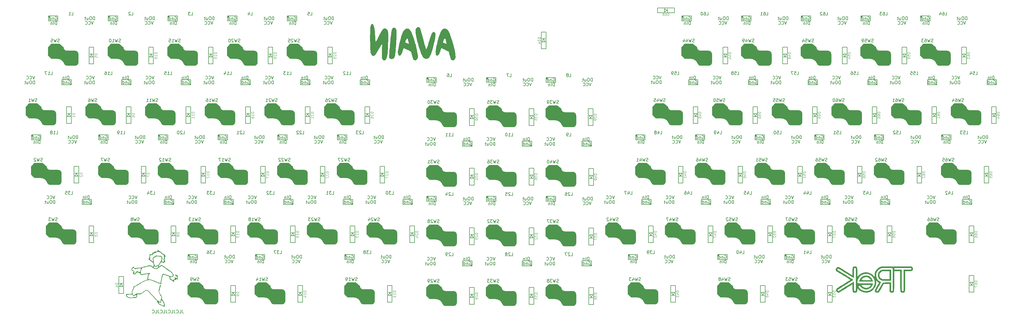
<source format=gbr>
G04 #@! TF.GenerationSoftware,KiCad,Pcbnew,7.0.9*
G04 #@! TF.CreationDate,2024-04-06T13:59:54+09:00*
G04 #@! TF.ProjectId,avain,61766169-6e2e-46b6-9963-61645f706362,rev?*
G04 #@! TF.SameCoordinates,Original*
G04 #@! TF.FileFunction,Legend,Bot*
G04 #@! TF.FilePolarity,Positive*
%FSLAX46Y46*%
G04 Gerber Fmt 4.6, Leading zero omitted, Abs format (unit mm)*
G04 Created by KiCad (PCBNEW 7.0.9) date 2024-04-06 13:59:54*
%MOMM*%
%LPD*%
G01*
G04 APERTURE LIST*
%ADD10C,0.150000*%
%ADD11C,0.125000*%
%ADD12C,0.200000*%
%ADD13C,0.100000*%
G04 APERTURE END LIST*
D10*
X67119048Y-114694804D02*
X67119048Y-115409089D01*
X67119048Y-115409089D02*
X67166667Y-115551946D01*
X67166667Y-115551946D02*
X67261905Y-115647185D01*
X67261905Y-115647185D02*
X67404762Y-115694804D01*
X67404762Y-115694804D02*
X67500000Y-115694804D01*
X66166667Y-115694804D02*
X66642857Y-115694804D01*
X66642857Y-115694804D02*
X66642857Y-114694804D01*
X65261905Y-115599565D02*
X65309524Y-115647185D01*
X65309524Y-115647185D02*
X65452381Y-115694804D01*
X65452381Y-115694804D02*
X65547619Y-115694804D01*
X65547619Y-115694804D02*
X65690476Y-115647185D01*
X65690476Y-115647185D02*
X65785714Y-115551946D01*
X65785714Y-115551946D02*
X65833333Y-115456708D01*
X65833333Y-115456708D02*
X65880952Y-115266232D01*
X65880952Y-115266232D02*
X65880952Y-115123375D01*
X65880952Y-115123375D02*
X65833333Y-114932899D01*
X65833333Y-114932899D02*
X65785714Y-114837661D01*
X65785714Y-114837661D02*
X65690476Y-114742423D01*
X65690476Y-114742423D02*
X65547619Y-114694804D01*
X65547619Y-114694804D02*
X65452381Y-114694804D01*
X65452381Y-114694804D02*
X65309524Y-114742423D01*
X65309524Y-114742423D02*
X65261905Y-114790042D01*
X64547619Y-114694804D02*
X64547619Y-115409089D01*
X64547619Y-115409089D02*
X64595238Y-115551946D01*
X64595238Y-115551946D02*
X64690476Y-115647185D01*
X64690476Y-115647185D02*
X64833333Y-115694804D01*
X64833333Y-115694804D02*
X64928571Y-115694804D01*
X63595238Y-115694804D02*
X64071428Y-115694804D01*
X64071428Y-115694804D02*
X64071428Y-114694804D01*
X62690476Y-115599565D02*
X62738095Y-115647185D01*
X62738095Y-115647185D02*
X62880952Y-115694804D01*
X62880952Y-115694804D02*
X62976190Y-115694804D01*
X62976190Y-115694804D02*
X63119047Y-115647185D01*
X63119047Y-115647185D02*
X63214285Y-115551946D01*
X63214285Y-115551946D02*
X63261904Y-115456708D01*
X63261904Y-115456708D02*
X63309523Y-115266232D01*
X63309523Y-115266232D02*
X63309523Y-115123375D01*
X63309523Y-115123375D02*
X63261904Y-114932899D01*
X63261904Y-114932899D02*
X63214285Y-114837661D01*
X63214285Y-114837661D02*
X63119047Y-114742423D01*
X63119047Y-114742423D02*
X62976190Y-114694804D01*
X62976190Y-114694804D02*
X62880952Y-114694804D01*
X62880952Y-114694804D02*
X62738095Y-114742423D01*
X62738095Y-114742423D02*
X62690476Y-114790042D01*
X61976190Y-114694804D02*
X61976190Y-115409089D01*
X61976190Y-115409089D02*
X62023809Y-115551946D01*
X62023809Y-115551946D02*
X62119047Y-115647185D01*
X62119047Y-115647185D02*
X62261904Y-115694804D01*
X62261904Y-115694804D02*
X62357142Y-115694804D01*
X61023809Y-115694804D02*
X61499999Y-115694804D01*
X61499999Y-115694804D02*
X61499999Y-114694804D01*
X60119047Y-115599565D02*
X60166666Y-115647185D01*
X60166666Y-115647185D02*
X60309523Y-115694804D01*
X60309523Y-115694804D02*
X60404761Y-115694804D01*
X60404761Y-115694804D02*
X60547618Y-115647185D01*
X60547618Y-115647185D02*
X60642856Y-115551946D01*
X60642856Y-115551946D02*
X60690475Y-115456708D01*
X60690475Y-115456708D02*
X60738094Y-115266232D01*
X60738094Y-115266232D02*
X60738094Y-115123375D01*
X60738094Y-115123375D02*
X60690475Y-114932899D01*
X60690475Y-114932899D02*
X60642856Y-114837661D01*
X60642856Y-114837661D02*
X60547618Y-114742423D01*
X60547618Y-114742423D02*
X60404761Y-114694804D01*
X60404761Y-114694804D02*
X60309523Y-114694804D01*
X60309523Y-114694804D02*
X60166666Y-114742423D01*
X60166666Y-114742423D02*
X60119047Y-114790042D01*
X59404761Y-114694804D02*
X59404761Y-115409089D01*
X59404761Y-115409089D02*
X59452380Y-115551946D01*
X59452380Y-115551946D02*
X59547618Y-115647185D01*
X59547618Y-115647185D02*
X59690475Y-115694804D01*
X59690475Y-115694804D02*
X59785713Y-115694804D01*
X58452380Y-115694804D02*
X58928570Y-115694804D01*
X58928570Y-115694804D02*
X58928570Y-114694804D01*
X57547618Y-115599565D02*
X57595237Y-115647185D01*
X57595237Y-115647185D02*
X57738094Y-115694804D01*
X57738094Y-115694804D02*
X57833332Y-115694804D01*
X57833332Y-115694804D02*
X57976189Y-115647185D01*
X57976189Y-115647185D02*
X58071427Y-115551946D01*
X58071427Y-115551946D02*
X58119046Y-115456708D01*
X58119046Y-115456708D02*
X58166665Y-115266232D01*
X58166665Y-115266232D02*
X58166665Y-115123375D01*
X58166665Y-115123375D02*
X58119046Y-114932899D01*
X58119046Y-114932899D02*
X58071427Y-114837661D01*
X58071427Y-114837661D02*
X57976189Y-114742423D01*
X57976189Y-114742423D02*
X57833332Y-114694804D01*
X57833332Y-114694804D02*
X57738094Y-114694804D01*
X57738094Y-114694804D02*
X57595237Y-114742423D01*
X57595237Y-114742423D02*
X57547618Y-114790042D01*
X27855232Y-29007200D02*
X27712375Y-29054819D01*
X27712375Y-29054819D02*
X27474280Y-29054819D01*
X27474280Y-29054819D02*
X27379042Y-29007200D01*
X27379042Y-29007200D02*
X27331423Y-28959580D01*
X27331423Y-28959580D02*
X27283804Y-28864342D01*
X27283804Y-28864342D02*
X27283804Y-28769104D01*
X27283804Y-28769104D02*
X27331423Y-28673866D01*
X27331423Y-28673866D02*
X27379042Y-28626247D01*
X27379042Y-28626247D02*
X27474280Y-28578628D01*
X27474280Y-28578628D02*
X27664756Y-28531009D01*
X27664756Y-28531009D02*
X27759994Y-28483390D01*
X27759994Y-28483390D02*
X27807613Y-28435771D01*
X27807613Y-28435771D02*
X27855232Y-28340533D01*
X27855232Y-28340533D02*
X27855232Y-28245295D01*
X27855232Y-28245295D02*
X27807613Y-28150057D01*
X27807613Y-28150057D02*
X27759994Y-28102438D01*
X27759994Y-28102438D02*
X27664756Y-28054819D01*
X27664756Y-28054819D02*
X27426661Y-28054819D01*
X27426661Y-28054819D02*
X27283804Y-28102438D01*
X26950470Y-28054819D02*
X26712375Y-29054819D01*
X26712375Y-29054819D02*
X26521899Y-28340533D01*
X26521899Y-28340533D02*
X26331423Y-29054819D01*
X26331423Y-29054819D02*
X26093328Y-28054819D01*
X25236185Y-28054819D02*
X25712375Y-28054819D01*
X25712375Y-28054819D02*
X25759994Y-28531009D01*
X25759994Y-28531009D02*
X25712375Y-28483390D01*
X25712375Y-28483390D02*
X25617137Y-28435771D01*
X25617137Y-28435771D02*
X25379042Y-28435771D01*
X25379042Y-28435771D02*
X25283804Y-28483390D01*
X25283804Y-28483390D02*
X25236185Y-28531009D01*
X25236185Y-28531009D02*
X25188566Y-28626247D01*
X25188566Y-28626247D02*
X25188566Y-28864342D01*
X25188566Y-28864342D02*
X25236185Y-28959580D01*
X25236185Y-28959580D02*
X25283804Y-29007200D01*
X25283804Y-29007200D02*
X25379042Y-29054819D01*
X25379042Y-29054819D02*
X25617137Y-29054819D01*
X25617137Y-29054819D02*
X25712375Y-29007200D01*
X25712375Y-29007200D02*
X25759994Y-28959580D01*
D11*
X237507395Y-89516071D02*
X236707395Y-89516071D01*
X236707395Y-89516071D02*
X236707395Y-89706547D01*
X236707395Y-89706547D02*
X236745490Y-89820833D01*
X236745490Y-89820833D02*
X236821680Y-89897023D01*
X236821680Y-89897023D02*
X236897871Y-89935118D01*
X236897871Y-89935118D02*
X237050252Y-89973214D01*
X237050252Y-89973214D02*
X237164538Y-89973214D01*
X237164538Y-89973214D02*
X237316919Y-89935118D01*
X237316919Y-89935118D02*
X237393109Y-89897023D01*
X237393109Y-89897023D02*
X237469300Y-89820833D01*
X237469300Y-89820833D02*
X237507395Y-89706547D01*
X237507395Y-89706547D02*
X237507395Y-89516071D01*
X236974061Y-90658928D02*
X237507395Y-90658928D01*
X236669300Y-90468452D02*
X237240728Y-90277975D01*
X237240728Y-90277975D02*
X237240728Y-90773214D01*
X236707395Y-91001785D02*
X236707395Y-91535119D01*
X236707395Y-91535119D02*
X237507395Y-91192261D01*
X75682395Y-70466071D02*
X74882395Y-70466071D01*
X74882395Y-70466071D02*
X74882395Y-70656547D01*
X74882395Y-70656547D02*
X74920490Y-70770833D01*
X74920490Y-70770833D02*
X74996680Y-70847023D01*
X74996680Y-70847023D02*
X75072871Y-70885118D01*
X75072871Y-70885118D02*
X75225252Y-70923214D01*
X75225252Y-70923214D02*
X75339538Y-70923214D01*
X75339538Y-70923214D02*
X75491919Y-70885118D01*
X75491919Y-70885118D02*
X75568109Y-70847023D01*
X75568109Y-70847023D02*
X75644300Y-70770833D01*
X75644300Y-70770833D02*
X75682395Y-70656547D01*
X75682395Y-70656547D02*
X75682395Y-70466071D01*
X75682395Y-71685118D02*
X75682395Y-71227975D01*
X75682395Y-71456547D02*
X74882395Y-71456547D01*
X74882395Y-71456547D02*
X74996680Y-71380356D01*
X74996680Y-71380356D02*
X75072871Y-71304166D01*
X75072871Y-71304166D02*
X75110966Y-71227975D01*
X74958585Y-71989880D02*
X74920490Y-72027976D01*
X74920490Y-72027976D02*
X74882395Y-72104166D01*
X74882395Y-72104166D02*
X74882395Y-72294642D01*
X74882395Y-72294642D02*
X74920490Y-72370833D01*
X74920490Y-72370833D02*
X74958585Y-72408928D01*
X74958585Y-72408928D02*
X75034776Y-72447023D01*
X75034776Y-72447023D02*
X75110966Y-72447023D01*
X75110966Y-72447023D02*
X75225252Y-72408928D01*
X75225252Y-72408928D02*
X75682395Y-71951785D01*
X75682395Y-71951785D02*
X75682395Y-72447023D01*
X261319895Y-32366071D02*
X260519895Y-32366071D01*
X260519895Y-32366071D02*
X260519895Y-32556547D01*
X260519895Y-32556547D02*
X260557990Y-32670833D01*
X260557990Y-32670833D02*
X260634180Y-32747023D01*
X260634180Y-32747023D02*
X260710371Y-32785118D01*
X260710371Y-32785118D02*
X260862752Y-32823214D01*
X260862752Y-32823214D02*
X260977038Y-32823214D01*
X260977038Y-32823214D02*
X261129419Y-32785118D01*
X261129419Y-32785118D02*
X261205609Y-32747023D01*
X261205609Y-32747023D02*
X261281800Y-32670833D01*
X261281800Y-32670833D02*
X261319895Y-32556547D01*
X261319895Y-32556547D02*
X261319895Y-32366071D01*
X260786561Y-33508928D02*
X261319895Y-33508928D01*
X260481800Y-33318452D02*
X261053228Y-33127975D01*
X261053228Y-33127975D02*
X261053228Y-33623214D01*
X261319895Y-33966071D02*
X261319895Y-34118452D01*
X261319895Y-34118452D02*
X261281800Y-34194642D01*
X261281800Y-34194642D02*
X261243704Y-34232738D01*
X261243704Y-34232738D02*
X261129419Y-34308928D01*
X261129419Y-34308928D02*
X260977038Y-34347023D01*
X260977038Y-34347023D02*
X260672276Y-34347023D01*
X260672276Y-34347023D02*
X260596085Y-34308928D01*
X260596085Y-34308928D02*
X260557990Y-34270833D01*
X260557990Y-34270833D02*
X260519895Y-34194642D01*
X260519895Y-34194642D02*
X260519895Y-34042261D01*
X260519895Y-34042261D02*
X260557990Y-33966071D01*
X260557990Y-33966071D02*
X260596085Y-33927976D01*
X260596085Y-33927976D02*
X260672276Y-33889880D01*
X260672276Y-33889880D02*
X260862752Y-33889880D01*
X260862752Y-33889880D02*
X260938942Y-33927976D01*
X260938942Y-33927976D02*
X260977038Y-33966071D01*
X260977038Y-33966071D02*
X261015133Y-34042261D01*
X261015133Y-34042261D02*
X261015133Y-34194642D01*
X261015133Y-34194642D02*
X260977038Y-34270833D01*
X260977038Y-34270833D02*
X260938942Y-34308928D01*
X260938942Y-34308928D02*
X260862752Y-34347023D01*
X180357395Y-71072271D02*
X179557395Y-71072271D01*
X179557395Y-71072271D02*
X179557395Y-71262747D01*
X179557395Y-71262747D02*
X179595490Y-71377033D01*
X179595490Y-71377033D02*
X179671680Y-71453223D01*
X179671680Y-71453223D02*
X179747871Y-71491318D01*
X179747871Y-71491318D02*
X179900252Y-71529414D01*
X179900252Y-71529414D02*
X180014538Y-71529414D01*
X180014538Y-71529414D02*
X180166919Y-71491318D01*
X180166919Y-71491318D02*
X180243109Y-71453223D01*
X180243109Y-71453223D02*
X180319300Y-71377033D01*
X180319300Y-71377033D02*
X180357395Y-71262747D01*
X180357395Y-71262747D02*
X180357395Y-71072271D01*
X179557395Y-71796080D02*
X179557395Y-72291318D01*
X179557395Y-72291318D02*
X179862157Y-72024652D01*
X179862157Y-72024652D02*
X179862157Y-72138937D01*
X179862157Y-72138937D02*
X179900252Y-72215128D01*
X179900252Y-72215128D02*
X179938347Y-72253223D01*
X179938347Y-72253223D02*
X180014538Y-72291318D01*
X180014538Y-72291318D02*
X180205014Y-72291318D01*
X180205014Y-72291318D02*
X180281204Y-72253223D01*
X180281204Y-72253223D02*
X180319300Y-72215128D01*
X180319300Y-72215128D02*
X180357395Y-72138937D01*
X180357395Y-72138937D02*
X180357395Y-71910366D01*
X180357395Y-71910366D02*
X180319300Y-71834175D01*
X180319300Y-71834175D02*
X180281204Y-71796080D01*
X179557395Y-72977033D02*
X179557395Y-72824652D01*
X179557395Y-72824652D02*
X179595490Y-72748461D01*
X179595490Y-72748461D02*
X179633585Y-72710366D01*
X179633585Y-72710366D02*
X179747871Y-72634176D01*
X179747871Y-72634176D02*
X179900252Y-72596080D01*
X179900252Y-72596080D02*
X180205014Y-72596080D01*
X180205014Y-72596080D02*
X180281204Y-72634176D01*
X180281204Y-72634176D02*
X180319300Y-72672271D01*
X180319300Y-72672271D02*
X180357395Y-72748461D01*
X180357395Y-72748461D02*
X180357395Y-72900842D01*
X180357395Y-72900842D02*
X180319300Y-72977033D01*
X180319300Y-72977033D02*
X180281204Y-73015128D01*
X180281204Y-73015128D02*
X180205014Y-73053223D01*
X180205014Y-73053223D02*
X180014538Y-73053223D01*
X180014538Y-73053223D02*
X179938347Y-73015128D01*
X179938347Y-73015128D02*
X179900252Y-72977033D01*
X179900252Y-72977033D02*
X179862157Y-72900842D01*
X179862157Y-72900842D02*
X179862157Y-72748461D01*
X179862157Y-72748461D02*
X179900252Y-72672271D01*
X179900252Y-72672271D02*
X179938347Y-72634176D01*
X179938347Y-72634176D02*
X180014538Y-72596080D01*
D10*
X248292857Y-77704769D02*
X248769047Y-77704769D01*
X248769047Y-77704769D02*
X248769047Y-76704769D01*
X247530952Y-77038102D02*
X247530952Y-77704769D01*
X247769047Y-76657150D02*
X248007142Y-77371435D01*
X248007142Y-77371435D02*
X247388095Y-77371435D01*
X246530952Y-76704769D02*
X247007142Y-76704769D01*
X247007142Y-76704769D02*
X247054761Y-77180959D01*
X247054761Y-77180959D02*
X247007142Y-77133340D01*
X247007142Y-77133340D02*
X246911904Y-77085721D01*
X246911904Y-77085721D02*
X246673809Y-77085721D01*
X246673809Y-77085721D02*
X246578571Y-77133340D01*
X246578571Y-77133340D02*
X246530952Y-77180959D01*
X246530952Y-77180959D02*
X246483333Y-77276197D01*
X246483333Y-77276197D02*
X246483333Y-77514292D01*
X246483333Y-77514292D02*
X246530952Y-77609530D01*
X246530952Y-77609530D02*
X246578571Y-77657150D01*
X246578571Y-77657150D02*
X246673809Y-77704769D01*
X246673809Y-77704769D02*
X246911904Y-77704769D01*
X246911904Y-77704769D02*
X247007142Y-77657150D01*
X247007142Y-77657150D02*
X247054761Y-77609530D01*
X254092380Y-79121019D02*
X254092380Y-78121019D01*
X254092380Y-78121019D02*
X253854285Y-78121019D01*
X253854285Y-78121019D02*
X253711428Y-78168638D01*
X253711428Y-78168638D02*
X253616190Y-78263876D01*
X253616190Y-78263876D02*
X253568571Y-78359114D01*
X253568571Y-78359114D02*
X253520952Y-78549590D01*
X253520952Y-78549590D02*
X253520952Y-78692447D01*
X253520952Y-78692447D02*
X253568571Y-78882923D01*
X253568571Y-78882923D02*
X253616190Y-78978161D01*
X253616190Y-78978161D02*
X253711428Y-79073400D01*
X253711428Y-79073400D02*
X253854285Y-79121019D01*
X253854285Y-79121019D02*
X254092380Y-79121019D01*
X253092380Y-79121019D02*
X253092380Y-78121019D01*
X252616190Y-78454352D02*
X252616190Y-79121019D01*
X252616190Y-78549590D02*
X252568571Y-78501971D01*
X252568571Y-78501971D02*
X252473333Y-78454352D01*
X252473333Y-78454352D02*
X252330476Y-78454352D01*
X252330476Y-78454352D02*
X252235238Y-78501971D01*
X252235238Y-78501971D02*
X252187619Y-78597209D01*
X252187619Y-78597209D02*
X252187619Y-79121019D01*
X243163332Y-78161019D02*
X242829999Y-79161019D01*
X242829999Y-79161019D02*
X242496666Y-78161019D01*
X241591904Y-79065780D02*
X241639523Y-79113400D01*
X241639523Y-79113400D02*
X241782380Y-79161019D01*
X241782380Y-79161019D02*
X241877618Y-79161019D01*
X241877618Y-79161019D02*
X242020475Y-79113400D01*
X242020475Y-79113400D02*
X242115713Y-79018161D01*
X242115713Y-79018161D02*
X242163332Y-78922923D01*
X242163332Y-78922923D02*
X242210951Y-78732447D01*
X242210951Y-78732447D02*
X242210951Y-78589590D01*
X242210951Y-78589590D02*
X242163332Y-78399114D01*
X242163332Y-78399114D02*
X242115713Y-78303876D01*
X242115713Y-78303876D02*
X242020475Y-78208638D01*
X242020475Y-78208638D02*
X241877618Y-78161019D01*
X241877618Y-78161019D02*
X241782380Y-78161019D01*
X241782380Y-78161019D02*
X241639523Y-78208638D01*
X241639523Y-78208638D02*
X241591904Y-78256257D01*
X240591904Y-79065780D02*
X240639523Y-79113400D01*
X240639523Y-79113400D02*
X240782380Y-79161019D01*
X240782380Y-79161019D02*
X240877618Y-79161019D01*
X240877618Y-79161019D02*
X241020475Y-79113400D01*
X241020475Y-79113400D02*
X241115713Y-79018161D01*
X241115713Y-79018161D02*
X241163332Y-78922923D01*
X241163332Y-78922923D02*
X241210951Y-78732447D01*
X241210951Y-78732447D02*
X241210951Y-78589590D01*
X241210951Y-78589590D02*
X241163332Y-78399114D01*
X241163332Y-78399114D02*
X241115713Y-78303876D01*
X241115713Y-78303876D02*
X241020475Y-78208638D01*
X241020475Y-78208638D02*
X240877618Y-78161019D01*
X240877618Y-78161019D02*
X240782380Y-78161019D01*
X240782380Y-78161019D02*
X240639523Y-78208638D01*
X240639523Y-78208638D02*
X240591904Y-78256257D01*
X253982857Y-79658638D02*
X254078095Y-79611019D01*
X254078095Y-79611019D02*
X254220952Y-79611019D01*
X254220952Y-79611019D02*
X254363809Y-79658638D01*
X254363809Y-79658638D02*
X254459047Y-79753876D01*
X254459047Y-79753876D02*
X254506666Y-79849114D01*
X254506666Y-79849114D02*
X254554285Y-80039590D01*
X254554285Y-80039590D02*
X254554285Y-80182447D01*
X254554285Y-80182447D02*
X254506666Y-80372923D01*
X254506666Y-80372923D02*
X254459047Y-80468161D01*
X254459047Y-80468161D02*
X254363809Y-80563400D01*
X254363809Y-80563400D02*
X254220952Y-80611019D01*
X254220952Y-80611019D02*
X254125714Y-80611019D01*
X254125714Y-80611019D02*
X253982857Y-80563400D01*
X253982857Y-80563400D02*
X253935238Y-80515780D01*
X253935238Y-80515780D02*
X253935238Y-80182447D01*
X253935238Y-80182447D02*
X254125714Y-80182447D01*
X253506666Y-79944352D02*
X253506666Y-80611019D01*
X253506666Y-80039590D02*
X253459047Y-79991971D01*
X253459047Y-79991971D02*
X253363809Y-79944352D01*
X253363809Y-79944352D02*
X253220952Y-79944352D01*
X253220952Y-79944352D02*
X253125714Y-79991971D01*
X253125714Y-79991971D02*
X253078095Y-80087209D01*
X253078095Y-80087209D02*
X253078095Y-80611019D01*
X252173333Y-80611019D02*
X252173333Y-79611019D01*
X252173333Y-80563400D02*
X252268571Y-80611019D01*
X252268571Y-80611019D02*
X252459047Y-80611019D01*
X252459047Y-80611019D02*
X252554285Y-80563400D01*
X252554285Y-80563400D02*
X252601904Y-80515780D01*
X252601904Y-80515780D02*
X252649523Y-80420542D01*
X252649523Y-80420542D02*
X252649523Y-80134828D01*
X252649523Y-80134828D02*
X252601904Y-80039590D01*
X252601904Y-80039590D02*
X252554285Y-79991971D01*
X252554285Y-79991971D02*
X252459047Y-79944352D01*
X252459047Y-79944352D02*
X252268571Y-79944352D01*
X252268571Y-79944352D02*
X252173333Y-79991971D01*
X243143809Y-80661019D02*
X243143809Y-79661019D01*
X243143809Y-79661019D02*
X242905714Y-79661019D01*
X242905714Y-79661019D02*
X242762857Y-79708638D01*
X242762857Y-79708638D02*
X242667619Y-79803876D01*
X242667619Y-79803876D02*
X242620000Y-79899114D01*
X242620000Y-79899114D02*
X242572381Y-80089590D01*
X242572381Y-80089590D02*
X242572381Y-80232447D01*
X242572381Y-80232447D02*
X242620000Y-80422923D01*
X242620000Y-80422923D02*
X242667619Y-80518161D01*
X242667619Y-80518161D02*
X242762857Y-80613400D01*
X242762857Y-80613400D02*
X242905714Y-80661019D01*
X242905714Y-80661019D02*
X243143809Y-80661019D01*
X241953333Y-79661019D02*
X241762857Y-79661019D01*
X241762857Y-79661019D02*
X241667619Y-79708638D01*
X241667619Y-79708638D02*
X241572381Y-79803876D01*
X241572381Y-79803876D02*
X241524762Y-79994352D01*
X241524762Y-79994352D02*
X241524762Y-80327685D01*
X241524762Y-80327685D02*
X241572381Y-80518161D01*
X241572381Y-80518161D02*
X241667619Y-80613400D01*
X241667619Y-80613400D02*
X241762857Y-80661019D01*
X241762857Y-80661019D02*
X241953333Y-80661019D01*
X241953333Y-80661019D02*
X242048571Y-80613400D01*
X242048571Y-80613400D02*
X242143809Y-80518161D01*
X242143809Y-80518161D02*
X242191428Y-80327685D01*
X242191428Y-80327685D02*
X242191428Y-79994352D01*
X242191428Y-79994352D02*
X242143809Y-79803876D01*
X242143809Y-79803876D02*
X242048571Y-79708638D01*
X242048571Y-79708638D02*
X241953333Y-79661019D01*
X240667619Y-79994352D02*
X240667619Y-80661019D01*
X241096190Y-79994352D02*
X241096190Y-80518161D01*
X241096190Y-80518161D02*
X241048571Y-80613400D01*
X241048571Y-80613400D02*
X240953333Y-80661019D01*
X240953333Y-80661019D02*
X240810476Y-80661019D01*
X240810476Y-80661019D02*
X240715238Y-80613400D01*
X240715238Y-80613400D02*
X240667619Y-80565780D01*
X240334285Y-79994352D02*
X239953333Y-79994352D01*
X240191428Y-79661019D02*
X240191428Y-80518161D01*
X240191428Y-80518161D02*
X240143809Y-80613400D01*
X240143809Y-80613400D02*
X240048571Y-80661019D01*
X240048571Y-80661019D02*
X239953333Y-80661019D01*
D11*
X113782395Y-70466071D02*
X112982395Y-70466071D01*
X112982395Y-70466071D02*
X112982395Y-70656547D01*
X112982395Y-70656547D02*
X113020490Y-70770833D01*
X113020490Y-70770833D02*
X113096680Y-70847023D01*
X113096680Y-70847023D02*
X113172871Y-70885118D01*
X113172871Y-70885118D02*
X113325252Y-70923214D01*
X113325252Y-70923214D02*
X113439538Y-70923214D01*
X113439538Y-70923214D02*
X113591919Y-70885118D01*
X113591919Y-70885118D02*
X113668109Y-70847023D01*
X113668109Y-70847023D02*
X113744300Y-70770833D01*
X113744300Y-70770833D02*
X113782395Y-70656547D01*
X113782395Y-70656547D02*
X113782395Y-70466071D01*
X113058585Y-71227975D02*
X113020490Y-71266071D01*
X113020490Y-71266071D02*
X112982395Y-71342261D01*
X112982395Y-71342261D02*
X112982395Y-71532737D01*
X112982395Y-71532737D02*
X113020490Y-71608928D01*
X113020490Y-71608928D02*
X113058585Y-71647023D01*
X113058585Y-71647023D02*
X113134776Y-71685118D01*
X113134776Y-71685118D02*
X113210966Y-71685118D01*
X113210966Y-71685118D02*
X113325252Y-71647023D01*
X113325252Y-71647023D02*
X113782395Y-71189880D01*
X113782395Y-71189880D02*
X113782395Y-71685118D01*
X113058585Y-71989880D02*
X113020490Y-72027976D01*
X113020490Y-72027976D02*
X112982395Y-72104166D01*
X112982395Y-72104166D02*
X112982395Y-72294642D01*
X112982395Y-72294642D02*
X113020490Y-72370833D01*
X113020490Y-72370833D02*
X113058585Y-72408928D01*
X113058585Y-72408928D02*
X113134776Y-72447023D01*
X113134776Y-72447023D02*
X113210966Y-72447023D01*
X113210966Y-72447023D02*
X113325252Y-72408928D01*
X113325252Y-72408928D02*
X113782395Y-71951785D01*
X113782395Y-71951785D02*
X113782395Y-72447023D01*
X35201095Y-70847024D02*
X34401095Y-70847024D01*
X34401095Y-70847024D02*
X34401095Y-71037500D01*
X34401095Y-71037500D02*
X34439190Y-71151786D01*
X34439190Y-71151786D02*
X34515380Y-71227976D01*
X34515380Y-71227976D02*
X34591571Y-71266071D01*
X34591571Y-71266071D02*
X34743952Y-71304167D01*
X34743952Y-71304167D02*
X34858238Y-71304167D01*
X34858238Y-71304167D02*
X35010619Y-71266071D01*
X35010619Y-71266071D02*
X35086809Y-71227976D01*
X35086809Y-71227976D02*
X35163000Y-71151786D01*
X35163000Y-71151786D02*
X35201095Y-71037500D01*
X35201095Y-71037500D02*
X35201095Y-70847024D01*
X34477285Y-71608928D02*
X34439190Y-71647024D01*
X34439190Y-71647024D02*
X34401095Y-71723214D01*
X34401095Y-71723214D02*
X34401095Y-71913690D01*
X34401095Y-71913690D02*
X34439190Y-71989881D01*
X34439190Y-71989881D02*
X34477285Y-72027976D01*
X34477285Y-72027976D02*
X34553476Y-72066071D01*
X34553476Y-72066071D02*
X34629666Y-72066071D01*
X34629666Y-72066071D02*
X34743952Y-72027976D01*
X34743952Y-72027976D02*
X35201095Y-71570833D01*
X35201095Y-71570833D02*
X35201095Y-72066071D01*
X275607395Y-89516071D02*
X274807395Y-89516071D01*
X274807395Y-89516071D02*
X274807395Y-89706547D01*
X274807395Y-89706547D02*
X274845490Y-89820833D01*
X274845490Y-89820833D02*
X274921680Y-89897023D01*
X274921680Y-89897023D02*
X274997871Y-89935118D01*
X274997871Y-89935118D02*
X275150252Y-89973214D01*
X275150252Y-89973214D02*
X275264538Y-89973214D01*
X275264538Y-89973214D02*
X275416919Y-89935118D01*
X275416919Y-89935118D02*
X275493109Y-89897023D01*
X275493109Y-89897023D02*
X275569300Y-89820833D01*
X275569300Y-89820833D02*
X275607395Y-89706547D01*
X275607395Y-89706547D02*
X275607395Y-89516071D01*
X274807395Y-90697023D02*
X274807395Y-90316071D01*
X274807395Y-90316071D02*
X275188347Y-90277975D01*
X275188347Y-90277975D02*
X275150252Y-90316071D01*
X275150252Y-90316071D02*
X275112157Y-90392261D01*
X275112157Y-90392261D02*
X275112157Y-90582737D01*
X275112157Y-90582737D02*
X275150252Y-90658928D01*
X275150252Y-90658928D02*
X275188347Y-90697023D01*
X275188347Y-90697023D02*
X275264538Y-90735118D01*
X275264538Y-90735118D02*
X275455014Y-90735118D01*
X275455014Y-90735118D02*
X275531204Y-90697023D01*
X275531204Y-90697023D02*
X275569300Y-90658928D01*
X275569300Y-90658928D02*
X275607395Y-90582737D01*
X275607395Y-90582737D02*
X275607395Y-90392261D01*
X275607395Y-90392261D02*
X275569300Y-90316071D01*
X275569300Y-90316071D02*
X275531204Y-90277975D01*
X274807395Y-91001785D02*
X274807395Y-91535119D01*
X274807395Y-91535119D02*
X275607395Y-91192261D01*
D10*
X57792857Y-77704769D02*
X58269047Y-77704769D01*
X58269047Y-77704769D02*
X58269047Y-76704769D01*
X57554761Y-76704769D02*
X56935714Y-76704769D01*
X56935714Y-76704769D02*
X57269047Y-77085721D01*
X57269047Y-77085721D02*
X57126190Y-77085721D01*
X57126190Y-77085721D02*
X57030952Y-77133340D01*
X57030952Y-77133340D02*
X56983333Y-77180959D01*
X56983333Y-77180959D02*
X56935714Y-77276197D01*
X56935714Y-77276197D02*
X56935714Y-77514292D01*
X56935714Y-77514292D02*
X56983333Y-77609530D01*
X56983333Y-77609530D02*
X57030952Y-77657150D01*
X57030952Y-77657150D02*
X57126190Y-77704769D01*
X57126190Y-77704769D02*
X57411904Y-77704769D01*
X57411904Y-77704769D02*
X57507142Y-77657150D01*
X57507142Y-77657150D02*
X57554761Y-77609530D01*
X56078571Y-77038102D02*
X56078571Y-77704769D01*
X56316666Y-76657150D02*
X56554761Y-77371435D01*
X56554761Y-77371435D02*
X55935714Y-77371435D01*
X63482857Y-79658638D02*
X63578095Y-79611019D01*
X63578095Y-79611019D02*
X63720952Y-79611019D01*
X63720952Y-79611019D02*
X63863809Y-79658638D01*
X63863809Y-79658638D02*
X63959047Y-79753876D01*
X63959047Y-79753876D02*
X64006666Y-79849114D01*
X64006666Y-79849114D02*
X64054285Y-80039590D01*
X64054285Y-80039590D02*
X64054285Y-80182447D01*
X64054285Y-80182447D02*
X64006666Y-80372923D01*
X64006666Y-80372923D02*
X63959047Y-80468161D01*
X63959047Y-80468161D02*
X63863809Y-80563400D01*
X63863809Y-80563400D02*
X63720952Y-80611019D01*
X63720952Y-80611019D02*
X63625714Y-80611019D01*
X63625714Y-80611019D02*
X63482857Y-80563400D01*
X63482857Y-80563400D02*
X63435238Y-80515780D01*
X63435238Y-80515780D02*
X63435238Y-80182447D01*
X63435238Y-80182447D02*
X63625714Y-80182447D01*
X63006666Y-79944352D02*
X63006666Y-80611019D01*
X63006666Y-80039590D02*
X62959047Y-79991971D01*
X62959047Y-79991971D02*
X62863809Y-79944352D01*
X62863809Y-79944352D02*
X62720952Y-79944352D01*
X62720952Y-79944352D02*
X62625714Y-79991971D01*
X62625714Y-79991971D02*
X62578095Y-80087209D01*
X62578095Y-80087209D02*
X62578095Y-80611019D01*
X61673333Y-80611019D02*
X61673333Y-79611019D01*
X61673333Y-80563400D02*
X61768571Y-80611019D01*
X61768571Y-80611019D02*
X61959047Y-80611019D01*
X61959047Y-80611019D02*
X62054285Y-80563400D01*
X62054285Y-80563400D02*
X62101904Y-80515780D01*
X62101904Y-80515780D02*
X62149523Y-80420542D01*
X62149523Y-80420542D02*
X62149523Y-80134828D01*
X62149523Y-80134828D02*
X62101904Y-80039590D01*
X62101904Y-80039590D02*
X62054285Y-79991971D01*
X62054285Y-79991971D02*
X61959047Y-79944352D01*
X61959047Y-79944352D02*
X61768571Y-79944352D01*
X61768571Y-79944352D02*
X61673333Y-79991971D01*
X52663332Y-78161019D02*
X52329999Y-79161019D01*
X52329999Y-79161019D02*
X51996666Y-78161019D01*
X51091904Y-79065780D02*
X51139523Y-79113400D01*
X51139523Y-79113400D02*
X51282380Y-79161019D01*
X51282380Y-79161019D02*
X51377618Y-79161019D01*
X51377618Y-79161019D02*
X51520475Y-79113400D01*
X51520475Y-79113400D02*
X51615713Y-79018161D01*
X51615713Y-79018161D02*
X51663332Y-78922923D01*
X51663332Y-78922923D02*
X51710951Y-78732447D01*
X51710951Y-78732447D02*
X51710951Y-78589590D01*
X51710951Y-78589590D02*
X51663332Y-78399114D01*
X51663332Y-78399114D02*
X51615713Y-78303876D01*
X51615713Y-78303876D02*
X51520475Y-78208638D01*
X51520475Y-78208638D02*
X51377618Y-78161019D01*
X51377618Y-78161019D02*
X51282380Y-78161019D01*
X51282380Y-78161019D02*
X51139523Y-78208638D01*
X51139523Y-78208638D02*
X51091904Y-78256257D01*
X50091904Y-79065780D02*
X50139523Y-79113400D01*
X50139523Y-79113400D02*
X50282380Y-79161019D01*
X50282380Y-79161019D02*
X50377618Y-79161019D01*
X50377618Y-79161019D02*
X50520475Y-79113400D01*
X50520475Y-79113400D02*
X50615713Y-79018161D01*
X50615713Y-79018161D02*
X50663332Y-78922923D01*
X50663332Y-78922923D02*
X50710951Y-78732447D01*
X50710951Y-78732447D02*
X50710951Y-78589590D01*
X50710951Y-78589590D02*
X50663332Y-78399114D01*
X50663332Y-78399114D02*
X50615713Y-78303876D01*
X50615713Y-78303876D02*
X50520475Y-78208638D01*
X50520475Y-78208638D02*
X50377618Y-78161019D01*
X50377618Y-78161019D02*
X50282380Y-78161019D01*
X50282380Y-78161019D02*
X50139523Y-78208638D01*
X50139523Y-78208638D02*
X50091904Y-78256257D01*
X52643809Y-80661019D02*
X52643809Y-79661019D01*
X52643809Y-79661019D02*
X52405714Y-79661019D01*
X52405714Y-79661019D02*
X52262857Y-79708638D01*
X52262857Y-79708638D02*
X52167619Y-79803876D01*
X52167619Y-79803876D02*
X52120000Y-79899114D01*
X52120000Y-79899114D02*
X52072381Y-80089590D01*
X52072381Y-80089590D02*
X52072381Y-80232447D01*
X52072381Y-80232447D02*
X52120000Y-80422923D01*
X52120000Y-80422923D02*
X52167619Y-80518161D01*
X52167619Y-80518161D02*
X52262857Y-80613400D01*
X52262857Y-80613400D02*
X52405714Y-80661019D01*
X52405714Y-80661019D02*
X52643809Y-80661019D01*
X51453333Y-79661019D02*
X51262857Y-79661019D01*
X51262857Y-79661019D02*
X51167619Y-79708638D01*
X51167619Y-79708638D02*
X51072381Y-79803876D01*
X51072381Y-79803876D02*
X51024762Y-79994352D01*
X51024762Y-79994352D02*
X51024762Y-80327685D01*
X51024762Y-80327685D02*
X51072381Y-80518161D01*
X51072381Y-80518161D02*
X51167619Y-80613400D01*
X51167619Y-80613400D02*
X51262857Y-80661019D01*
X51262857Y-80661019D02*
X51453333Y-80661019D01*
X51453333Y-80661019D02*
X51548571Y-80613400D01*
X51548571Y-80613400D02*
X51643809Y-80518161D01*
X51643809Y-80518161D02*
X51691428Y-80327685D01*
X51691428Y-80327685D02*
X51691428Y-79994352D01*
X51691428Y-79994352D02*
X51643809Y-79803876D01*
X51643809Y-79803876D02*
X51548571Y-79708638D01*
X51548571Y-79708638D02*
X51453333Y-79661019D01*
X50167619Y-79994352D02*
X50167619Y-80661019D01*
X50596190Y-79994352D02*
X50596190Y-80518161D01*
X50596190Y-80518161D02*
X50548571Y-80613400D01*
X50548571Y-80613400D02*
X50453333Y-80661019D01*
X50453333Y-80661019D02*
X50310476Y-80661019D01*
X50310476Y-80661019D02*
X50215238Y-80613400D01*
X50215238Y-80613400D02*
X50167619Y-80565780D01*
X49834285Y-79994352D02*
X49453333Y-79994352D01*
X49691428Y-79661019D02*
X49691428Y-80518161D01*
X49691428Y-80518161D02*
X49643809Y-80613400D01*
X49643809Y-80613400D02*
X49548571Y-80661019D01*
X49548571Y-80661019D02*
X49453333Y-80661019D01*
X63592380Y-79121019D02*
X63592380Y-78121019D01*
X63592380Y-78121019D02*
X63354285Y-78121019D01*
X63354285Y-78121019D02*
X63211428Y-78168638D01*
X63211428Y-78168638D02*
X63116190Y-78263876D01*
X63116190Y-78263876D02*
X63068571Y-78359114D01*
X63068571Y-78359114D02*
X63020952Y-78549590D01*
X63020952Y-78549590D02*
X63020952Y-78692447D01*
X63020952Y-78692447D02*
X63068571Y-78882923D01*
X63068571Y-78882923D02*
X63116190Y-78978161D01*
X63116190Y-78978161D02*
X63211428Y-79073400D01*
X63211428Y-79073400D02*
X63354285Y-79121019D01*
X63354285Y-79121019D02*
X63592380Y-79121019D01*
X62592380Y-79121019D02*
X62592380Y-78121019D01*
X62116190Y-78454352D02*
X62116190Y-79121019D01*
X62116190Y-78549590D02*
X62068571Y-78501971D01*
X62068571Y-78501971D02*
X61973333Y-78454352D01*
X61973333Y-78454352D02*
X61830476Y-78454352D01*
X61830476Y-78454352D02*
X61735238Y-78501971D01*
X61735238Y-78501971D02*
X61687619Y-78597209D01*
X61687619Y-78597209D02*
X61687619Y-79121019D01*
X25130357Y-39454769D02*
X25606547Y-39454769D01*
X25606547Y-39454769D02*
X25606547Y-38454769D01*
X24273214Y-39454769D02*
X24844642Y-39454769D01*
X24558928Y-39454769D02*
X24558928Y-38454769D01*
X24558928Y-38454769D02*
X24654166Y-38597626D01*
X24654166Y-38597626D02*
X24749404Y-38692864D01*
X24749404Y-38692864D02*
X24844642Y-38740483D01*
X23939880Y-38454769D02*
X23273214Y-38454769D01*
X23273214Y-38454769D02*
X23701785Y-39454769D01*
X19981309Y-42411019D02*
X19981309Y-41411019D01*
X19981309Y-41411019D02*
X19743214Y-41411019D01*
X19743214Y-41411019D02*
X19600357Y-41458638D01*
X19600357Y-41458638D02*
X19505119Y-41553876D01*
X19505119Y-41553876D02*
X19457500Y-41649114D01*
X19457500Y-41649114D02*
X19409881Y-41839590D01*
X19409881Y-41839590D02*
X19409881Y-41982447D01*
X19409881Y-41982447D02*
X19457500Y-42172923D01*
X19457500Y-42172923D02*
X19505119Y-42268161D01*
X19505119Y-42268161D02*
X19600357Y-42363400D01*
X19600357Y-42363400D02*
X19743214Y-42411019D01*
X19743214Y-42411019D02*
X19981309Y-42411019D01*
X18790833Y-41411019D02*
X18600357Y-41411019D01*
X18600357Y-41411019D02*
X18505119Y-41458638D01*
X18505119Y-41458638D02*
X18409881Y-41553876D01*
X18409881Y-41553876D02*
X18362262Y-41744352D01*
X18362262Y-41744352D02*
X18362262Y-42077685D01*
X18362262Y-42077685D02*
X18409881Y-42268161D01*
X18409881Y-42268161D02*
X18505119Y-42363400D01*
X18505119Y-42363400D02*
X18600357Y-42411019D01*
X18600357Y-42411019D02*
X18790833Y-42411019D01*
X18790833Y-42411019D02*
X18886071Y-42363400D01*
X18886071Y-42363400D02*
X18981309Y-42268161D01*
X18981309Y-42268161D02*
X19028928Y-42077685D01*
X19028928Y-42077685D02*
X19028928Y-41744352D01*
X19028928Y-41744352D02*
X18981309Y-41553876D01*
X18981309Y-41553876D02*
X18886071Y-41458638D01*
X18886071Y-41458638D02*
X18790833Y-41411019D01*
X17505119Y-41744352D02*
X17505119Y-42411019D01*
X17933690Y-41744352D02*
X17933690Y-42268161D01*
X17933690Y-42268161D02*
X17886071Y-42363400D01*
X17886071Y-42363400D02*
X17790833Y-42411019D01*
X17790833Y-42411019D02*
X17647976Y-42411019D01*
X17647976Y-42411019D02*
X17552738Y-42363400D01*
X17552738Y-42363400D02*
X17505119Y-42315780D01*
X17171785Y-41744352D02*
X16790833Y-41744352D01*
X17028928Y-41411019D02*
X17028928Y-42268161D01*
X17028928Y-42268161D02*
X16981309Y-42363400D01*
X16981309Y-42363400D02*
X16886071Y-42411019D01*
X16886071Y-42411019D02*
X16790833Y-42411019D01*
X30929880Y-40871019D02*
X30929880Y-39871019D01*
X30929880Y-39871019D02*
X30691785Y-39871019D01*
X30691785Y-39871019D02*
X30548928Y-39918638D01*
X30548928Y-39918638D02*
X30453690Y-40013876D01*
X30453690Y-40013876D02*
X30406071Y-40109114D01*
X30406071Y-40109114D02*
X30358452Y-40299590D01*
X30358452Y-40299590D02*
X30358452Y-40442447D01*
X30358452Y-40442447D02*
X30406071Y-40632923D01*
X30406071Y-40632923D02*
X30453690Y-40728161D01*
X30453690Y-40728161D02*
X30548928Y-40823400D01*
X30548928Y-40823400D02*
X30691785Y-40871019D01*
X30691785Y-40871019D02*
X30929880Y-40871019D01*
X29929880Y-40871019D02*
X29929880Y-39871019D01*
X29453690Y-40204352D02*
X29453690Y-40871019D01*
X29453690Y-40299590D02*
X29406071Y-40251971D01*
X29406071Y-40251971D02*
X29310833Y-40204352D01*
X29310833Y-40204352D02*
X29167976Y-40204352D01*
X29167976Y-40204352D02*
X29072738Y-40251971D01*
X29072738Y-40251971D02*
X29025119Y-40347209D01*
X29025119Y-40347209D02*
X29025119Y-40871019D01*
X20000832Y-39911019D02*
X19667499Y-40911019D01*
X19667499Y-40911019D02*
X19334166Y-39911019D01*
X18429404Y-40815780D02*
X18477023Y-40863400D01*
X18477023Y-40863400D02*
X18619880Y-40911019D01*
X18619880Y-40911019D02*
X18715118Y-40911019D01*
X18715118Y-40911019D02*
X18857975Y-40863400D01*
X18857975Y-40863400D02*
X18953213Y-40768161D01*
X18953213Y-40768161D02*
X19000832Y-40672923D01*
X19000832Y-40672923D02*
X19048451Y-40482447D01*
X19048451Y-40482447D02*
X19048451Y-40339590D01*
X19048451Y-40339590D02*
X19000832Y-40149114D01*
X19000832Y-40149114D02*
X18953213Y-40053876D01*
X18953213Y-40053876D02*
X18857975Y-39958638D01*
X18857975Y-39958638D02*
X18715118Y-39911019D01*
X18715118Y-39911019D02*
X18619880Y-39911019D01*
X18619880Y-39911019D02*
X18477023Y-39958638D01*
X18477023Y-39958638D02*
X18429404Y-40006257D01*
X17429404Y-40815780D02*
X17477023Y-40863400D01*
X17477023Y-40863400D02*
X17619880Y-40911019D01*
X17619880Y-40911019D02*
X17715118Y-40911019D01*
X17715118Y-40911019D02*
X17857975Y-40863400D01*
X17857975Y-40863400D02*
X17953213Y-40768161D01*
X17953213Y-40768161D02*
X18000832Y-40672923D01*
X18000832Y-40672923D02*
X18048451Y-40482447D01*
X18048451Y-40482447D02*
X18048451Y-40339590D01*
X18048451Y-40339590D02*
X18000832Y-40149114D01*
X18000832Y-40149114D02*
X17953213Y-40053876D01*
X17953213Y-40053876D02*
X17857975Y-39958638D01*
X17857975Y-39958638D02*
X17715118Y-39911019D01*
X17715118Y-39911019D02*
X17619880Y-39911019D01*
X17619880Y-39911019D02*
X17477023Y-39958638D01*
X17477023Y-39958638D02*
X17429404Y-40006257D01*
X30820357Y-41408638D02*
X30915595Y-41361019D01*
X30915595Y-41361019D02*
X31058452Y-41361019D01*
X31058452Y-41361019D02*
X31201309Y-41408638D01*
X31201309Y-41408638D02*
X31296547Y-41503876D01*
X31296547Y-41503876D02*
X31344166Y-41599114D01*
X31344166Y-41599114D02*
X31391785Y-41789590D01*
X31391785Y-41789590D02*
X31391785Y-41932447D01*
X31391785Y-41932447D02*
X31344166Y-42122923D01*
X31344166Y-42122923D02*
X31296547Y-42218161D01*
X31296547Y-42218161D02*
X31201309Y-42313400D01*
X31201309Y-42313400D02*
X31058452Y-42361019D01*
X31058452Y-42361019D02*
X30963214Y-42361019D01*
X30963214Y-42361019D02*
X30820357Y-42313400D01*
X30820357Y-42313400D02*
X30772738Y-42265780D01*
X30772738Y-42265780D02*
X30772738Y-41932447D01*
X30772738Y-41932447D02*
X30963214Y-41932447D01*
X30344166Y-41694352D02*
X30344166Y-42361019D01*
X30344166Y-41789590D02*
X30296547Y-41741971D01*
X30296547Y-41741971D02*
X30201309Y-41694352D01*
X30201309Y-41694352D02*
X30058452Y-41694352D01*
X30058452Y-41694352D02*
X29963214Y-41741971D01*
X29963214Y-41741971D02*
X29915595Y-41837209D01*
X29915595Y-41837209D02*
X29915595Y-42361019D01*
X29010833Y-42361019D02*
X29010833Y-41361019D01*
X29010833Y-42313400D02*
X29106071Y-42361019D01*
X29106071Y-42361019D02*
X29296547Y-42361019D01*
X29296547Y-42361019D02*
X29391785Y-42313400D01*
X29391785Y-42313400D02*
X29439404Y-42265780D01*
X29439404Y-42265780D02*
X29487023Y-42170542D01*
X29487023Y-42170542D02*
X29487023Y-41884828D01*
X29487023Y-41884828D02*
X29439404Y-41789590D01*
X29439404Y-41789590D02*
X29391785Y-41741971D01*
X29391785Y-41741971D02*
X29296547Y-41694352D01*
X29296547Y-41694352D02*
X29106071Y-41694352D01*
X29106071Y-41694352D02*
X29010833Y-41741971D01*
X171616666Y-40110969D02*
X172092856Y-40110969D01*
X172092856Y-40110969D02*
X172092856Y-39110969D01*
X171378570Y-39110969D02*
X170711904Y-39110969D01*
X170711904Y-39110969D02*
X171140475Y-40110969D01*
X178603332Y-42067219D02*
X178269999Y-43067219D01*
X178269999Y-43067219D02*
X177936666Y-42067219D01*
X177031904Y-42971980D02*
X177079523Y-43019600D01*
X177079523Y-43019600D02*
X177222380Y-43067219D01*
X177222380Y-43067219D02*
X177317618Y-43067219D01*
X177317618Y-43067219D02*
X177460475Y-43019600D01*
X177460475Y-43019600D02*
X177555713Y-42924361D01*
X177555713Y-42924361D02*
X177603332Y-42829123D01*
X177603332Y-42829123D02*
X177650951Y-42638647D01*
X177650951Y-42638647D02*
X177650951Y-42495790D01*
X177650951Y-42495790D02*
X177603332Y-42305314D01*
X177603332Y-42305314D02*
X177555713Y-42210076D01*
X177555713Y-42210076D02*
X177460475Y-42114838D01*
X177460475Y-42114838D02*
X177317618Y-42067219D01*
X177317618Y-42067219D02*
X177222380Y-42067219D01*
X177222380Y-42067219D02*
X177079523Y-42114838D01*
X177079523Y-42114838D02*
X177031904Y-42162457D01*
X176031904Y-42971980D02*
X176079523Y-43019600D01*
X176079523Y-43019600D02*
X176222380Y-43067219D01*
X176222380Y-43067219D02*
X176317618Y-43067219D01*
X176317618Y-43067219D02*
X176460475Y-43019600D01*
X176460475Y-43019600D02*
X176555713Y-42924361D01*
X176555713Y-42924361D02*
X176603332Y-42829123D01*
X176603332Y-42829123D02*
X176650951Y-42638647D01*
X176650951Y-42638647D02*
X176650951Y-42495790D01*
X176650951Y-42495790D02*
X176603332Y-42305314D01*
X176603332Y-42305314D02*
X176555713Y-42210076D01*
X176555713Y-42210076D02*
X176460475Y-42114838D01*
X176460475Y-42114838D02*
X176317618Y-42067219D01*
X176317618Y-42067219D02*
X176222380Y-42067219D01*
X176222380Y-42067219D02*
X176079523Y-42114838D01*
X176079523Y-42114838D02*
X176031904Y-42162457D01*
X179003809Y-41567219D02*
X179003809Y-40567219D01*
X179003809Y-40567219D02*
X178765714Y-40567219D01*
X178765714Y-40567219D02*
X178622857Y-40614838D01*
X178622857Y-40614838D02*
X178527619Y-40710076D01*
X178527619Y-40710076D02*
X178480000Y-40805314D01*
X178480000Y-40805314D02*
X178432381Y-40995790D01*
X178432381Y-40995790D02*
X178432381Y-41138647D01*
X178432381Y-41138647D02*
X178480000Y-41329123D01*
X178480000Y-41329123D02*
X178527619Y-41424361D01*
X178527619Y-41424361D02*
X178622857Y-41519600D01*
X178622857Y-41519600D02*
X178765714Y-41567219D01*
X178765714Y-41567219D02*
X179003809Y-41567219D01*
X177813333Y-40567219D02*
X177622857Y-40567219D01*
X177622857Y-40567219D02*
X177527619Y-40614838D01*
X177527619Y-40614838D02*
X177432381Y-40710076D01*
X177432381Y-40710076D02*
X177384762Y-40900552D01*
X177384762Y-40900552D02*
X177384762Y-41233885D01*
X177384762Y-41233885D02*
X177432381Y-41424361D01*
X177432381Y-41424361D02*
X177527619Y-41519600D01*
X177527619Y-41519600D02*
X177622857Y-41567219D01*
X177622857Y-41567219D02*
X177813333Y-41567219D01*
X177813333Y-41567219D02*
X177908571Y-41519600D01*
X177908571Y-41519600D02*
X178003809Y-41424361D01*
X178003809Y-41424361D02*
X178051428Y-41233885D01*
X178051428Y-41233885D02*
X178051428Y-40900552D01*
X178051428Y-40900552D02*
X178003809Y-40710076D01*
X178003809Y-40710076D02*
X177908571Y-40614838D01*
X177908571Y-40614838D02*
X177813333Y-40567219D01*
X176527619Y-40900552D02*
X176527619Y-41567219D01*
X176956190Y-40900552D02*
X176956190Y-41424361D01*
X176956190Y-41424361D02*
X176908571Y-41519600D01*
X176908571Y-41519600D02*
X176813333Y-41567219D01*
X176813333Y-41567219D02*
X176670476Y-41567219D01*
X176670476Y-41567219D02*
X176575238Y-41519600D01*
X176575238Y-41519600D02*
X176527619Y-41471980D01*
X176194285Y-40900552D02*
X175813333Y-40900552D01*
X176051428Y-40567219D02*
X176051428Y-41424361D01*
X176051428Y-41424361D02*
X176003809Y-41519600D01*
X176003809Y-41519600D02*
X175908571Y-41567219D01*
X175908571Y-41567219D02*
X175813333Y-41567219D01*
X166912380Y-43107219D02*
X166912380Y-42107219D01*
X166912380Y-42107219D02*
X166674285Y-42107219D01*
X166674285Y-42107219D02*
X166531428Y-42154838D01*
X166531428Y-42154838D02*
X166436190Y-42250076D01*
X166436190Y-42250076D02*
X166388571Y-42345314D01*
X166388571Y-42345314D02*
X166340952Y-42535790D01*
X166340952Y-42535790D02*
X166340952Y-42678647D01*
X166340952Y-42678647D02*
X166388571Y-42869123D01*
X166388571Y-42869123D02*
X166436190Y-42964361D01*
X166436190Y-42964361D02*
X166531428Y-43059600D01*
X166531428Y-43059600D02*
X166674285Y-43107219D01*
X166674285Y-43107219D02*
X166912380Y-43107219D01*
X165912380Y-43107219D02*
X165912380Y-42107219D01*
X165436190Y-42440552D02*
X165436190Y-43107219D01*
X165436190Y-42535790D02*
X165388571Y-42488171D01*
X165388571Y-42488171D02*
X165293333Y-42440552D01*
X165293333Y-42440552D02*
X165150476Y-42440552D01*
X165150476Y-42440552D02*
X165055238Y-42488171D01*
X165055238Y-42488171D02*
X165007619Y-42583409D01*
X165007619Y-42583409D02*
X165007619Y-43107219D01*
X166402857Y-40664838D02*
X166498095Y-40617219D01*
X166498095Y-40617219D02*
X166640952Y-40617219D01*
X166640952Y-40617219D02*
X166783809Y-40664838D01*
X166783809Y-40664838D02*
X166879047Y-40760076D01*
X166879047Y-40760076D02*
X166926666Y-40855314D01*
X166926666Y-40855314D02*
X166974285Y-41045790D01*
X166974285Y-41045790D02*
X166974285Y-41188647D01*
X166974285Y-41188647D02*
X166926666Y-41379123D01*
X166926666Y-41379123D02*
X166879047Y-41474361D01*
X166879047Y-41474361D02*
X166783809Y-41569600D01*
X166783809Y-41569600D02*
X166640952Y-41617219D01*
X166640952Y-41617219D02*
X166545714Y-41617219D01*
X166545714Y-41617219D02*
X166402857Y-41569600D01*
X166402857Y-41569600D02*
X166355238Y-41521980D01*
X166355238Y-41521980D02*
X166355238Y-41188647D01*
X166355238Y-41188647D02*
X166545714Y-41188647D01*
X165926666Y-40950552D02*
X165926666Y-41617219D01*
X165926666Y-41045790D02*
X165879047Y-40998171D01*
X165879047Y-40998171D02*
X165783809Y-40950552D01*
X165783809Y-40950552D02*
X165640952Y-40950552D01*
X165640952Y-40950552D02*
X165545714Y-40998171D01*
X165545714Y-40998171D02*
X165498095Y-41093409D01*
X165498095Y-41093409D02*
X165498095Y-41617219D01*
X164593333Y-41617219D02*
X164593333Y-40617219D01*
X164593333Y-41569600D02*
X164688571Y-41617219D01*
X164688571Y-41617219D02*
X164879047Y-41617219D01*
X164879047Y-41617219D02*
X164974285Y-41569600D01*
X164974285Y-41569600D02*
X165021904Y-41521980D01*
X165021904Y-41521980D02*
X165069523Y-41426742D01*
X165069523Y-41426742D02*
X165069523Y-41141028D01*
X165069523Y-41141028D02*
X165021904Y-41045790D01*
X165021904Y-41045790D02*
X164974285Y-40998171D01*
X164974285Y-40998171D02*
X164879047Y-40950552D01*
X164879047Y-40950552D02*
X164688571Y-40950552D01*
X164688571Y-40950552D02*
X164593333Y-40998171D01*
X76842857Y-96704769D02*
X77319047Y-96704769D01*
X77319047Y-96704769D02*
X77319047Y-95704769D01*
X76604761Y-95704769D02*
X75985714Y-95704769D01*
X75985714Y-95704769D02*
X76319047Y-96085721D01*
X76319047Y-96085721D02*
X76176190Y-96085721D01*
X76176190Y-96085721D02*
X76080952Y-96133340D01*
X76080952Y-96133340D02*
X76033333Y-96180959D01*
X76033333Y-96180959D02*
X75985714Y-96276197D01*
X75985714Y-96276197D02*
X75985714Y-96514292D01*
X75985714Y-96514292D02*
X76033333Y-96609530D01*
X76033333Y-96609530D02*
X76080952Y-96657150D01*
X76080952Y-96657150D02*
X76176190Y-96704769D01*
X76176190Y-96704769D02*
X76461904Y-96704769D01*
X76461904Y-96704769D02*
X76557142Y-96657150D01*
X76557142Y-96657150D02*
X76604761Y-96609530D01*
X75128571Y-95704769D02*
X75319047Y-95704769D01*
X75319047Y-95704769D02*
X75414285Y-95752388D01*
X75414285Y-95752388D02*
X75461904Y-95800007D01*
X75461904Y-95800007D02*
X75557142Y-95942864D01*
X75557142Y-95942864D02*
X75604761Y-96133340D01*
X75604761Y-96133340D02*
X75604761Y-96514292D01*
X75604761Y-96514292D02*
X75557142Y-96609530D01*
X75557142Y-96609530D02*
X75509523Y-96657150D01*
X75509523Y-96657150D02*
X75414285Y-96704769D01*
X75414285Y-96704769D02*
X75223809Y-96704769D01*
X75223809Y-96704769D02*
X75128571Y-96657150D01*
X75128571Y-96657150D02*
X75080952Y-96609530D01*
X75080952Y-96609530D02*
X75033333Y-96514292D01*
X75033333Y-96514292D02*
X75033333Y-96276197D01*
X75033333Y-96276197D02*
X75080952Y-96180959D01*
X75080952Y-96180959D02*
X75128571Y-96133340D01*
X75128571Y-96133340D02*
X75223809Y-96085721D01*
X75223809Y-96085721D02*
X75414285Y-96085721D01*
X75414285Y-96085721D02*
X75509523Y-96133340D01*
X75509523Y-96133340D02*
X75557142Y-96180959D01*
X75557142Y-96180959D02*
X75604761Y-96276197D01*
X71152857Y-97258638D02*
X71248095Y-97211019D01*
X71248095Y-97211019D02*
X71390952Y-97211019D01*
X71390952Y-97211019D02*
X71533809Y-97258638D01*
X71533809Y-97258638D02*
X71629047Y-97353876D01*
X71629047Y-97353876D02*
X71676666Y-97449114D01*
X71676666Y-97449114D02*
X71724285Y-97639590D01*
X71724285Y-97639590D02*
X71724285Y-97782447D01*
X71724285Y-97782447D02*
X71676666Y-97972923D01*
X71676666Y-97972923D02*
X71629047Y-98068161D01*
X71629047Y-98068161D02*
X71533809Y-98163400D01*
X71533809Y-98163400D02*
X71390952Y-98211019D01*
X71390952Y-98211019D02*
X71295714Y-98211019D01*
X71295714Y-98211019D02*
X71152857Y-98163400D01*
X71152857Y-98163400D02*
X71105238Y-98115780D01*
X71105238Y-98115780D02*
X71105238Y-97782447D01*
X71105238Y-97782447D02*
X71295714Y-97782447D01*
X70676666Y-97544352D02*
X70676666Y-98211019D01*
X70676666Y-97639590D02*
X70629047Y-97591971D01*
X70629047Y-97591971D02*
X70533809Y-97544352D01*
X70533809Y-97544352D02*
X70390952Y-97544352D01*
X70390952Y-97544352D02*
X70295714Y-97591971D01*
X70295714Y-97591971D02*
X70248095Y-97687209D01*
X70248095Y-97687209D02*
X70248095Y-98211019D01*
X69343333Y-98211019D02*
X69343333Y-97211019D01*
X69343333Y-98163400D02*
X69438571Y-98211019D01*
X69438571Y-98211019D02*
X69629047Y-98211019D01*
X69629047Y-98211019D02*
X69724285Y-98163400D01*
X69724285Y-98163400D02*
X69771904Y-98115780D01*
X69771904Y-98115780D02*
X69819523Y-98020542D01*
X69819523Y-98020542D02*
X69819523Y-97734828D01*
X69819523Y-97734828D02*
X69771904Y-97639590D01*
X69771904Y-97639590D02*
X69724285Y-97591971D01*
X69724285Y-97591971D02*
X69629047Y-97544352D01*
X69629047Y-97544352D02*
X69438571Y-97544352D01*
X69438571Y-97544352D02*
X69343333Y-97591971D01*
X71662380Y-99701019D02*
X71662380Y-98701019D01*
X71662380Y-98701019D02*
X71424285Y-98701019D01*
X71424285Y-98701019D02*
X71281428Y-98748638D01*
X71281428Y-98748638D02*
X71186190Y-98843876D01*
X71186190Y-98843876D02*
X71138571Y-98939114D01*
X71138571Y-98939114D02*
X71090952Y-99129590D01*
X71090952Y-99129590D02*
X71090952Y-99272447D01*
X71090952Y-99272447D02*
X71138571Y-99462923D01*
X71138571Y-99462923D02*
X71186190Y-99558161D01*
X71186190Y-99558161D02*
X71281428Y-99653400D01*
X71281428Y-99653400D02*
X71424285Y-99701019D01*
X71424285Y-99701019D02*
X71662380Y-99701019D01*
X70662380Y-99701019D02*
X70662380Y-98701019D01*
X70186190Y-99034352D02*
X70186190Y-99701019D01*
X70186190Y-99129590D02*
X70138571Y-99081971D01*
X70138571Y-99081971D02*
X70043333Y-99034352D01*
X70043333Y-99034352D02*
X69900476Y-99034352D01*
X69900476Y-99034352D02*
X69805238Y-99081971D01*
X69805238Y-99081971D02*
X69757619Y-99177209D01*
X69757619Y-99177209D02*
X69757619Y-99701019D01*
X83353332Y-98661019D02*
X83019999Y-99661019D01*
X83019999Y-99661019D02*
X82686666Y-98661019D01*
X81781904Y-99565780D02*
X81829523Y-99613400D01*
X81829523Y-99613400D02*
X81972380Y-99661019D01*
X81972380Y-99661019D02*
X82067618Y-99661019D01*
X82067618Y-99661019D02*
X82210475Y-99613400D01*
X82210475Y-99613400D02*
X82305713Y-99518161D01*
X82305713Y-99518161D02*
X82353332Y-99422923D01*
X82353332Y-99422923D02*
X82400951Y-99232447D01*
X82400951Y-99232447D02*
X82400951Y-99089590D01*
X82400951Y-99089590D02*
X82353332Y-98899114D01*
X82353332Y-98899114D02*
X82305713Y-98803876D01*
X82305713Y-98803876D02*
X82210475Y-98708638D01*
X82210475Y-98708638D02*
X82067618Y-98661019D01*
X82067618Y-98661019D02*
X81972380Y-98661019D01*
X81972380Y-98661019D02*
X81829523Y-98708638D01*
X81829523Y-98708638D02*
X81781904Y-98756257D01*
X80781904Y-99565780D02*
X80829523Y-99613400D01*
X80829523Y-99613400D02*
X80972380Y-99661019D01*
X80972380Y-99661019D02*
X81067618Y-99661019D01*
X81067618Y-99661019D02*
X81210475Y-99613400D01*
X81210475Y-99613400D02*
X81305713Y-99518161D01*
X81305713Y-99518161D02*
X81353332Y-99422923D01*
X81353332Y-99422923D02*
X81400951Y-99232447D01*
X81400951Y-99232447D02*
X81400951Y-99089590D01*
X81400951Y-99089590D02*
X81353332Y-98899114D01*
X81353332Y-98899114D02*
X81305713Y-98803876D01*
X81305713Y-98803876D02*
X81210475Y-98708638D01*
X81210475Y-98708638D02*
X81067618Y-98661019D01*
X81067618Y-98661019D02*
X80972380Y-98661019D01*
X80972380Y-98661019D02*
X80829523Y-98708638D01*
X80829523Y-98708638D02*
X80781904Y-98756257D01*
X83753809Y-98161019D02*
X83753809Y-97161019D01*
X83753809Y-97161019D02*
X83515714Y-97161019D01*
X83515714Y-97161019D02*
X83372857Y-97208638D01*
X83372857Y-97208638D02*
X83277619Y-97303876D01*
X83277619Y-97303876D02*
X83230000Y-97399114D01*
X83230000Y-97399114D02*
X83182381Y-97589590D01*
X83182381Y-97589590D02*
X83182381Y-97732447D01*
X83182381Y-97732447D02*
X83230000Y-97922923D01*
X83230000Y-97922923D02*
X83277619Y-98018161D01*
X83277619Y-98018161D02*
X83372857Y-98113400D01*
X83372857Y-98113400D02*
X83515714Y-98161019D01*
X83515714Y-98161019D02*
X83753809Y-98161019D01*
X82563333Y-97161019D02*
X82372857Y-97161019D01*
X82372857Y-97161019D02*
X82277619Y-97208638D01*
X82277619Y-97208638D02*
X82182381Y-97303876D01*
X82182381Y-97303876D02*
X82134762Y-97494352D01*
X82134762Y-97494352D02*
X82134762Y-97827685D01*
X82134762Y-97827685D02*
X82182381Y-98018161D01*
X82182381Y-98018161D02*
X82277619Y-98113400D01*
X82277619Y-98113400D02*
X82372857Y-98161019D01*
X82372857Y-98161019D02*
X82563333Y-98161019D01*
X82563333Y-98161019D02*
X82658571Y-98113400D01*
X82658571Y-98113400D02*
X82753809Y-98018161D01*
X82753809Y-98018161D02*
X82801428Y-97827685D01*
X82801428Y-97827685D02*
X82801428Y-97494352D01*
X82801428Y-97494352D02*
X82753809Y-97303876D01*
X82753809Y-97303876D02*
X82658571Y-97208638D01*
X82658571Y-97208638D02*
X82563333Y-97161019D01*
X81277619Y-97494352D02*
X81277619Y-98161019D01*
X81706190Y-97494352D02*
X81706190Y-98018161D01*
X81706190Y-98018161D02*
X81658571Y-98113400D01*
X81658571Y-98113400D02*
X81563333Y-98161019D01*
X81563333Y-98161019D02*
X81420476Y-98161019D01*
X81420476Y-98161019D02*
X81325238Y-98113400D01*
X81325238Y-98113400D02*
X81277619Y-98065780D01*
X80944285Y-97494352D02*
X80563333Y-97494352D01*
X80801428Y-97161019D02*
X80801428Y-98018161D01*
X80801428Y-98018161D02*
X80753809Y-98113400D01*
X80753809Y-98113400D02*
X80658571Y-98161019D01*
X80658571Y-98161019D02*
X80563333Y-98161019D01*
X63232857Y-39454769D02*
X63709047Y-39454769D01*
X63709047Y-39454769D02*
X63709047Y-38454769D01*
X62375714Y-39454769D02*
X62947142Y-39454769D01*
X62661428Y-39454769D02*
X62661428Y-38454769D01*
X62661428Y-38454769D02*
X62756666Y-38597626D01*
X62756666Y-38597626D02*
X62851904Y-38692864D01*
X62851904Y-38692864D02*
X62947142Y-38740483D01*
X61470952Y-38454769D02*
X61947142Y-38454769D01*
X61947142Y-38454769D02*
X61994761Y-38930959D01*
X61994761Y-38930959D02*
X61947142Y-38883340D01*
X61947142Y-38883340D02*
X61851904Y-38835721D01*
X61851904Y-38835721D02*
X61613809Y-38835721D01*
X61613809Y-38835721D02*
X61518571Y-38883340D01*
X61518571Y-38883340D02*
X61470952Y-38930959D01*
X61470952Y-38930959D02*
X61423333Y-39026197D01*
X61423333Y-39026197D02*
X61423333Y-39264292D01*
X61423333Y-39264292D02*
X61470952Y-39359530D01*
X61470952Y-39359530D02*
X61518571Y-39407150D01*
X61518571Y-39407150D02*
X61613809Y-39454769D01*
X61613809Y-39454769D02*
X61851904Y-39454769D01*
X61851904Y-39454769D02*
X61947142Y-39407150D01*
X61947142Y-39407150D02*
X61994761Y-39359530D01*
X58083809Y-42411019D02*
X58083809Y-41411019D01*
X58083809Y-41411019D02*
X57845714Y-41411019D01*
X57845714Y-41411019D02*
X57702857Y-41458638D01*
X57702857Y-41458638D02*
X57607619Y-41553876D01*
X57607619Y-41553876D02*
X57560000Y-41649114D01*
X57560000Y-41649114D02*
X57512381Y-41839590D01*
X57512381Y-41839590D02*
X57512381Y-41982447D01*
X57512381Y-41982447D02*
X57560000Y-42172923D01*
X57560000Y-42172923D02*
X57607619Y-42268161D01*
X57607619Y-42268161D02*
X57702857Y-42363400D01*
X57702857Y-42363400D02*
X57845714Y-42411019D01*
X57845714Y-42411019D02*
X58083809Y-42411019D01*
X56893333Y-41411019D02*
X56702857Y-41411019D01*
X56702857Y-41411019D02*
X56607619Y-41458638D01*
X56607619Y-41458638D02*
X56512381Y-41553876D01*
X56512381Y-41553876D02*
X56464762Y-41744352D01*
X56464762Y-41744352D02*
X56464762Y-42077685D01*
X56464762Y-42077685D02*
X56512381Y-42268161D01*
X56512381Y-42268161D02*
X56607619Y-42363400D01*
X56607619Y-42363400D02*
X56702857Y-42411019D01*
X56702857Y-42411019D02*
X56893333Y-42411019D01*
X56893333Y-42411019D02*
X56988571Y-42363400D01*
X56988571Y-42363400D02*
X57083809Y-42268161D01*
X57083809Y-42268161D02*
X57131428Y-42077685D01*
X57131428Y-42077685D02*
X57131428Y-41744352D01*
X57131428Y-41744352D02*
X57083809Y-41553876D01*
X57083809Y-41553876D02*
X56988571Y-41458638D01*
X56988571Y-41458638D02*
X56893333Y-41411019D01*
X55607619Y-41744352D02*
X55607619Y-42411019D01*
X56036190Y-41744352D02*
X56036190Y-42268161D01*
X56036190Y-42268161D02*
X55988571Y-42363400D01*
X55988571Y-42363400D02*
X55893333Y-42411019D01*
X55893333Y-42411019D02*
X55750476Y-42411019D01*
X55750476Y-42411019D02*
X55655238Y-42363400D01*
X55655238Y-42363400D02*
X55607619Y-42315780D01*
X55274285Y-41744352D02*
X54893333Y-41744352D01*
X55131428Y-41411019D02*
X55131428Y-42268161D01*
X55131428Y-42268161D02*
X55083809Y-42363400D01*
X55083809Y-42363400D02*
X54988571Y-42411019D01*
X54988571Y-42411019D02*
X54893333Y-42411019D01*
X69032380Y-40871019D02*
X69032380Y-39871019D01*
X69032380Y-39871019D02*
X68794285Y-39871019D01*
X68794285Y-39871019D02*
X68651428Y-39918638D01*
X68651428Y-39918638D02*
X68556190Y-40013876D01*
X68556190Y-40013876D02*
X68508571Y-40109114D01*
X68508571Y-40109114D02*
X68460952Y-40299590D01*
X68460952Y-40299590D02*
X68460952Y-40442447D01*
X68460952Y-40442447D02*
X68508571Y-40632923D01*
X68508571Y-40632923D02*
X68556190Y-40728161D01*
X68556190Y-40728161D02*
X68651428Y-40823400D01*
X68651428Y-40823400D02*
X68794285Y-40871019D01*
X68794285Y-40871019D02*
X69032380Y-40871019D01*
X68032380Y-40871019D02*
X68032380Y-39871019D01*
X67556190Y-40204352D02*
X67556190Y-40871019D01*
X67556190Y-40299590D02*
X67508571Y-40251971D01*
X67508571Y-40251971D02*
X67413333Y-40204352D01*
X67413333Y-40204352D02*
X67270476Y-40204352D01*
X67270476Y-40204352D02*
X67175238Y-40251971D01*
X67175238Y-40251971D02*
X67127619Y-40347209D01*
X67127619Y-40347209D02*
X67127619Y-40871019D01*
X68922857Y-41408638D02*
X69018095Y-41361019D01*
X69018095Y-41361019D02*
X69160952Y-41361019D01*
X69160952Y-41361019D02*
X69303809Y-41408638D01*
X69303809Y-41408638D02*
X69399047Y-41503876D01*
X69399047Y-41503876D02*
X69446666Y-41599114D01*
X69446666Y-41599114D02*
X69494285Y-41789590D01*
X69494285Y-41789590D02*
X69494285Y-41932447D01*
X69494285Y-41932447D02*
X69446666Y-42122923D01*
X69446666Y-42122923D02*
X69399047Y-42218161D01*
X69399047Y-42218161D02*
X69303809Y-42313400D01*
X69303809Y-42313400D02*
X69160952Y-42361019D01*
X69160952Y-42361019D02*
X69065714Y-42361019D01*
X69065714Y-42361019D02*
X68922857Y-42313400D01*
X68922857Y-42313400D02*
X68875238Y-42265780D01*
X68875238Y-42265780D02*
X68875238Y-41932447D01*
X68875238Y-41932447D02*
X69065714Y-41932447D01*
X68446666Y-41694352D02*
X68446666Y-42361019D01*
X68446666Y-41789590D02*
X68399047Y-41741971D01*
X68399047Y-41741971D02*
X68303809Y-41694352D01*
X68303809Y-41694352D02*
X68160952Y-41694352D01*
X68160952Y-41694352D02*
X68065714Y-41741971D01*
X68065714Y-41741971D02*
X68018095Y-41837209D01*
X68018095Y-41837209D02*
X68018095Y-42361019D01*
X67113333Y-42361019D02*
X67113333Y-41361019D01*
X67113333Y-42313400D02*
X67208571Y-42361019D01*
X67208571Y-42361019D02*
X67399047Y-42361019D01*
X67399047Y-42361019D02*
X67494285Y-42313400D01*
X67494285Y-42313400D02*
X67541904Y-42265780D01*
X67541904Y-42265780D02*
X67589523Y-42170542D01*
X67589523Y-42170542D02*
X67589523Y-41884828D01*
X67589523Y-41884828D02*
X67541904Y-41789590D01*
X67541904Y-41789590D02*
X67494285Y-41741971D01*
X67494285Y-41741971D02*
X67399047Y-41694352D01*
X67399047Y-41694352D02*
X67208571Y-41694352D01*
X67208571Y-41694352D02*
X67113333Y-41741971D01*
X58103332Y-39911019D02*
X57769999Y-40911019D01*
X57769999Y-40911019D02*
X57436666Y-39911019D01*
X56531904Y-40815780D02*
X56579523Y-40863400D01*
X56579523Y-40863400D02*
X56722380Y-40911019D01*
X56722380Y-40911019D02*
X56817618Y-40911019D01*
X56817618Y-40911019D02*
X56960475Y-40863400D01*
X56960475Y-40863400D02*
X57055713Y-40768161D01*
X57055713Y-40768161D02*
X57103332Y-40672923D01*
X57103332Y-40672923D02*
X57150951Y-40482447D01*
X57150951Y-40482447D02*
X57150951Y-40339590D01*
X57150951Y-40339590D02*
X57103332Y-40149114D01*
X57103332Y-40149114D02*
X57055713Y-40053876D01*
X57055713Y-40053876D02*
X56960475Y-39958638D01*
X56960475Y-39958638D02*
X56817618Y-39911019D01*
X56817618Y-39911019D02*
X56722380Y-39911019D01*
X56722380Y-39911019D02*
X56579523Y-39958638D01*
X56579523Y-39958638D02*
X56531904Y-40006257D01*
X55531904Y-40815780D02*
X55579523Y-40863400D01*
X55579523Y-40863400D02*
X55722380Y-40911019D01*
X55722380Y-40911019D02*
X55817618Y-40911019D01*
X55817618Y-40911019D02*
X55960475Y-40863400D01*
X55960475Y-40863400D02*
X56055713Y-40768161D01*
X56055713Y-40768161D02*
X56103332Y-40672923D01*
X56103332Y-40672923D02*
X56150951Y-40482447D01*
X56150951Y-40482447D02*
X56150951Y-40339590D01*
X56150951Y-40339590D02*
X56103332Y-40149114D01*
X56103332Y-40149114D02*
X56055713Y-40053876D01*
X56055713Y-40053876D02*
X55960475Y-39958638D01*
X55960475Y-39958638D02*
X55817618Y-39911019D01*
X55817618Y-39911019D02*
X55722380Y-39911019D01*
X55722380Y-39911019D02*
X55579523Y-39958638D01*
X55579523Y-39958638D02*
X55531904Y-40006257D01*
X153042857Y-97360969D02*
X153519047Y-97360969D01*
X153519047Y-97360969D02*
X153519047Y-96360969D01*
X152757142Y-96456207D02*
X152709523Y-96408588D01*
X152709523Y-96408588D02*
X152614285Y-96360969D01*
X152614285Y-96360969D02*
X152376190Y-96360969D01*
X152376190Y-96360969D02*
X152280952Y-96408588D01*
X152280952Y-96408588D02*
X152233333Y-96456207D01*
X152233333Y-96456207D02*
X152185714Y-96551445D01*
X152185714Y-96551445D02*
X152185714Y-96646683D01*
X152185714Y-96646683D02*
X152233333Y-96789540D01*
X152233333Y-96789540D02*
X152804761Y-97360969D01*
X152804761Y-97360969D02*
X152185714Y-97360969D01*
X151709523Y-97360969D02*
X151519047Y-97360969D01*
X151519047Y-97360969D02*
X151423809Y-97313350D01*
X151423809Y-97313350D02*
X151376190Y-97265730D01*
X151376190Y-97265730D02*
X151280952Y-97122873D01*
X151280952Y-97122873D02*
X151233333Y-96932397D01*
X151233333Y-96932397D02*
X151233333Y-96551445D01*
X151233333Y-96551445D02*
X151280952Y-96456207D01*
X151280952Y-96456207D02*
X151328571Y-96408588D01*
X151328571Y-96408588D02*
X151423809Y-96360969D01*
X151423809Y-96360969D02*
X151614285Y-96360969D01*
X151614285Y-96360969D02*
X151709523Y-96408588D01*
X151709523Y-96408588D02*
X151757142Y-96456207D01*
X151757142Y-96456207D02*
X151804761Y-96551445D01*
X151804761Y-96551445D02*
X151804761Y-96789540D01*
X151804761Y-96789540D02*
X151757142Y-96884778D01*
X151757142Y-96884778D02*
X151709523Y-96932397D01*
X151709523Y-96932397D02*
X151614285Y-96980016D01*
X151614285Y-96980016D02*
X151423809Y-96980016D01*
X151423809Y-96980016D02*
X151328571Y-96932397D01*
X151328571Y-96932397D02*
X151280952Y-96884778D01*
X151280952Y-96884778D02*
X151233333Y-96789540D01*
X147893809Y-100317219D02*
X147893809Y-99317219D01*
X147893809Y-99317219D02*
X147655714Y-99317219D01*
X147655714Y-99317219D02*
X147512857Y-99364838D01*
X147512857Y-99364838D02*
X147417619Y-99460076D01*
X147417619Y-99460076D02*
X147370000Y-99555314D01*
X147370000Y-99555314D02*
X147322381Y-99745790D01*
X147322381Y-99745790D02*
X147322381Y-99888647D01*
X147322381Y-99888647D02*
X147370000Y-100079123D01*
X147370000Y-100079123D02*
X147417619Y-100174361D01*
X147417619Y-100174361D02*
X147512857Y-100269600D01*
X147512857Y-100269600D02*
X147655714Y-100317219D01*
X147655714Y-100317219D02*
X147893809Y-100317219D01*
X146703333Y-99317219D02*
X146512857Y-99317219D01*
X146512857Y-99317219D02*
X146417619Y-99364838D01*
X146417619Y-99364838D02*
X146322381Y-99460076D01*
X146322381Y-99460076D02*
X146274762Y-99650552D01*
X146274762Y-99650552D02*
X146274762Y-99983885D01*
X146274762Y-99983885D02*
X146322381Y-100174361D01*
X146322381Y-100174361D02*
X146417619Y-100269600D01*
X146417619Y-100269600D02*
X146512857Y-100317219D01*
X146512857Y-100317219D02*
X146703333Y-100317219D01*
X146703333Y-100317219D02*
X146798571Y-100269600D01*
X146798571Y-100269600D02*
X146893809Y-100174361D01*
X146893809Y-100174361D02*
X146941428Y-99983885D01*
X146941428Y-99983885D02*
X146941428Y-99650552D01*
X146941428Y-99650552D02*
X146893809Y-99460076D01*
X146893809Y-99460076D02*
X146798571Y-99364838D01*
X146798571Y-99364838D02*
X146703333Y-99317219D01*
X145417619Y-99650552D02*
X145417619Y-100317219D01*
X145846190Y-99650552D02*
X145846190Y-100174361D01*
X145846190Y-100174361D02*
X145798571Y-100269600D01*
X145798571Y-100269600D02*
X145703333Y-100317219D01*
X145703333Y-100317219D02*
X145560476Y-100317219D01*
X145560476Y-100317219D02*
X145465238Y-100269600D01*
X145465238Y-100269600D02*
X145417619Y-100221980D01*
X145084285Y-99650552D02*
X144703333Y-99650552D01*
X144941428Y-99317219D02*
X144941428Y-100174361D01*
X144941428Y-100174361D02*
X144893809Y-100269600D01*
X144893809Y-100269600D02*
X144798571Y-100317219D01*
X144798571Y-100317219D02*
X144703333Y-100317219D01*
X158732857Y-99314838D02*
X158828095Y-99267219D01*
X158828095Y-99267219D02*
X158970952Y-99267219D01*
X158970952Y-99267219D02*
X159113809Y-99314838D01*
X159113809Y-99314838D02*
X159209047Y-99410076D01*
X159209047Y-99410076D02*
X159256666Y-99505314D01*
X159256666Y-99505314D02*
X159304285Y-99695790D01*
X159304285Y-99695790D02*
X159304285Y-99838647D01*
X159304285Y-99838647D02*
X159256666Y-100029123D01*
X159256666Y-100029123D02*
X159209047Y-100124361D01*
X159209047Y-100124361D02*
X159113809Y-100219600D01*
X159113809Y-100219600D02*
X158970952Y-100267219D01*
X158970952Y-100267219D02*
X158875714Y-100267219D01*
X158875714Y-100267219D02*
X158732857Y-100219600D01*
X158732857Y-100219600D02*
X158685238Y-100171980D01*
X158685238Y-100171980D02*
X158685238Y-99838647D01*
X158685238Y-99838647D02*
X158875714Y-99838647D01*
X158256666Y-99600552D02*
X158256666Y-100267219D01*
X158256666Y-99695790D02*
X158209047Y-99648171D01*
X158209047Y-99648171D02*
X158113809Y-99600552D01*
X158113809Y-99600552D02*
X157970952Y-99600552D01*
X157970952Y-99600552D02*
X157875714Y-99648171D01*
X157875714Y-99648171D02*
X157828095Y-99743409D01*
X157828095Y-99743409D02*
X157828095Y-100267219D01*
X156923333Y-100267219D02*
X156923333Y-99267219D01*
X156923333Y-100219600D02*
X157018571Y-100267219D01*
X157018571Y-100267219D02*
X157209047Y-100267219D01*
X157209047Y-100267219D02*
X157304285Y-100219600D01*
X157304285Y-100219600D02*
X157351904Y-100171980D01*
X157351904Y-100171980D02*
X157399523Y-100076742D01*
X157399523Y-100076742D02*
X157399523Y-99791028D01*
X157399523Y-99791028D02*
X157351904Y-99695790D01*
X157351904Y-99695790D02*
X157304285Y-99648171D01*
X157304285Y-99648171D02*
X157209047Y-99600552D01*
X157209047Y-99600552D02*
X157018571Y-99600552D01*
X157018571Y-99600552D02*
X156923333Y-99648171D01*
X158842380Y-98777219D02*
X158842380Y-97777219D01*
X158842380Y-97777219D02*
X158604285Y-97777219D01*
X158604285Y-97777219D02*
X158461428Y-97824838D01*
X158461428Y-97824838D02*
X158366190Y-97920076D01*
X158366190Y-97920076D02*
X158318571Y-98015314D01*
X158318571Y-98015314D02*
X158270952Y-98205790D01*
X158270952Y-98205790D02*
X158270952Y-98348647D01*
X158270952Y-98348647D02*
X158318571Y-98539123D01*
X158318571Y-98539123D02*
X158366190Y-98634361D01*
X158366190Y-98634361D02*
X158461428Y-98729600D01*
X158461428Y-98729600D02*
X158604285Y-98777219D01*
X158604285Y-98777219D02*
X158842380Y-98777219D01*
X157842380Y-98777219D02*
X157842380Y-97777219D01*
X157366190Y-98110552D02*
X157366190Y-98777219D01*
X157366190Y-98205790D02*
X157318571Y-98158171D01*
X157318571Y-98158171D02*
X157223333Y-98110552D01*
X157223333Y-98110552D02*
X157080476Y-98110552D01*
X157080476Y-98110552D02*
X156985238Y-98158171D01*
X156985238Y-98158171D02*
X156937619Y-98253409D01*
X156937619Y-98253409D02*
X156937619Y-98777219D01*
X147913332Y-97817219D02*
X147579999Y-98817219D01*
X147579999Y-98817219D02*
X147246666Y-97817219D01*
X146341904Y-98721980D02*
X146389523Y-98769600D01*
X146389523Y-98769600D02*
X146532380Y-98817219D01*
X146532380Y-98817219D02*
X146627618Y-98817219D01*
X146627618Y-98817219D02*
X146770475Y-98769600D01*
X146770475Y-98769600D02*
X146865713Y-98674361D01*
X146865713Y-98674361D02*
X146913332Y-98579123D01*
X146913332Y-98579123D02*
X146960951Y-98388647D01*
X146960951Y-98388647D02*
X146960951Y-98245790D01*
X146960951Y-98245790D02*
X146913332Y-98055314D01*
X146913332Y-98055314D02*
X146865713Y-97960076D01*
X146865713Y-97960076D02*
X146770475Y-97864838D01*
X146770475Y-97864838D02*
X146627618Y-97817219D01*
X146627618Y-97817219D02*
X146532380Y-97817219D01*
X146532380Y-97817219D02*
X146389523Y-97864838D01*
X146389523Y-97864838D02*
X146341904Y-97912457D01*
X145341904Y-98721980D02*
X145389523Y-98769600D01*
X145389523Y-98769600D02*
X145532380Y-98817219D01*
X145532380Y-98817219D02*
X145627618Y-98817219D01*
X145627618Y-98817219D02*
X145770475Y-98769600D01*
X145770475Y-98769600D02*
X145865713Y-98674361D01*
X145865713Y-98674361D02*
X145913332Y-98579123D01*
X145913332Y-98579123D02*
X145960951Y-98388647D01*
X145960951Y-98388647D02*
X145960951Y-98245790D01*
X145960951Y-98245790D02*
X145913332Y-98055314D01*
X145913332Y-98055314D02*
X145865713Y-97960076D01*
X145865713Y-97960076D02*
X145770475Y-97864838D01*
X145770475Y-97864838D02*
X145627618Y-97817219D01*
X145627618Y-97817219D02*
X145532380Y-97817219D01*
X145532380Y-97817219D02*
X145389523Y-97864838D01*
X145389523Y-97864838D02*
X145341904Y-97912457D01*
D11*
X222471428Y-20600792D02*
X222471428Y-19800792D01*
X222471428Y-19800792D02*
X222280952Y-19800792D01*
X222280952Y-19800792D02*
X222166666Y-19838887D01*
X222166666Y-19838887D02*
X222090476Y-19915077D01*
X222090476Y-19915077D02*
X222052381Y-19991268D01*
X222052381Y-19991268D02*
X222014285Y-20143649D01*
X222014285Y-20143649D02*
X222014285Y-20257935D01*
X222014285Y-20257935D02*
X222052381Y-20410316D01*
X222052381Y-20410316D02*
X222090476Y-20486506D01*
X222090476Y-20486506D02*
X222166666Y-20562697D01*
X222166666Y-20562697D02*
X222280952Y-20600792D01*
X222280952Y-20600792D02*
X222471428Y-20600792D01*
X221328571Y-19800792D02*
X221480952Y-19800792D01*
X221480952Y-19800792D02*
X221557143Y-19838887D01*
X221557143Y-19838887D02*
X221595238Y-19876982D01*
X221595238Y-19876982D02*
X221671428Y-19991268D01*
X221671428Y-19991268D02*
X221709524Y-20143649D01*
X221709524Y-20143649D02*
X221709524Y-20448411D01*
X221709524Y-20448411D02*
X221671428Y-20524601D01*
X221671428Y-20524601D02*
X221633333Y-20562697D01*
X221633333Y-20562697D02*
X221557143Y-20600792D01*
X221557143Y-20600792D02*
X221404762Y-20600792D01*
X221404762Y-20600792D02*
X221328571Y-20562697D01*
X221328571Y-20562697D02*
X221290476Y-20524601D01*
X221290476Y-20524601D02*
X221252381Y-20448411D01*
X221252381Y-20448411D02*
X221252381Y-20257935D01*
X221252381Y-20257935D02*
X221290476Y-20181744D01*
X221290476Y-20181744D02*
X221328571Y-20143649D01*
X221328571Y-20143649D02*
X221404762Y-20105554D01*
X221404762Y-20105554D02*
X221557143Y-20105554D01*
X221557143Y-20105554D02*
X221633333Y-20143649D01*
X221633333Y-20143649D02*
X221671428Y-20181744D01*
X221671428Y-20181744D02*
X221709524Y-20257935D01*
X220795238Y-20143649D02*
X220871428Y-20105554D01*
X220871428Y-20105554D02*
X220909523Y-20067458D01*
X220909523Y-20067458D02*
X220947619Y-19991268D01*
X220947619Y-19991268D02*
X220947619Y-19953173D01*
X220947619Y-19953173D02*
X220909523Y-19876982D01*
X220909523Y-19876982D02*
X220871428Y-19838887D01*
X220871428Y-19838887D02*
X220795238Y-19800792D01*
X220795238Y-19800792D02*
X220642857Y-19800792D01*
X220642857Y-19800792D02*
X220566666Y-19838887D01*
X220566666Y-19838887D02*
X220528571Y-19876982D01*
X220528571Y-19876982D02*
X220490476Y-19953173D01*
X220490476Y-19953173D02*
X220490476Y-19991268D01*
X220490476Y-19991268D02*
X220528571Y-20067458D01*
X220528571Y-20067458D02*
X220566666Y-20105554D01*
X220566666Y-20105554D02*
X220642857Y-20143649D01*
X220642857Y-20143649D02*
X220795238Y-20143649D01*
X220795238Y-20143649D02*
X220871428Y-20181744D01*
X220871428Y-20181744D02*
X220909523Y-20219839D01*
X220909523Y-20219839D02*
X220947619Y-20296030D01*
X220947619Y-20296030D02*
X220947619Y-20448411D01*
X220947619Y-20448411D02*
X220909523Y-20524601D01*
X220909523Y-20524601D02*
X220871428Y-20562697D01*
X220871428Y-20562697D02*
X220795238Y-20600792D01*
X220795238Y-20600792D02*
X220642857Y-20600792D01*
X220642857Y-20600792D02*
X220566666Y-20562697D01*
X220566666Y-20562697D02*
X220528571Y-20524601D01*
X220528571Y-20524601D02*
X220490476Y-20448411D01*
X220490476Y-20448411D02*
X220490476Y-20296030D01*
X220490476Y-20296030D02*
X220528571Y-20219839D01*
X220528571Y-20219839D02*
X220566666Y-20181744D01*
X220566666Y-20181744D02*
X220642857Y-20143649D01*
D10*
X130079523Y-86157200D02*
X129936666Y-86204819D01*
X129936666Y-86204819D02*
X129698571Y-86204819D01*
X129698571Y-86204819D02*
X129603333Y-86157200D01*
X129603333Y-86157200D02*
X129555714Y-86109580D01*
X129555714Y-86109580D02*
X129508095Y-86014342D01*
X129508095Y-86014342D02*
X129508095Y-85919104D01*
X129508095Y-85919104D02*
X129555714Y-85823866D01*
X129555714Y-85823866D02*
X129603333Y-85776247D01*
X129603333Y-85776247D02*
X129698571Y-85728628D01*
X129698571Y-85728628D02*
X129889047Y-85681009D01*
X129889047Y-85681009D02*
X129984285Y-85633390D01*
X129984285Y-85633390D02*
X130031904Y-85585771D01*
X130031904Y-85585771D02*
X130079523Y-85490533D01*
X130079523Y-85490533D02*
X130079523Y-85395295D01*
X130079523Y-85395295D02*
X130031904Y-85300057D01*
X130031904Y-85300057D02*
X129984285Y-85252438D01*
X129984285Y-85252438D02*
X129889047Y-85204819D01*
X129889047Y-85204819D02*
X129650952Y-85204819D01*
X129650952Y-85204819D02*
X129508095Y-85252438D01*
X129174761Y-85204819D02*
X128936666Y-86204819D01*
X128936666Y-86204819D02*
X128746190Y-85490533D01*
X128746190Y-85490533D02*
X128555714Y-86204819D01*
X128555714Y-86204819D02*
X128317619Y-85204819D01*
X127984285Y-85300057D02*
X127936666Y-85252438D01*
X127936666Y-85252438D02*
X127841428Y-85204819D01*
X127841428Y-85204819D02*
X127603333Y-85204819D01*
X127603333Y-85204819D02*
X127508095Y-85252438D01*
X127508095Y-85252438D02*
X127460476Y-85300057D01*
X127460476Y-85300057D02*
X127412857Y-85395295D01*
X127412857Y-85395295D02*
X127412857Y-85490533D01*
X127412857Y-85490533D02*
X127460476Y-85633390D01*
X127460476Y-85633390D02*
X128031904Y-86204819D01*
X128031904Y-86204819D02*
X127412857Y-86204819D01*
X126555714Y-85538152D02*
X126555714Y-86204819D01*
X126793809Y-85157200D02*
X127031904Y-85871485D01*
X127031904Y-85871485D02*
X126412857Y-85871485D01*
X120382857Y-39454769D02*
X120859047Y-39454769D01*
X120859047Y-39454769D02*
X120859047Y-38454769D01*
X119525714Y-39454769D02*
X120097142Y-39454769D01*
X119811428Y-39454769D02*
X119811428Y-38454769D01*
X119811428Y-38454769D02*
X119906666Y-38597626D01*
X119906666Y-38597626D02*
X120001904Y-38692864D01*
X120001904Y-38692864D02*
X120097142Y-38740483D01*
X119144761Y-38550007D02*
X119097142Y-38502388D01*
X119097142Y-38502388D02*
X119001904Y-38454769D01*
X119001904Y-38454769D02*
X118763809Y-38454769D01*
X118763809Y-38454769D02*
X118668571Y-38502388D01*
X118668571Y-38502388D02*
X118620952Y-38550007D01*
X118620952Y-38550007D02*
X118573333Y-38645245D01*
X118573333Y-38645245D02*
X118573333Y-38740483D01*
X118573333Y-38740483D02*
X118620952Y-38883340D01*
X118620952Y-38883340D02*
X119192380Y-39454769D01*
X119192380Y-39454769D02*
X118573333Y-39454769D01*
X126182380Y-40871019D02*
X126182380Y-39871019D01*
X126182380Y-39871019D02*
X125944285Y-39871019D01*
X125944285Y-39871019D02*
X125801428Y-39918638D01*
X125801428Y-39918638D02*
X125706190Y-40013876D01*
X125706190Y-40013876D02*
X125658571Y-40109114D01*
X125658571Y-40109114D02*
X125610952Y-40299590D01*
X125610952Y-40299590D02*
X125610952Y-40442447D01*
X125610952Y-40442447D02*
X125658571Y-40632923D01*
X125658571Y-40632923D02*
X125706190Y-40728161D01*
X125706190Y-40728161D02*
X125801428Y-40823400D01*
X125801428Y-40823400D02*
X125944285Y-40871019D01*
X125944285Y-40871019D02*
X126182380Y-40871019D01*
X125182380Y-40871019D02*
X125182380Y-39871019D01*
X124706190Y-40204352D02*
X124706190Y-40871019D01*
X124706190Y-40299590D02*
X124658571Y-40251971D01*
X124658571Y-40251971D02*
X124563333Y-40204352D01*
X124563333Y-40204352D02*
X124420476Y-40204352D01*
X124420476Y-40204352D02*
X124325238Y-40251971D01*
X124325238Y-40251971D02*
X124277619Y-40347209D01*
X124277619Y-40347209D02*
X124277619Y-40871019D01*
X115233809Y-42411019D02*
X115233809Y-41411019D01*
X115233809Y-41411019D02*
X114995714Y-41411019D01*
X114995714Y-41411019D02*
X114852857Y-41458638D01*
X114852857Y-41458638D02*
X114757619Y-41553876D01*
X114757619Y-41553876D02*
X114710000Y-41649114D01*
X114710000Y-41649114D02*
X114662381Y-41839590D01*
X114662381Y-41839590D02*
X114662381Y-41982447D01*
X114662381Y-41982447D02*
X114710000Y-42172923D01*
X114710000Y-42172923D02*
X114757619Y-42268161D01*
X114757619Y-42268161D02*
X114852857Y-42363400D01*
X114852857Y-42363400D02*
X114995714Y-42411019D01*
X114995714Y-42411019D02*
X115233809Y-42411019D01*
X114043333Y-41411019D02*
X113852857Y-41411019D01*
X113852857Y-41411019D02*
X113757619Y-41458638D01*
X113757619Y-41458638D02*
X113662381Y-41553876D01*
X113662381Y-41553876D02*
X113614762Y-41744352D01*
X113614762Y-41744352D02*
X113614762Y-42077685D01*
X113614762Y-42077685D02*
X113662381Y-42268161D01*
X113662381Y-42268161D02*
X113757619Y-42363400D01*
X113757619Y-42363400D02*
X113852857Y-42411019D01*
X113852857Y-42411019D02*
X114043333Y-42411019D01*
X114043333Y-42411019D02*
X114138571Y-42363400D01*
X114138571Y-42363400D02*
X114233809Y-42268161D01*
X114233809Y-42268161D02*
X114281428Y-42077685D01*
X114281428Y-42077685D02*
X114281428Y-41744352D01*
X114281428Y-41744352D02*
X114233809Y-41553876D01*
X114233809Y-41553876D02*
X114138571Y-41458638D01*
X114138571Y-41458638D02*
X114043333Y-41411019D01*
X112757619Y-41744352D02*
X112757619Y-42411019D01*
X113186190Y-41744352D02*
X113186190Y-42268161D01*
X113186190Y-42268161D02*
X113138571Y-42363400D01*
X113138571Y-42363400D02*
X113043333Y-42411019D01*
X113043333Y-42411019D02*
X112900476Y-42411019D01*
X112900476Y-42411019D02*
X112805238Y-42363400D01*
X112805238Y-42363400D02*
X112757619Y-42315780D01*
X112424285Y-41744352D02*
X112043333Y-41744352D01*
X112281428Y-41411019D02*
X112281428Y-42268161D01*
X112281428Y-42268161D02*
X112233809Y-42363400D01*
X112233809Y-42363400D02*
X112138571Y-42411019D01*
X112138571Y-42411019D02*
X112043333Y-42411019D01*
X126072857Y-41408638D02*
X126168095Y-41361019D01*
X126168095Y-41361019D02*
X126310952Y-41361019D01*
X126310952Y-41361019D02*
X126453809Y-41408638D01*
X126453809Y-41408638D02*
X126549047Y-41503876D01*
X126549047Y-41503876D02*
X126596666Y-41599114D01*
X126596666Y-41599114D02*
X126644285Y-41789590D01*
X126644285Y-41789590D02*
X126644285Y-41932447D01*
X126644285Y-41932447D02*
X126596666Y-42122923D01*
X126596666Y-42122923D02*
X126549047Y-42218161D01*
X126549047Y-42218161D02*
X126453809Y-42313400D01*
X126453809Y-42313400D02*
X126310952Y-42361019D01*
X126310952Y-42361019D02*
X126215714Y-42361019D01*
X126215714Y-42361019D02*
X126072857Y-42313400D01*
X126072857Y-42313400D02*
X126025238Y-42265780D01*
X126025238Y-42265780D02*
X126025238Y-41932447D01*
X126025238Y-41932447D02*
X126215714Y-41932447D01*
X125596666Y-41694352D02*
X125596666Y-42361019D01*
X125596666Y-41789590D02*
X125549047Y-41741971D01*
X125549047Y-41741971D02*
X125453809Y-41694352D01*
X125453809Y-41694352D02*
X125310952Y-41694352D01*
X125310952Y-41694352D02*
X125215714Y-41741971D01*
X125215714Y-41741971D02*
X125168095Y-41837209D01*
X125168095Y-41837209D02*
X125168095Y-42361019D01*
X124263333Y-42361019D02*
X124263333Y-41361019D01*
X124263333Y-42313400D02*
X124358571Y-42361019D01*
X124358571Y-42361019D02*
X124549047Y-42361019D01*
X124549047Y-42361019D02*
X124644285Y-42313400D01*
X124644285Y-42313400D02*
X124691904Y-42265780D01*
X124691904Y-42265780D02*
X124739523Y-42170542D01*
X124739523Y-42170542D02*
X124739523Y-41884828D01*
X124739523Y-41884828D02*
X124691904Y-41789590D01*
X124691904Y-41789590D02*
X124644285Y-41741971D01*
X124644285Y-41741971D02*
X124549047Y-41694352D01*
X124549047Y-41694352D02*
X124358571Y-41694352D01*
X124358571Y-41694352D02*
X124263333Y-41741971D01*
X115253332Y-39911019D02*
X114919999Y-40911019D01*
X114919999Y-40911019D02*
X114586666Y-39911019D01*
X113681904Y-40815780D02*
X113729523Y-40863400D01*
X113729523Y-40863400D02*
X113872380Y-40911019D01*
X113872380Y-40911019D02*
X113967618Y-40911019D01*
X113967618Y-40911019D02*
X114110475Y-40863400D01*
X114110475Y-40863400D02*
X114205713Y-40768161D01*
X114205713Y-40768161D02*
X114253332Y-40672923D01*
X114253332Y-40672923D02*
X114300951Y-40482447D01*
X114300951Y-40482447D02*
X114300951Y-40339590D01*
X114300951Y-40339590D02*
X114253332Y-40149114D01*
X114253332Y-40149114D02*
X114205713Y-40053876D01*
X114205713Y-40053876D02*
X114110475Y-39958638D01*
X114110475Y-39958638D02*
X113967618Y-39911019D01*
X113967618Y-39911019D02*
X113872380Y-39911019D01*
X113872380Y-39911019D02*
X113729523Y-39958638D01*
X113729523Y-39958638D02*
X113681904Y-40006257D01*
X112681904Y-40815780D02*
X112729523Y-40863400D01*
X112729523Y-40863400D02*
X112872380Y-40911019D01*
X112872380Y-40911019D02*
X112967618Y-40911019D01*
X112967618Y-40911019D02*
X113110475Y-40863400D01*
X113110475Y-40863400D02*
X113205713Y-40768161D01*
X113205713Y-40768161D02*
X113253332Y-40672923D01*
X113253332Y-40672923D02*
X113300951Y-40482447D01*
X113300951Y-40482447D02*
X113300951Y-40339590D01*
X113300951Y-40339590D02*
X113253332Y-40149114D01*
X113253332Y-40149114D02*
X113205713Y-40053876D01*
X113205713Y-40053876D02*
X113110475Y-39958638D01*
X113110475Y-39958638D02*
X112967618Y-39911019D01*
X112967618Y-39911019D02*
X112872380Y-39911019D01*
X112872380Y-39911019D02*
X112729523Y-39958638D01*
X112729523Y-39958638D02*
X112681904Y-40006257D01*
X308673323Y-86157200D02*
X308530466Y-86204819D01*
X308530466Y-86204819D02*
X308292371Y-86204819D01*
X308292371Y-86204819D02*
X308197133Y-86157200D01*
X308197133Y-86157200D02*
X308149514Y-86109580D01*
X308149514Y-86109580D02*
X308101895Y-86014342D01*
X308101895Y-86014342D02*
X308101895Y-85919104D01*
X308101895Y-85919104D02*
X308149514Y-85823866D01*
X308149514Y-85823866D02*
X308197133Y-85776247D01*
X308197133Y-85776247D02*
X308292371Y-85728628D01*
X308292371Y-85728628D02*
X308482847Y-85681009D01*
X308482847Y-85681009D02*
X308578085Y-85633390D01*
X308578085Y-85633390D02*
X308625704Y-85585771D01*
X308625704Y-85585771D02*
X308673323Y-85490533D01*
X308673323Y-85490533D02*
X308673323Y-85395295D01*
X308673323Y-85395295D02*
X308625704Y-85300057D01*
X308625704Y-85300057D02*
X308578085Y-85252438D01*
X308578085Y-85252438D02*
X308482847Y-85204819D01*
X308482847Y-85204819D02*
X308244752Y-85204819D01*
X308244752Y-85204819D02*
X308101895Y-85252438D01*
X307768561Y-85204819D02*
X307530466Y-86204819D01*
X307530466Y-86204819D02*
X307339990Y-85490533D01*
X307339990Y-85490533D02*
X307149514Y-86204819D01*
X307149514Y-86204819D02*
X306911419Y-85204819D01*
X306101895Y-85204819D02*
X306292371Y-85204819D01*
X306292371Y-85204819D02*
X306387609Y-85252438D01*
X306387609Y-85252438D02*
X306435228Y-85300057D01*
X306435228Y-85300057D02*
X306530466Y-85442914D01*
X306530466Y-85442914D02*
X306578085Y-85633390D01*
X306578085Y-85633390D02*
X306578085Y-86014342D01*
X306578085Y-86014342D02*
X306530466Y-86109580D01*
X306530466Y-86109580D02*
X306482847Y-86157200D01*
X306482847Y-86157200D02*
X306387609Y-86204819D01*
X306387609Y-86204819D02*
X306197133Y-86204819D01*
X306197133Y-86204819D02*
X306101895Y-86157200D01*
X306101895Y-86157200D02*
X306054276Y-86109580D01*
X306054276Y-86109580D02*
X306006657Y-86014342D01*
X306006657Y-86014342D02*
X306006657Y-85776247D01*
X306006657Y-85776247D02*
X306054276Y-85681009D01*
X306054276Y-85681009D02*
X306101895Y-85633390D01*
X306101895Y-85633390D02*
X306197133Y-85585771D01*
X306197133Y-85585771D02*
X306387609Y-85585771D01*
X306387609Y-85585771D02*
X306482847Y-85633390D01*
X306482847Y-85633390D02*
X306530466Y-85681009D01*
X306530466Y-85681009D02*
X306578085Y-85776247D01*
X305149514Y-85204819D02*
X305339990Y-85204819D01*
X305339990Y-85204819D02*
X305435228Y-85252438D01*
X305435228Y-85252438D02*
X305482847Y-85300057D01*
X305482847Y-85300057D02*
X305578085Y-85442914D01*
X305578085Y-85442914D02*
X305625704Y-85633390D01*
X305625704Y-85633390D02*
X305625704Y-86014342D01*
X305625704Y-86014342D02*
X305578085Y-86109580D01*
X305578085Y-86109580D02*
X305530466Y-86157200D01*
X305530466Y-86157200D02*
X305435228Y-86204819D01*
X305435228Y-86204819D02*
X305244752Y-86204819D01*
X305244752Y-86204819D02*
X305149514Y-86157200D01*
X305149514Y-86157200D02*
X305101895Y-86109580D01*
X305101895Y-86109580D02*
X305054276Y-86014342D01*
X305054276Y-86014342D02*
X305054276Y-85776247D01*
X305054276Y-85776247D02*
X305101895Y-85681009D01*
X305101895Y-85681009D02*
X305149514Y-85633390D01*
X305149514Y-85633390D02*
X305244752Y-85585771D01*
X305244752Y-85585771D02*
X305435228Y-85585771D01*
X305435228Y-85585771D02*
X305530466Y-85633390D01*
X305530466Y-85633390D02*
X305578085Y-85681009D01*
X305578085Y-85681009D02*
X305625704Y-85776247D01*
X306773323Y-29007200D02*
X306630466Y-29054819D01*
X306630466Y-29054819D02*
X306392371Y-29054819D01*
X306392371Y-29054819D02*
X306297133Y-29007200D01*
X306297133Y-29007200D02*
X306249514Y-28959580D01*
X306249514Y-28959580D02*
X306201895Y-28864342D01*
X306201895Y-28864342D02*
X306201895Y-28769104D01*
X306201895Y-28769104D02*
X306249514Y-28673866D01*
X306249514Y-28673866D02*
X306297133Y-28626247D01*
X306297133Y-28626247D02*
X306392371Y-28578628D01*
X306392371Y-28578628D02*
X306582847Y-28531009D01*
X306582847Y-28531009D02*
X306678085Y-28483390D01*
X306678085Y-28483390D02*
X306725704Y-28435771D01*
X306725704Y-28435771D02*
X306773323Y-28340533D01*
X306773323Y-28340533D02*
X306773323Y-28245295D01*
X306773323Y-28245295D02*
X306725704Y-28150057D01*
X306725704Y-28150057D02*
X306678085Y-28102438D01*
X306678085Y-28102438D02*
X306582847Y-28054819D01*
X306582847Y-28054819D02*
X306344752Y-28054819D01*
X306344752Y-28054819D02*
X306201895Y-28102438D01*
X305868561Y-28054819D02*
X305630466Y-29054819D01*
X305630466Y-29054819D02*
X305439990Y-28340533D01*
X305439990Y-28340533D02*
X305249514Y-29054819D01*
X305249514Y-29054819D02*
X305011419Y-28054819D01*
X304201895Y-28054819D02*
X304392371Y-28054819D01*
X304392371Y-28054819D02*
X304487609Y-28102438D01*
X304487609Y-28102438D02*
X304535228Y-28150057D01*
X304535228Y-28150057D02*
X304630466Y-28292914D01*
X304630466Y-28292914D02*
X304678085Y-28483390D01*
X304678085Y-28483390D02*
X304678085Y-28864342D01*
X304678085Y-28864342D02*
X304630466Y-28959580D01*
X304630466Y-28959580D02*
X304582847Y-29007200D01*
X304582847Y-29007200D02*
X304487609Y-29054819D01*
X304487609Y-29054819D02*
X304297133Y-29054819D01*
X304297133Y-29054819D02*
X304201895Y-29007200D01*
X304201895Y-29007200D02*
X304154276Y-28959580D01*
X304154276Y-28959580D02*
X304106657Y-28864342D01*
X304106657Y-28864342D02*
X304106657Y-28626247D01*
X304106657Y-28626247D02*
X304154276Y-28531009D01*
X304154276Y-28531009D02*
X304201895Y-28483390D01*
X304201895Y-28483390D02*
X304297133Y-28435771D01*
X304297133Y-28435771D02*
X304487609Y-28435771D01*
X304487609Y-28435771D02*
X304582847Y-28483390D01*
X304582847Y-28483390D02*
X304630466Y-28531009D01*
X304630466Y-28531009D02*
X304678085Y-28626247D01*
X303773323Y-28054819D02*
X303154276Y-28054819D01*
X303154276Y-28054819D02*
X303487609Y-28435771D01*
X303487609Y-28435771D02*
X303344752Y-28435771D01*
X303344752Y-28435771D02*
X303249514Y-28483390D01*
X303249514Y-28483390D02*
X303201895Y-28531009D01*
X303201895Y-28531009D02*
X303154276Y-28626247D01*
X303154276Y-28626247D02*
X303154276Y-28864342D01*
X303154276Y-28864342D02*
X303201895Y-28959580D01*
X303201895Y-28959580D02*
X303249514Y-29007200D01*
X303249514Y-29007200D02*
X303344752Y-29054819D01*
X303344752Y-29054819D02*
X303630466Y-29054819D01*
X303630466Y-29054819D02*
X303725704Y-29007200D01*
X303725704Y-29007200D02*
X303773323Y-28959580D01*
X263429523Y-86157200D02*
X263286666Y-86204819D01*
X263286666Y-86204819D02*
X263048571Y-86204819D01*
X263048571Y-86204819D02*
X262953333Y-86157200D01*
X262953333Y-86157200D02*
X262905714Y-86109580D01*
X262905714Y-86109580D02*
X262858095Y-86014342D01*
X262858095Y-86014342D02*
X262858095Y-85919104D01*
X262858095Y-85919104D02*
X262905714Y-85823866D01*
X262905714Y-85823866D02*
X262953333Y-85776247D01*
X262953333Y-85776247D02*
X263048571Y-85728628D01*
X263048571Y-85728628D02*
X263239047Y-85681009D01*
X263239047Y-85681009D02*
X263334285Y-85633390D01*
X263334285Y-85633390D02*
X263381904Y-85585771D01*
X263381904Y-85585771D02*
X263429523Y-85490533D01*
X263429523Y-85490533D02*
X263429523Y-85395295D01*
X263429523Y-85395295D02*
X263381904Y-85300057D01*
X263381904Y-85300057D02*
X263334285Y-85252438D01*
X263334285Y-85252438D02*
X263239047Y-85204819D01*
X263239047Y-85204819D02*
X263000952Y-85204819D01*
X263000952Y-85204819D02*
X262858095Y-85252438D01*
X262524761Y-85204819D02*
X262286666Y-86204819D01*
X262286666Y-86204819D02*
X262096190Y-85490533D01*
X262096190Y-85490533D02*
X261905714Y-86204819D01*
X261905714Y-86204819D02*
X261667619Y-85204819D01*
X260810476Y-85204819D02*
X261286666Y-85204819D01*
X261286666Y-85204819D02*
X261334285Y-85681009D01*
X261334285Y-85681009D02*
X261286666Y-85633390D01*
X261286666Y-85633390D02*
X261191428Y-85585771D01*
X261191428Y-85585771D02*
X260953333Y-85585771D01*
X260953333Y-85585771D02*
X260858095Y-85633390D01*
X260858095Y-85633390D02*
X260810476Y-85681009D01*
X260810476Y-85681009D02*
X260762857Y-85776247D01*
X260762857Y-85776247D02*
X260762857Y-86014342D01*
X260762857Y-86014342D02*
X260810476Y-86109580D01*
X260810476Y-86109580D02*
X260858095Y-86157200D01*
X260858095Y-86157200D02*
X260953333Y-86204819D01*
X260953333Y-86204819D02*
X261191428Y-86204819D01*
X261191428Y-86204819D02*
X261286666Y-86157200D01*
X261286666Y-86157200D02*
X261334285Y-86109580D01*
X260429523Y-85204819D02*
X259762857Y-85204819D01*
X259762857Y-85204819D02*
X260191428Y-86204819D01*
X310642907Y-20454769D02*
X311119097Y-20454769D01*
X311119097Y-20454769D02*
X311119097Y-19454769D01*
X309881002Y-19454769D02*
X310071478Y-19454769D01*
X310071478Y-19454769D02*
X310166716Y-19502388D01*
X310166716Y-19502388D02*
X310214335Y-19550007D01*
X310214335Y-19550007D02*
X310309573Y-19692864D01*
X310309573Y-19692864D02*
X310357192Y-19883340D01*
X310357192Y-19883340D02*
X310357192Y-20264292D01*
X310357192Y-20264292D02*
X310309573Y-20359530D01*
X310309573Y-20359530D02*
X310261954Y-20407150D01*
X310261954Y-20407150D02*
X310166716Y-20454769D01*
X310166716Y-20454769D02*
X309976240Y-20454769D01*
X309976240Y-20454769D02*
X309881002Y-20407150D01*
X309881002Y-20407150D02*
X309833383Y-20359530D01*
X309833383Y-20359530D02*
X309785764Y-20264292D01*
X309785764Y-20264292D02*
X309785764Y-20026197D01*
X309785764Y-20026197D02*
X309833383Y-19930959D01*
X309833383Y-19930959D02*
X309881002Y-19883340D01*
X309881002Y-19883340D02*
X309976240Y-19835721D01*
X309976240Y-19835721D02*
X310166716Y-19835721D01*
X310166716Y-19835721D02*
X310261954Y-19883340D01*
X310261954Y-19883340D02*
X310309573Y-19930959D01*
X310309573Y-19930959D02*
X310357192Y-20026197D01*
X308928621Y-19788102D02*
X308928621Y-20454769D01*
X309166716Y-19407150D02*
X309404811Y-20121435D01*
X309404811Y-20121435D02*
X308785764Y-20121435D01*
X304996657Y-21008638D02*
X305091895Y-20961019D01*
X305091895Y-20961019D02*
X305234752Y-20961019D01*
X305234752Y-20961019D02*
X305377609Y-21008638D01*
X305377609Y-21008638D02*
X305472847Y-21103876D01*
X305472847Y-21103876D02*
X305520466Y-21199114D01*
X305520466Y-21199114D02*
X305568085Y-21389590D01*
X305568085Y-21389590D02*
X305568085Y-21532447D01*
X305568085Y-21532447D02*
X305520466Y-21722923D01*
X305520466Y-21722923D02*
X305472847Y-21818161D01*
X305472847Y-21818161D02*
X305377609Y-21913400D01*
X305377609Y-21913400D02*
X305234752Y-21961019D01*
X305234752Y-21961019D02*
X305139514Y-21961019D01*
X305139514Y-21961019D02*
X304996657Y-21913400D01*
X304996657Y-21913400D02*
X304949038Y-21865780D01*
X304949038Y-21865780D02*
X304949038Y-21532447D01*
X304949038Y-21532447D02*
X305139514Y-21532447D01*
X304520466Y-21294352D02*
X304520466Y-21961019D01*
X304520466Y-21389590D02*
X304472847Y-21341971D01*
X304472847Y-21341971D02*
X304377609Y-21294352D01*
X304377609Y-21294352D02*
X304234752Y-21294352D01*
X304234752Y-21294352D02*
X304139514Y-21341971D01*
X304139514Y-21341971D02*
X304091895Y-21437209D01*
X304091895Y-21437209D02*
X304091895Y-21961019D01*
X303187133Y-21961019D02*
X303187133Y-20961019D01*
X303187133Y-21913400D02*
X303282371Y-21961019D01*
X303282371Y-21961019D02*
X303472847Y-21961019D01*
X303472847Y-21961019D02*
X303568085Y-21913400D01*
X303568085Y-21913400D02*
X303615704Y-21865780D01*
X303615704Y-21865780D02*
X303663323Y-21770542D01*
X303663323Y-21770542D02*
X303663323Y-21484828D01*
X303663323Y-21484828D02*
X303615704Y-21389590D01*
X303615704Y-21389590D02*
X303568085Y-21341971D01*
X303568085Y-21341971D02*
X303472847Y-21294352D01*
X303472847Y-21294352D02*
X303282371Y-21294352D01*
X303282371Y-21294352D02*
X303187133Y-21341971D01*
X317197132Y-22411019D02*
X316863799Y-23411019D01*
X316863799Y-23411019D02*
X316530466Y-22411019D01*
X315625704Y-23315780D02*
X315673323Y-23363400D01*
X315673323Y-23363400D02*
X315816180Y-23411019D01*
X315816180Y-23411019D02*
X315911418Y-23411019D01*
X315911418Y-23411019D02*
X316054275Y-23363400D01*
X316054275Y-23363400D02*
X316149513Y-23268161D01*
X316149513Y-23268161D02*
X316197132Y-23172923D01*
X316197132Y-23172923D02*
X316244751Y-22982447D01*
X316244751Y-22982447D02*
X316244751Y-22839590D01*
X316244751Y-22839590D02*
X316197132Y-22649114D01*
X316197132Y-22649114D02*
X316149513Y-22553876D01*
X316149513Y-22553876D02*
X316054275Y-22458638D01*
X316054275Y-22458638D02*
X315911418Y-22411019D01*
X315911418Y-22411019D02*
X315816180Y-22411019D01*
X315816180Y-22411019D02*
X315673323Y-22458638D01*
X315673323Y-22458638D02*
X315625704Y-22506257D01*
X314625704Y-23315780D02*
X314673323Y-23363400D01*
X314673323Y-23363400D02*
X314816180Y-23411019D01*
X314816180Y-23411019D02*
X314911418Y-23411019D01*
X314911418Y-23411019D02*
X315054275Y-23363400D01*
X315054275Y-23363400D02*
X315149513Y-23268161D01*
X315149513Y-23268161D02*
X315197132Y-23172923D01*
X315197132Y-23172923D02*
X315244751Y-22982447D01*
X315244751Y-22982447D02*
X315244751Y-22839590D01*
X315244751Y-22839590D02*
X315197132Y-22649114D01*
X315197132Y-22649114D02*
X315149513Y-22553876D01*
X315149513Y-22553876D02*
X315054275Y-22458638D01*
X315054275Y-22458638D02*
X314911418Y-22411019D01*
X314911418Y-22411019D02*
X314816180Y-22411019D01*
X314816180Y-22411019D02*
X314673323Y-22458638D01*
X314673323Y-22458638D02*
X314625704Y-22506257D01*
X317597609Y-21911019D02*
X317597609Y-20911019D01*
X317597609Y-20911019D02*
X317359514Y-20911019D01*
X317359514Y-20911019D02*
X317216657Y-20958638D01*
X317216657Y-20958638D02*
X317121419Y-21053876D01*
X317121419Y-21053876D02*
X317073800Y-21149114D01*
X317073800Y-21149114D02*
X317026181Y-21339590D01*
X317026181Y-21339590D02*
X317026181Y-21482447D01*
X317026181Y-21482447D02*
X317073800Y-21672923D01*
X317073800Y-21672923D02*
X317121419Y-21768161D01*
X317121419Y-21768161D02*
X317216657Y-21863400D01*
X317216657Y-21863400D02*
X317359514Y-21911019D01*
X317359514Y-21911019D02*
X317597609Y-21911019D01*
X316407133Y-20911019D02*
X316216657Y-20911019D01*
X316216657Y-20911019D02*
X316121419Y-20958638D01*
X316121419Y-20958638D02*
X316026181Y-21053876D01*
X316026181Y-21053876D02*
X315978562Y-21244352D01*
X315978562Y-21244352D02*
X315978562Y-21577685D01*
X315978562Y-21577685D02*
X316026181Y-21768161D01*
X316026181Y-21768161D02*
X316121419Y-21863400D01*
X316121419Y-21863400D02*
X316216657Y-21911019D01*
X316216657Y-21911019D02*
X316407133Y-21911019D01*
X316407133Y-21911019D02*
X316502371Y-21863400D01*
X316502371Y-21863400D02*
X316597609Y-21768161D01*
X316597609Y-21768161D02*
X316645228Y-21577685D01*
X316645228Y-21577685D02*
X316645228Y-21244352D01*
X316645228Y-21244352D02*
X316597609Y-21053876D01*
X316597609Y-21053876D02*
X316502371Y-20958638D01*
X316502371Y-20958638D02*
X316407133Y-20911019D01*
X315121419Y-21244352D02*
X315121419Y-21911019D01*
X315549990Y-21244352D02*
X315549990Y-21768161D01*
X315549990Y-21768161D02*
X315502371Y-21863400D01*
X315502371Y-21863400D02*
X315407133Y-21911019D01*
X315407133Y-21911019D02*
X315264276Y-21911019D01*
X315264276Y-21911019D02*
X315169038Y-21863400D01*
X315169038Y-21863400D02*
X315121419Y-21815780D01*
X314788085Y-21244352D02*
X314407133Y-21244352D01*
X314645228Y-20911019D02*
X314645228Y-21768161D01*
X314645228Y-21768161D02*
X314597609Y-21863400D01*
X314597609Y-21863400D02*
X314502371Y-21911019D01*
X314502371Y-21911019D02*
X314407133Y-21911019D01*
X305506180Y-23451019D02*
X305506180Y-22451019D01*
X305506180Y-22451019D02*
X305268085Y-22451019D01*
X305268085Y-22451019D02*
X305125228Y-22498638D01*
X305125228Y-22498638D02*
X305029990Y-22593876D01*
X305029990Y-22593876D02*
X304982371Y-22689114D01*
X304982371Y-22689114D02*
X304934752Y-22879590D01*
X304934752Y-22879590D02*
X304934752Y-23022447D01*
X304934752Y-23022447D02*
X304982371Y-23212923D01*
X304982371Y-23212923D02*
X305029990Y-23308161D01*
X305029990Y-23308161D02*
X305125228Y-23403400D01*
X305125228Y-23403400D02*
X305268085Y-23451019D01*
X305268085Y-23451019D02*
X305506180Y-23451019D01*
X304506180Y-23451019D02*
X304506180Y-22451019D01*
X304029990Y-22784352D02*
X304029990Y-23451019D01*
X304029990Y-22879590D02*
X303982371Y-22831971D01*
X303982371Y-22831971D02*
X303887133Y-22784352D01*
X303887133Y-22784352D02*
X303744276Y-22784352D01*
X303744276Y-22784352D02*
X303649038Y-22831971D01*
X303649038Y-22831971D02*
X303601419Y-22927209D01*
X303601419Y-22927209D02*
X303601419Y-23451019D01*
X316553923Y-48057200D02*
X316411066Y-48104819D01*
X316411066Y-48104819D02*
X316172971Y-48104819D01*
X316172971Y-48104819D02*
X316077733Y-48057200D01*
X316077733Y-48057200D02*
X316030114Y-48009580D01*
X316030114Y-48009580D02*
X315982495Y-47914342D01*
X315982495Y-47914342D02*
X315982495Y-47819104D01*
X315982495Y-47819104D02*
X316030114Y-47723866D01*
X316030114Y-47723866D02*
X316077733Y-47676247D01*
X316077733Y-47676247D02*
X316172971Y-47628628D01*
X316172971Y-47628628D02*
X316363447Y-47581009D01*
X316363447Y-47581009D02*
X316458685Y-47533390D01*
X316458685Y-47533390D02*
X316506304Y-47485771D01*
X316506304Y-47485771D02*
X316553923Y-47390533D01*
X316553923Y-47390533D02*
X316553923Y-47295295D01*
X316553923Y-47295295D02*
X316506304Y-47200057D01*
X316506304Y-47200057D02*
X316458685Y-47152438D01*
X316458685Y-47152438D02*
X316363447Y-47104819D01*
X316363447Y-47104819D02*
X316125352Y-47104819D01*
X316125352Y-47104819D02*
X315982495Y-47152438D01*
X315649161Y-47104819D02*
X315411066Y-48104819D01*
X315411066Y-48104819D02*
X315220590Y-47390533D01*
X315220590Y-47390533D02*
X315030114Y-48104819D01*
X315030114Y-48104819D02*
X314792019Y-47104819D01*
X313982495Y-47104819D02*
X314172971Y-47104819D01*
X314172971Y-47104819D02*
X314268209Y-47152438D01*
X314268209Y-47152438D02*
X314315828Y-47200057D01*
X314315828Y-47200057D02*
X314411066Y-47342914D01*
X314411066Y-47342914D02*
X314458685Y-47533390D01*
X314458685Y-47533390D02*
X314458685Y-47914342D01*
X314458685Y-47914342D02*
X314411066Y-48009580D01*
X314411066Y-48009580D02*
X314363447Y-48057200D01*
X314363447Y-48057200D02*
X314268209Y-48104819D01*
X314268209Y-48104819D02*
X314077733Y-48104819D01*
X314077733Y-48104819D02*
X313982495Y-48057200D01*
X313982495Y-48057200D02*
X313934876Y-48009580D01*
X313934876Y-48009580D02*
X313887257Y-47914342D01*
X313887257Y-47914342D02*
X313887257Y-47676247D01*
X313887257Y-47676247D02*
X313934876Y-47581009D01*
X313934876Y-47581009D02*
X313982495Y-47533390D01*
X313982495Y-47533390D02*
X314077733Y-47485771D01*
X314077733Y-47485771D02*
X314268209Y-47485771D01*
X314268209Y-47485771D02*
X314363447Y-47533390D01*
X314363447Y-47533390D02*
X314411066Y-47581009D01*
X314411066Y-47581009D02*
X314458685Y-47676247D01*
X313030114Y-47438152D02*
X313030114Y-48104819D01*
X313268209Y-47057200D02*
X313506304Y-47771485D01*
X313506304Y-47771485D02*
X312887257Y-47771485D01*
X88960466Y-20454769D02*
X89436656Y-20454769D01*
X89436656Y-20454769D02*
X89436656Y-19454769D01*
X88198561Y-19788102D02*
X88198561Y-20454769D01*
X88436656Y-19407150D02*
X88674751Y-20121435D01*
X88674751Y-20121435D02*
X88055704Y-20121435D01*
X83746657Y-21008638D02*
X83841895Y-20961019D01*
X83841895Y-20961019D02*
X83984752Y-20961019D01*
X83984752Y-20961019D02*
X84127609Y-21008638D01*
X84127609Y-21008638D02*
X84222847Y-21103876D01*
X84222847Y-21103876D02*
X84270466Y-21199114D01*
X84270466Y-21199114D02*
X84318085Y-21389590D01*
X84318085Y-21389590D02*
X84318085Y-21532447D01*
X84318085Y-21532447D02*
X84270466Y-21722923D01*
X84270466Y-21722923D02*
X84222847Y-21818161D01*
X84222847Y-21818161D02*
X84127609Y-21913400D01*
X84127609Y-21913400D02*
X83984752Y-21961019D01*
X83984752Y-21961019D02*
X83889514Y-21961019D01*
X83889514Y-21961019D02*
X83746657Y-21913400D01*
X83746657Y-21913400D02*
X83699038Y-21865780D01*
X83699038Y-21865780D02*
X83699038Y-21532447D01*
X83699038Y-21532447D02*
X83889514Y-21532447D01*
X83270466Y-21294352D02*
X83270466Y-21961019D01*
X83270466Y-21389590D02*
X83222847Y-21341971D01*
X83222847Y-21341971D02*
X83127609Y-21294352D01*
X83127609Y-21294352D02*
X82984752Y-21294352D01*
X82984752Y-21294352D02*
X82889514Y-21341971D01*
X82889514Y-21341971D02*
X82841895Y-21437209D01*
X82841895Y-21437209D02*
X82841895Y-21961019D01*
X81937133Y-21961019D02*
X81937133Y-20961019D01*
X81937133Y-21913400D02*
X82032371Y-21961019D01*
X82032371Y-21961019D02*
X82222847Y-21961019D01*
X82222847Y-21961019D02*
X82318085Y-21913400D01*
X82318085Y-21913400D02*
X82365704Y-21865780D01*
X82365704Y-21865780D02*
X82413323Y-21770542D01*
X82413323Y-21770542D02*
X82413323Y-21484828D01*
X82413323Y-21484828D02*
X82365704Y-21389590D01*
X82365704Y-21389590D02*
X82318085Y-21341971D01*
X82318085Y-21341971D02*
X82222847Y-21294352D01*
X82222847Y-21294352D02*
X82032371Y-21294352D01*
X82032371Y-21294352D02*
X81937133Y-21341971D01*
X95947132Y-22411019D02*
X95613799Y-23411019D01*
X95613799Y-23411019D02*
X95280466Y-22411019D01*
X94375704Y-23315780D02*
X94423323Y-23363400D01*
X94423323Y-23363400D02*
X94566180Y-23411019D01*
X94566180Y-23411019D02*
X94661418Y-23411019D01*
X94661418Y-23411019D02*
X94804275Y-23363400D01*
X94804275Y-23363400D02*
X94899513Y-23268161D01*
X94899513Y-23268161D02*
X94947132Y-23172923D01*
X94947132Y-23172923D02*
X94994751Y-22982447D01*
X94994751Y-22982447D02*
X94994751Y-22839590D01*
X94994751Y-22839590D02*
X94947132Y-22649114D01*
X94947132Y-22649114D02*
X94899513Y-22553876D01*
X94899513Y-22553876D02*
X94804275Y-22458638D01*
X94804275Y-22458638D02*
X94661418Y-22411019D01*
X94661418Y-22411019D02*
X94566180Y-22411019D01*
X94566180Y-22411019D02*
X94423323Y-22458638D01*
X94423323Y-22458638D02*
X94375704Y-22506257D01*
X93375704Y-23315780D02*
X93423323Y-23363400D01*
X93423323Y-23363400D02*
X93566180Y-23411019D01*
X93566180Y-23411019D02*
X93661418Y-23411019D01*
X93661418Y-23411019D02*
X93804275Y-23363400D01*
X93804275Y-23363400D02*
X93899513Y-23268161D01*
X93899513Y-23268161D02*
X93947132Y-23172923D01*
X93947132Y-23172923D02*
X93994751Y-22982447D01*
X93994751Y-22982447D02*
X93994751Y-22839590D01*
X93994751Y-22839590D02*
X93947132Y-22649114D01*
X93947132Y-22649114D02*
X93899513Y-22553876D01*
X93899513Y-22553876D02*
X93804275Y-22458638D01*
X93804275Y-22458638D02*
X93661418Y-22411019D01*
X93661418Y-22411019D02*
X93566180Y-22411019D01*
X93566180Y-22411019D02*
X93423323Y-22458638D01*
X93423323Y-22458638D02*
X93375704Y-22506257D01*
X96347609Y-21911019D02*
X96347609Y-20911019D01*
X96347609Y-20911019D02*
X96109514Y-20911019D01*
X96109514Y-20911019D02*
X95966657Y-20958638D01*
X95966657Y-20958638D02*
X95871419Y-21053876D01*
X95871419Y-21053876D02*
X95823800Y-21149114D01*
X95823800Y-21149114D02*
X95776181Y-21339590D01*
X95776181Y-21339590D02*
X95776181Y-21482447D01*
X95776181Y-21482447D02*
X95823800Y-21672923D01*
X95823800Y-21672923D02*
X95871419Y-21768161D01*
X95871419Y-21768161D02*
X95966657Y-21863400D01*
X95966657Y-21863400D02*
X96109514Y-21911019D01*
X96109514Y-21911019D02*
X96347609Y-21911019D01*
X95157133Y-20911019D02*
X94966657Y-20911019D01*
X94966657Y-20911019D02*
X94871419Y-20958638D01*
X94871419Y-20958638D02*
X94776181Y-21053876D01*
X94776181Y-21053876D02*
X94728562Y-21244352D01*
X94728562Y-21244352D02*
X94728562Y-21577685D01*
X94728562Y-21577685D02*
X94776181Y-21768161D01*
X94776181Y-21768161D02*
X94871419Y-21863400D01*
X94871419Y-21863400D02*
X94966657Y-21911019D01*
X94966657Y-21911019D02*
X95157133Y-21911019D01*
X95157133Y-21911019D02*
X95252371Y-21863400D01*
X95252371Y-21863400D02*
X95347609Y-21768161D01*
X95347609Y-21768161D02*
X95395228Y-21577685D01*
X95395228Y-21577685D02*
X95395228Y-21244352D01*
X95395228Y-21244352D02*
X95347609Y-21053876D01*
X95347609Y-21053876D02*
X95252371Y-20958638D01*
X95252371Y-20958638D02*
X95157133Y-20911019D01*
X93871419Y-21244352D02*
X93871419Y-21911019D01*
X94299990Y-21244352D02*
X94299990Y-21768161D01*
X94299990Y-21768161D02*
X94252371Y-21863400D01*
X94252371Y-21863400D02*
X94157133Y-21911019D01*
X94157133Y-21911019D02*
X94014276Y-21911019D01*
X94014276Y-21911019D02*
X93919038Y-21863400D01*
X93919038Y-21863400D02*
X93871419Y-21815780D01*
X93538085Y-21244352D02*
X93157133Y-21244352D01*
X93395228Y-20911019D02*
X93395228Y-21768161D01*
X93395228Y-21768161D02*
X93347609Y-21863400D01*
X93347609Y-21863400D02*
X93252371Y-21911019D01*
X93252371Y-21911019D02*
X93157133Y-21911019D01*
X84256180Y-23451019D02*
X84256180Y-22451019D01*
X84256180Y-22451019D02*
X84018085Y-22451019D01*
X84018085Y-22451019D02*
X83875228Y-22498638D01*
X83875228Y-22498638D02*
X83779990Y-22593876D01*
X83779990Y-22593876D02*
X83732371Y-22689114D01*
X83732371Y-22689114D02*
X83684752Y-22879590D01*
X83684752Y-22879590D02*
X83684752Y-23022447D01*
X83684752Y-23022447D02*
X83732371Y-23212923D01*
X83732371Y-23212923D02*
X83779990Y-23308161D01*
X83779990Y-23308161D02*
X83875228Y-23403400D01*
X83875228Y-23403400D02*
X84018085Y-23451019D01*
X84018085Y-23451019D02*
X84256180Y-23451019D01*
X83256180Y-23451019D02*
X83256180Y-22451019D01*
X82779990Y-22784352D02*
X82779990Y-23451019D01*
X82779990Y-22879590D02*
X82732371Y-22831971D01*
X82732371Y-22831971D02*
X82637133Y-22784352D01*
X82637133Y-22784352D02*
X82494276Y-22784352D01*
X82494276Y-22784352D02*
X82399038Y-22831971D01*
X82399038Y-22831971D02*
X82351419Y-22927209D01*
X82351419Y-22927209D02*
X82351419Y-23451019D01*
X168179523Y-67713400D02*
X168036666Y-67761019D01*
X168036666Y-67761019D02*
X167798571Y-67761019D01*
X167798571Y-67761019D02*
X167703333Y-67713400D01*
X167703333Y-67713400D02*
X167655714Y-67665780D01*
X167655714Y-67665780D02*
X167608095Y-67570542D01*
X167608095Y-67570542D02*
X167608095Y-67475304D01*
X167608095Y-67475304D02*
X167655714Y-67380066D01*
X167655714Y-67380066D02*
X167703333Y-67332447D01*
X167703333Y-67332447D02*
X167798571Y-67284828D01*
X167798571Y-67284828D02*
X167989047Y-67237209D01*
X167989047Y-67237209D02*
X168084285Y-67189590D01*
X168084285Y-67189590D02*
X168131904Y-67141971D01*
X168131904Y-67141971D02*
X168179523Y-67046733D01*
X168179523Y-67046733D02*
X168179523Y-66951495D01*
X168179523Y-66951495D02*
X168131904Y-66856257D01*
X168131904Y-66856257D02*
X168084285Y-66808638D01*
X168084285Y-66808638D02*
X167989047Y-66761019D01*
X167989047Y-66761019D02*
X167750952Y-66761019D01*
X167750952Y-66761019D02*
X167608095Y-66808638D01*
X167274761Y-66761019D02*
X167036666Y-67761019D01*
X167036666Y-67761019D02*
X166846190Y-67046733D01*
X166846190Y-67046733D02*
X166655714Y-67761019D01*
X166655714Y-67761019D02*
X166417619Y-66761019D01*
X166131904Y-66761019D02*
X165512857Y-66761019D01*
X165512857Y-66761019D02*
X165846190Y-67141971D01*
X165846190Y-67141971D02*
X165703333Y-67141971D01*
X165703333Y-67141971D02*
X165608095Y-67189590D01*
X165608095Y-67189590D02*
X165560476Y-67237209D01*
X165560476Y-67237209D02*
X165512857Y-67332447D01*
X165512857Y-67332447D02*
X165512857Y-67570542D01*
X165512857Y-67570542D02*
X165560476Y-67665780D01*
X165560476Y-67665780D02*
X165608095Y-67713400D01*
X165608095Y-67713400D02*
X165703333Y-67761019D01*
X165703333Y-67761019D02*
X165989047Y-67761019D01*
X165989047Y-67761019D02*
X166084285Y-67713400D01*
X166084285Y-67713400D02*
X166131904Y-67665780D01*
X164655714Y-66761019D02*
X164846190Y-66761019D01*
X164846190Y-66761019D02*
X164941428Y-66808638D01*
X164941428Y-66808638D02*
X164989047Y-66856257D01*
X164989047Y-66856257D02*
X165084285Y-66999114D01*
X165084285Y-66999114D02*
X165131904Y-67189590D01*
X165131904Y-67189590D02*
X165131904Y-67570542D01*
X165131904Y-67570542D02*
X165084285Y-67665780D01*
X165084285Y-67665780D02*
X165036666Y-67713400D01*
X165036666Y-67713400D02*
X164941428Y-67761019D01*
X164941428Y-67761019D02*
X164750952Y-67761019D01*
X164750952Y-67761019D02*
X164655714Y-67713400D01*
X164655714Y-67713400D02*
X164608095Y-67665780D01*
X164608095Y-67665780D02*
X164560476Y-67570542D01*
X164560476Y-67570542D02*
X164560476Y-67332447D01*
X164560476Y-67332447D02*
X164608095Y-67237209D01*
X164608095Y-67237209D02*
X164655714Y-67189590D01*
X164655714Y-67189590D02*
X164750952Y-67141971D01*
X164750952Y-67141971D02*
X164941428Y-67141971D01*
X164941428Y-67141971D02*
X165036666Y-67189590D01*
X165036666Y-67189590D02*
X165084285Y-67237209D01*
X165084285Y-67237209D02*
X165131904Y-67332447D01*
X230573323Y-29007200D02*
X230430466Y-29054819D01*
X230430466Y-29054819D02*
X230192371Y-29054819D01*
X230192371Y-29054819D02*
X230097133Y-29007200D01*
X230097133Y-29007200D02*
X230049514Y-28959580D01*
X230049514Y-28959580D02*
X230001895Y-28864342D01*
X230001895Y-28864342D02*
X230001895Y-28769104D01*
X230001895Y-28769104D02*
X230049514Y-28673866D01*
X230049514Y-28673866D02*
X230097133Y-28626247D01*
X230097133Y-28626247D02*
X230192371Y-28578628D01*
X230192371Y-28578628D02*
X230382847Y-28531009D01*
X230382847Y-28531009D02*
X230478085Y-28483390D01*
X230478085Y-28483390D02*
X230525704Y-28435771D01*
X230525704Y-28435771D02*
X230573323Y-28340533D01*
X230573323Y-28340533D02*
X230573323Y-28245295D01*
X230573323Y-28245295D02*
X230525704Y-28150057D01*
X230525704Y-28150057D02*
X230478085Y-28102438D01*
X230478085Y-28102438D02*
X230382847Y-28054819D01*
X230382847Y-28054819D02*
X230144752Y-28054819D01*
X230144752Y-28054819D02*
X230001895Y-28102438D01*
X229668561Y-28054819D02*
X229430466Y-29054819D01*
X229430466Y-29054819D02*
X229239990Y-28340533D01*
X229239990Y-28340533D02*
X229049514Y-29054819D01*
X229049514Y-29054819D02*
X228811419Y-28054819D01*
X228001895Y-28388152D02*
X228001895Y-29054819D01*
X228239990Y-28007200D02*
X228478085Y-28721485D01*
X228478085Y-28721485D02*
X227859038Y-28721485D01*
X227049514Y-28388152D02*
X227049514Y-29054819D01*
X227287609Y-28007200D02*
X227525704Y-28721485D01*
X227525704Y-28721485D02*
X226906657Y-28721485D01*
X282479523Y-86157200D02*
X282336666Y-86204819D01*
X282336666Y-86204819D02*
X282098571Y-86204819D01*
X282098571Y-86204819D02*
X282003333Y-86157200D01*
X282003333Y-86157200D02*
X281955714Y-86109580D01*
X281955714Y-86109580D02*
X281908095Y-86014342D01*
X281908095Y-86014342D02*
X281908095Y-85919104D01*
X281908095Y-85919104D02*
X281955714Y-85823866D01*
X281955714Y-85823866D02*
X282003333Y-85776247D01*
X282003333Y-85776247D02*
X282098571Y-85728628D01*
X282098571Y-85728628D02*
X282289047Y-85681009D01*
X282289047Y-85681009D02*
X282384285Y-85633390D01*
X282384285Y-85633390D02*
X282431904Y-85585771D01*
X282431904Y-85585771D02*
X282479523Y-85490533D01*
X282479523Y-85490533D02*
X282479523Y-85395295D01*
X282479523Y-85395295D02*
X282431904Y-85300057D01*
X282431904Y-85300057D02*
X282384285Y-85252438D01*
X282384285Y-85252438D02*
X282289047Y-85204819D01*
X282289047Y-85204819D02*
X282050952Y-85204819D01*
X282050952Y-85204819D02*
X281908095Y-85252438D01*
X281574761Y-85204819D02*
X281336666Y-86204819D01*
X281336666Y-86204819D02*
X281146190Y-85490533D01*
X281146190Y-85490533D02*
X280955714Y-86204819D01*
X280955714Y-86204819D02*
X280717619Y-85204819D01*
X279860476Y-85204819D02*
X280336666Y-85204819D01*
X280336666Y-85204819D02*
X280384285Y-85681009D01*
X280384285Y-85681009D02*
X280336666Y-85633390D01*
X280336666Y-85633390D02*
X280241428Y-85585771D01*
X280241428Y-85585771D02*
X280003333Y-85585771D01*
X280003333Y-85585771D02*
X279908095Y-85633390D01*
X279908095Y-85633390D02*
X279860476Y-85681009D01*
X279860476Y-85681009D02*
X279812857Y-85776247D01*
X279812857Y-85776247D02*
X279812857Y-86014342D01*
X279812857Y-86014342D02*
X279860476Y-86109580D01*
X279860476Y-86109580D02*
X279908095Y-86157200D01*
X279908095Y-86157200D02*
X280003333Y-86204819D01*
X280003333Y-86204819D02*
X280241428Y-86204819D01*
X280241428Y-86204819D02*
X280336666Y-86157200D01*
X280336666Y-86157200D02*
X280384285Y-86109580D01*
X279241428Y-85633390D02*
X279336666Y-85585771D01*
X279336666Y-85585771D02*
X279384285Y-85538152D01*
X279384285Y-85538152D02*
X279431904Y-85442914D01*
X279431904Y-85442914D02*
X279431904Y-85395295D01*
X279431904Y-85395295D02*
X279384285Y-85300057D01*
X279384285Y-85300057D02*
X279336666Y-85252438D01*
X279336666Y-85252438D02*
X279241428Y-85204819D01*
X279241428Y-85204819D02*
X279050952Y-85204819D01*
X279050952Y-85204819D02*
X278955714Y-85252438D01*
X278955714Y-85252438D02*
X278908095Y-85300057D01*
X278908095Y-85300057D02*
X278860476Y-85395295D01*
X278860476Y-85395295D02*
X278860476Y-85442914D01*
X278860476Y-85442914D02*
X278908095Y-85538152D01*
X278908095Y-85538152D02*
X278955714Y-85585771D01*
X278955714Y-85585771D02*
X279050952Y-85633390D01*
X279050952Y-85633390D02*
X279241428Y-85633390D01*
X279241428Y-85633390D02*
X279336666Y-85681009D01*
X279336666Y-85681009D02*
X279384285Y-85728628D01*
X279384285Y-85728628D02*
X279431904Y-85823866D01*
X279431904Y-85823866D02*
X279431904Y-86014342D01*
X279431904Y-86014342D02*
X279384285Y-86109580D01*
X279384285Y-86109580D02*
X279336666Y-86157200D01*
X279336666Y-86157200D02*
X279241428Y-86204819D01*
X279241428Y-86204819D02*
X279050952Y-86204819D01*
X279050952Y-86204819D02*
X278955714Y-86157200D01*
X278955714Y-86157200D02*
X278908095Y-86109580D01*
X278908095Y-86109580D02*
X278860476Y-86014342D01*
X278860476Y-86014342D02*
X278860476Y-85823866D01*
X278860476Y-85823866D02*
X278908095Y-85728628D01*
X278908095Y-85728628D02*
X278955714Y-85681009D01*
X278955714Y-85681009D02*
X279050952Y-85633390D01*
X97419523Y-48057200D02*
X97276666Y-48104819D01*
X97276666Y-48104819D02*
X97038571Y-48104819D01*
X97038571Y-48104819D02*
X96943333Y-48057200D01*
X96943333Y-48057200D02*
X96895714Y-48009580D01*
X96895714Y-48009580D02*
X96848095Y-47914342D01*
X96848095Y-47914342D02*
X96848095Y-47819104D01*
X96848095Y-47819104D02*
X96895714Y-47723866D01*
X96895714Y-47723866D02*
X96943333Y-47676247D01*
X96943333Y-47676247D02*
X97038571Y-47628628D01*
X97038571Y-47628628D02*
X97229047Y-47581009D01*
X97229047Y-47581009D02*
X97324285Y-47533390D01*
X97324285Y-47533390D02*
X97371904Y-47485771D01*
X97371904Y-47485771D02*
X97419523Y-47390533D01*
X97419523Y-47390533D02*
X97419523Y-47295295D01*
X97419523Y-47295295D02*
X97371904Y-47200057D01*
X97371904Y-47200057D02*
X97324285Y-47152438D01*
X97324285Y-47152438D02*
X97229047Y-47104819D01*
X97229047Y-47104819D02*
X96990952Y-47104819D01*
X96990952Y-47104819D02*
X96848095Y-47152438D01*
X96514761Y-47104819D02*
X96276666Y-48104819D01*
X96276666Y-48104819D02*
X96086190Y-47390533D01*
X96086190Y-47390533D02*
X95895714Y-48104819D01*
X95895714Y-48104819D02*
X95657619Y-47104819D01*
X95324285Y-47200057D02*
X95276666Y-47152438D01*
X95276666Y-47152438D02*
X95181428Y-47104819D01*
X95181428Y-47104819D02*
X94943333Y-47104819D01*
X94943333Y-47104819D02*
X94848095Y-47152438D01*
X94848095Y-47152438D02*
X94800476Y-47200057D01*
X94800476Y-47200057D02*
X94752857Y-47295295D01*
X94752857Y-47295295D02*
X94752857Y-47390533D01*
X94752857Y-47390533D02*
X94800476Y-47533390D01*
X94800476Y-47533390D02*
X95371904Y-48104819D01*
X95371904Y-48104819D02*
X94752857Y-48104819D01*
X93800476Y-48104819D02*
X94371904Y-48104819D01*
X94086190Y-48104819D02*
X94086190Y-47104819D01*
X94086190Y-47104819D02*
X94181428Y-47247676D01*
X94181428Y-47247676D02*
X94276666Y-47342914D01*
X94276666Y-47342914D02*
X94371904Y-47390533D01*
D11*
X294657395Y-89516071D02*
X293857395Y-89516071D01*
X293857395Y-89516071D02*
X293857395Y-89706547D01*
X293857395Y-89706547D02*
X293895490Y-89820833D01*
X293895490Y-89820833D02*
X293971680Y-89897023D01*
X293971680Y-89897023D02*
X294047871Y-89935118D01*
X294047871Y-89935118D02*
X294200252Y-89973214D01*
X294200252Y-89973214D02*
X294314538Y-89973214D01*
X294314538Y-89973214D02*
X294466919Y-89935118D01*
X294466919Y-89935118D02*
X294543109Y-89897023D01*
X294543109Y-89897023D02*
X294619300Y-89820833D01*
X294619300Y-89820833D02*
X294657395Y-89706547D01*
X294657395Y-89706547D02*
X294657395Y-89516071D01*
X293857395Y-90697023D02*
X293857395Y-90316071D01*
X293857395Y-90316071D02*
X294238347Y-90277975D01*
X294238347Y-90277975D02*
X294200252Y-90316071D01*
X294200252Y-90316071D02*
X294162157Y-90392261D01*
X294162157Y-90392261D02*
X294162157Y-90582737D01*
X294162157Y-90582737D02*
X294200252Y-90658928D01*
X294200252Y-90658928D02*
X294238347Y-90697023D01*
X294238347Y-90697023D02*
X294314538Y-90735118D01*
X294314538Y-90735118D02*
X294505014Y-90735118D01*
X294505014Y-90735118D02*
X294581204Y-90697023D01*
X294581204Y-90697023D02*
X294619300Y-90658928D01*
X294619300Y-90658928D02*
X294657395Y-90582737D01*
X294657395Y-90582737D02*
X294657395Y-90392261D01*
X294657395Y-90392261D02*
X294619300Y-90316071D01*
X294619300Y-90316071D02*
X294581204Y-90277975D01*
X294200252Y-91192261D02*
X294162157Y-91116071D01*
X294162157Y-91116071D02*
X294124061Y-91077976D01*
X294124061Y-91077976D02*
X294047871Y-91039880D01*
X294047871Y-91039880D02*
X294009776Y-91039880D01*
X294009776Y-91039880D02*
X293933585Y-91077976D01*
X293933585Y-91077976D02*
X293895490Y-91116071D01*
X293895490Y-91116071D02*
X293857395Y-91192261D01*
X293857395Y-91192261D02*
X293857395Y-91344642D01*
X293857395Y-91344642D02*
X293895490Y-91420833D01*
X293895490Y-91420833D02*
X293933585Y-91458928D01*
X293933585Y-91458928D02*
X294009776Y-91497023D01*
X294009776Y-91497023D02*
X294047871Y-91497023D01*
X294047871Y-91497023D02*
X294124061Y-91458928D01*
X294124061Y-91458928D02*
X294162157Y-91420833D01*
X294162157Y-91420833D02*
X294200252Y-91344642D01*
X294200252Y-91344642D02*
X294200252Y-91192261D01*
X294200252Y-91192261D02*
X294238347Y-91116071D01*
X294238347Y-91116071D02*
X294276442Y-91077976D01*
X294276442Y-91077976D02*
X294352633Y-91039880D01*
X294352633Y-91039880D02*
X294505014Y-91039880D01*
X294505014Y-91039880D02*
X294581204Y-91077976D01*
X294581204Y-91077976D02*
X294619300Y-91116071D01*
X294619300Y-91116071D02*
X294657395Y-91192261D01*
X294657395Y-91192261D02*
X294657395Y-91344642D01*
X294657395Y-91344642D02*
X294619300Y-91420833D01*
X294619300Y-91420833D02*
X294581204Y-91458928D01*
X294581204Y-91458928D02*
X294505014Y-91497023D01*
X294505014Y-91497023D02*
X294352633Y-91497023D01*
X294352633Y-91497023D02*
X294276442Y-91458928D01*
X294276442Y-91458928D02*
X294238347Y-91420833D01*
X294238347Y-91420833D02*
X294200252Y-91344642D01*
D10*
X105436657Y-58454769D02*
X105912847Y-58454769D01*
X105912847Y-58454769D02*
X105912847Y-57454769D01*
X105150942Y-57550007D02*
X105103323Y-57502388D01*
X105103323Y-57502388D02*
X105008085Y-57454769D01*
X105008085Y-57454769D02*
X104769990Y-57454769D01*
X104769990Y-57454769D02*
X104674752Y-57502388D01*
X104674752Y-57502388D02*
X104627133Y-57550007D01*
X104627133Y-57550007D02*
X104579514Y-57645245D01*
X104579514Y-57645245D02*
X104579514Y-57740483D01*
X104579514Y-57740483D02*
X104627133Y-57883340D01*
X104627133Y-57883340D02*
X105198561Y-58454769D01*
X105198561Y-58454769D02*
X104579514Y-58454769D01*
X104198561Y-57550007D02*
X104150942Y-57502388D01*
X104150942Y-57502388D02*
X104055704Y-57454769D01*
X104055704Y-57454769D02*
X103817609Y-57454769D01*
X103817609Y-57454769D02*
X103722371Y-57502388D01*
X103722371Y-57502388D02*
X103674752Y-57550007D01*
X103674752Y-57550007D02*
X103627133Y-57645245D01*
X103627133Y-57645245D02*
X103627133Y-57740483D01*
X103627133Y-57740483D02*
X103674752Y-57883340D01*
X103674752Y-57883340D02*
X104246180Y-58454769D01*
X104246180Y-58454769D02*
X103627133Y-58454769D01*
X100256180Y-61451019D02*
X100256180Y-60451019D01*
X100256180Y-60451019D02*
X100018085Y-60451019D01*
X100018085Y-60451019D02*
X99875228Y-60498638D01*
X99875228Y-60498638D02*
X99779990Y-60593876D01*
X99779990Y-60593876D02*
X99732371Y-60689114D01*
X99732371Y-60689114D02*
X99684752Y-60879590D01*
X99684752Y-60879590D02*
X99684752Y-61022447D01*
X99684752Y-61022447D02*
X99732371Y-61212923D01*
X99732371Y-61212923D02*
X99779990Y-61308161D01*
X99779990Y-61308161D02*
X99875228Y-61403400D01*
X99875228Y-61403400D02*
X100018085Y-61451019D01*
X100018085Y-61451019D02*
X100256180Y-61451019D01*
X99256180Y-61451019D02*
X99256180Y-60451019D01*
X98779990Y-60784352D02*
X98779990Y-61451019D01*
X98779990Y-60879590D02*
X98732371Y-60831971D01*
X98732371Y-60831971D02*
X98637133Y-60784352D01*
X98637133Y-60784352D02*
X98494276Y-60784352D01*
X98494276Y-60784352D02*
X98399038Y-60831971D01*
X98399038Y-60831971D02*
X98351419Y-60927209D01*
X98351419Y-60927209D02*
X98351419Y-61451019D01*
X99746657Y-59008638D02*
X99841895Y-58961019D01*
X99841895Y-58961019D02*
X99984752Y-58961019D01*
X99984752Y-58961019D02*
X100127609Y-59008638D01*
X100127609Y-59008638D02*
X100222847Y-59103876D01*
X100222847Y-59103876D02*
X100270466Y-59199114D01*
X100270466Y-59199114D02*
X100318085Y-59389590D01*
X100318085Y-59389590D02*
X100318085Y-59532447D01*
X100318085Y-59532447D02*
X100270466Y-59722923D01*
X100270466Y-59722923D02*
X100222847Y-59818161D01*
X100222847Y-59818161D02*
X100127609Y-59913400D01*
X100127609Y-59913400D02*
X99984752Y-59961019D01*
X99984752Y-59961019D02*
X99889514Y-59961019D01*
X99889514Y-59961019D02*
X99746657Y-59913400D01*
X99746657Y-59913400D02*
X99699038Y-59865780D01*
X99699038Y-59865780D02*
X99699038Y-59532447D01*
X99699038Y-59532447D02*
X99889514Y-59532447D01*
X99270466Y-59294352D02*
X99270466Y-59961019D01*
X99270466Y-59389590D02*
X99222847Y-59341971D01*
X99222847Y-59341971D02*
X99127609Y-59294352D01*
X99127609Y-59294352D02*
X98984752Y-59294352D01*
X98984752Y-59294352D02*
X98889514Y-59341971D01*
X98889514Y-59341971D02*
X98841895Y-59437209D01*
X98841895Y-59437209D02*
X98841895Y-59961019D01*
X97937133Y-59961019D02*
X97937133Y-58961019D01*
X97937133Y-59913400D02*
X98032371Y-59961019D01*
X98032371Y-59961019D02*
X98222847Y-59961019D01*
X98222847Y-59961019D02*
X98318085Y-59913400D01*
X98318085Y-59913400D02*
X98365704Y-59865780D01*
X98365704Y-59865780D02*
X98413323Y-59770542D01*
X98413323Y-59770542D02*
X98413323Y-59484828D01*
X98413323Y-59484828D02*
X98365704Y-59389590D01*
X98365704Y-59389590D02*
X98318085Y-59341971D01*
X98318085Y-59341971D02*
X98222847Y-59294352D01*
X98222847Y-59294352D02*
X98032371Y-59294352D01*
X98032371Y-59294352D02*
X97937133Y-59341971D01*
X112347609Y-59911019D02*
X112347609Y-58911019D01*
X112347609Y-58911019D02*
X112109514Y-58911019D01*
X112109514Y-58911019D02*
X111966657Y-58958638D01*
X111966657Y-58958638D02*
X111871419Y-59053876D01*
X111871419Y-59053876D02*
X111823800Y-59149114D01*
X111823800Y-59149114D02*
X111776181Y-59339590D01*
X111776181Y-59339590D02*
X111776181Y-59482447D01*
X111776181Y-59482447D02*
X111823800Y-59672923D01*
X111823800Y-59672923D02*
X111871419Y-59768161D01*
X111871419Y-59768161D02*
X111966657Y-59863400D01*
X111966657Y-59863400D02*
X112109514Y-59911019D01*
X112109514Y-59911019D02*
X112347609Y-59911019D01*
X111157133Y-58911019D02*
X110966657Y-58911019D01*
X110966657Y-58911019D02*
X110871419Y-58958638D01*
X110871419Y-58958638D02*
X110776181Y-59053876D01*
X110776181Y-59053876D02*
X110728562Y-59244352D01*
X110728562Y-59244352D02*
X110728562Y-59577685D01*
X110728562Y-59577685D02*
X110776181Y-59768161D01*
X110776181Y-59768161D02*
X110871419Y-59863400D01*
X110871419Y-59863400D02*
X110966657Y-59911019D01*
X110966657Y-59911019D02*
X111157133Y-59911019D01*
X111157133Y-59911019D02*
X111252371Y-59863400D01*
X111252371Y-59863400D02*
X111347609Y-59768161D01*
X111347609Y-59768161D02*
X111395228Y-59577685D01*
X111395228Y-59577685D02*
X111395228Y-59244352D01*
X111395228Y-59244352D02*
X111347609Y-59053876D01*
X111347609Y-59053876D02*
X111252371Y-58958638D01*
X111252371Y-58958638D02*
X111157133Y-58911019D01*
X109871419Y-59244352D02*
X109871419Y-59911019D01*
X110299990Y-59244352D02*
X110299990Y-59768161D01*
X110299990Y-59768161D02*
X110252371Y-59863400D01*
X110252371Y-59863400D02*
X110157133Y-59911019D01*
X110157133Y-59911019D02*
X110014276Y-59911019D01*
X110014276Y-59911019D02*
X109919038Y-59863400D01*
X109919038Y-59863400D02*
X109871419Y-59815780D01*
X109538085Y-59244352D02*
X109157133Y-59244352D01*
X109395228Y-58911019D02*
X109395228Y-59768161D01*
X109395228Y-59768161D02*
X109347609Y-59863400D01*
X109347609Y-59863400D02*
X109252371Y-59911019D01*
X109252371Y-59911019D02*
X109157133Y-59911019D01*
X111947132Y-60411019D02*
X111613799Y-61411019D01*
X111613799Y-61411019D02*
X111280466Y-60411019D01*
X110375704Y-61315780D02*
X110423323Y-61363400D01*
X110423323Y-61363400D02*
X110566180Y-61411019D01*
X110566180Y-61411019D02*
X110661418Y-61411019D01*
X110661418Y-61411019D02*
X110804275Y-61363400D01*
X110804275Y-61363400D02*
X110899513Y-61268161D01*
X110899513Y-61268161D02*
X110947132Y-61172923D01*
X110947132Y-61172923D02*
X110994751Y-60982447D01*
X110994751Y-60982447D02*
X110994751Y-60839590D01*
X110994751Y-60839590D02*
X110947132Y-60649114D01*
X110947132Y-60649114D02*
X110899513Y-60553876D01*
X110899513Y-60553876D02*
X110804275Y-60458638D01*
X110804275Y-60458638D02*
X110661418Y-60411019D01*
X110661418Y-60411019D02*
X110566180Y-60411019D01*
X110566180Y-60411019D02*
X110423323Y-60458638D01*
X110423323Y-60458638D02*
X110375704Y-60506257D01*
X109375704Y-61315780D02*
X109423323Y-61363400D01*
X109423323Y-61363400D02*
X109566180Y-61411019D01*
X109566180Y-61411019D02*
X109661418Y-61411019D01*
X109661418Y-61411019D02*
X109804275Y-61363400D01*
X109804275Y-61363400D02*
X109899513Y-61268161D01*
X109899513Y-61268161D02*
X109947132Y-61172923D01*
X109947132Y-61172923D02*
X109994751Y-60982447D01*
X109994751Y-60982447D02*
X109994751Y-60839590D01*
X109994751Y-60839590D02*
X109947132Y-60649114D01*
X109947132Y-60649114D02*
X109899513Y-60553876D01*
X109899513Y-60553876D02*
X109804275Y-60458638D01*
X109804275Y-60458638D02*
X109661418Y-60411019D01*
X109661418Y-60411019D02*
X109566180Y-60411019D01*
X109566180Y-60411019D02*
X109423323Y-60458638D01*
X109423323Y-60458638D02*
X109375704Y-60506257D01*
X187229523Y-67713400D02*
X187086666Y-67761019D01*
X187086666Y-67761019D02*
X186848571Y-67761019D01*
X186848571Y-67761019D02*
X186753333Y-67713400D01*
X186753333Y-67713400D02*
X186705714Y-67665780D01*
X186705714Y-67665780D02*
X186658095Y-67570542D01*
X186658095Y-67570542D02*
X186658095Y-67475304D01*
X186658095Y-67475304D02*
X186705714Y-67380066D01*
X186705714Y-67380066D02*
X186753333Y-67332447D01*
X186753333Y-67332447D02*
X186848571Y-67284828D01*
X186848571Y-67284828D02*
X187039047Y-67237209D01*
X187039047Y-67237209D02*
X187134285Y-67189590D01*
X187134285Y-67189590D02*
X187181904Y-67141971D01*
X187181904Y-67141971D02*
X187229523Y-67046733D01*
X187229523Y-67046733D02*
X187229523Y-66951495D01*
X187229523Y-66951495D02*
X187181904Y-66856257D01*
X187181904Y-66856257D02*
X187134285Y-66808638D01*
X187134285Y-66808638D02*
X187039047Y-66761019D01*
X187039047Y-66761019D02*
X186800952Y-66761019D01*
X186800952Y-66761019D02*
X186658095Y-66808638D01*
X186324761Y-66761019D02*
X186086666Y-67761019D01*
X186086666Y-67761019D02*
X185896190Y-67046733D01*
X185896190Y-67046733D02*
X185705714Y-67761019D01*
X185705714Y-67761019D02*
X185467619Y-66761019D01*
X184658095Y-67094352D02*
X184658095Y-67761019D01*
X184896190Y-66713400D02*
X185134285Y-67427685D01*
X185134285Y-67427685D02*
X184515238Y-67427685D01*
X183943809Y-66761019D02*
X183848571Y-66761019D01*
X183848571Y-66761019D02*
X183753333Y-66808638D01*
X183753333Y-66808638D02*
X183705714Y-66856257D01*
X183705714Y-66856257D02*
X183658095Y-66951495D01*
X183658095Y-66951495D02*
X183610476Y-67141971D01*
X183610476Y-67141971D02*
X183610476Y-67380066D01*
X183610476Y-67380066D02*
X183658095Y-67570542D01*
X183658095Y-67570542D02*
X183705714Y-67665780D01*
X183705714Y-67665780D02*
X183753333Y-67713400D01*
X183753333Y-67713400D02*
X183848571Y-67761019D01*
X183848571Y-67761019D02*
X183943809Y-67761019D01*
X183943809Y-67761019D02*
X184039047Y-67713400D01*
X184039047Y-67713400D02*
X184086666Y-67665780D01*
X184086666Y-67665780D02*
X184134285Y-67570542D01*
X184134285Y-67570542D02*
X184181904Y-67380066D01*
X184181904Y-67380066D02*
X184181904Y-67141971D01*
X184181904Y-67141971D02*
X184134285Y-66951495D01*
X184134285Y-66951495D02*
X184086666Y-66856257D01*
X184086666Y-66856257D02*
X184039047Y-66808638D01*
X184039047Y-66808638D02*
X183943809Y-66761019D01*
X245911657Y-96704769D02*
X246387847Y-96704769D01*
X246387847Y-96704769D02*
X246387847Y-95704769D01*
X245149752Y-96038102D02*
X245149752Y-96704769D01*
X245387847Y-95657150D02*
X245625942Y-96371435D01*
X245625942Y-96371435D02*
X245006895Y-96371435D01*
X244435466Y-95704769D02*
X244340228Y-95704769D01*
X244340228Y-95704769D02*
X244244990Y-95752388D01*
X244244990Y-95752388D02*
X244197371Y-95800007D01*
X244197371Y-95800007D02*
X244149752Y-95895245D01*
X244149752Y-95895245D02*
X244102133Y-96085721D01*
X244102133Y-96085721D02*
X244102133Y-96323816D01*
X244102133Y-96323816D02*
X244149752Y-96514292D01*
X244149752Y-96514292D02*
X244197371Y-96609530D01*
X244197371Y-96609530D02*
X244244990Y-96657150D01*
X244244990Y-96657150D02*
X244340228Y-96704769D01*
X244340228Y-96704769D02*
X244435466Y-96704769D01*
X244435466Y-96704769D02*
X244530704Y-96657150D01*
X244530704Y-96657150D02*
X244578323Y-96609530D01*
X244578323Y-96609530D02*
X244625942Y-96514292D01*
X244625942Y-96514292D02*
X244673561Y-96323816D01*
X244673561Y-96323816D02*
X244673561Y-96085721D01*
X244673561Y-96085721D02*
X244625942Y-95895245D01*
X244625942Y-95895245D02*
X244578323Y-95800007D01*
X244578323Y-95800007D02*
X244530704Y-95752388D01*
X244530704Y-95752388D02*
X244435466Y-95704769D01*
X252822609Y-98161019D02*
X252822609Y-97161019D01*
X252822609Y-97161019D02*
X252584514Y-97161019D01*
X252584514Y-97161019D02*
X252441657Y-97208638D01*
X252441657Y-97208638D02*
X252346419Y-97303876D01*
X252346419Y-97303876D02*
X252298800Y-97399114D01*
X252298800Y-97399114D02*
X252251181Y-97589590D01*
X252251181Y-97589590D02*
X252251181Y-97732447D01*
X252251181Y-97732447D02*
X252298800Y-97922923D01*
X252298800Y-97922923D02*
X252346419Y-98018161D01*
X252346419Y-98018161D02*
X252441657Y-98113400D01*
X252441657Y-98113400D02*
X252584514Y-98161019D01*
X252584514Y-98161019D02*
X252822609Y-98161019D01*
X251632133Y-97161019D02*
X251441657Y-97161019D01*
X251441657Y-97161019D02*
X251346419Y-97208638D01*
X251346419Y-97208638D02*
X251251181Y-97303876D01*
X251251181Y-97303876D02*
X251203562Y-97494352D01*
X251203562Y-97494352D02*
X251203562Y-97827685D01*
X251203562Y-97827685D02*
X251251181Y-98018161D01*
X251251181Y-98018161D02*
X251346419Y-98113400D01*
X251346419Y-98113400D02*
X251441657Y-98161019D01*
X251441657Y-98161019D02*
X251632133Y-98161019D01*
X251632133Y-98161019D02*
X251727371Y-98113400D01*
X251727371Y-98113400D02*
X251822609Y-98018161D01*
X251822609Y-98018161D02*
X251870228Y-97827685D01*
X251870228Y-97827685D02*
X251870228Y-97494352D01*
X251870228Y-97494352D02*
X251822609Y-97303876D01*
X251822609Y-97303876D02*
X251727371Y-97208638D01*
X251727371Y-97208638D02*
X251632133Y-97161019D01*
X250346419Y-97494352D02*
X250346419Y-98161019D01*
X250774990Y-97494352D02*
X250774990Y-98018161D01*
X250774990Y-98018161D02*
X250727371Y-98113400D01*
X250727371Y-98113400D02*
X250632133Y-98161019D01*
X250632133Y-98161019D02*
X250489276Y-98161019D01*
X250489276Y-98161019D02*
X250394038Y-98113400D01*
X250394038Y-98113400D02*
X250346419Y-98065780D01*
X250013085Y-97494352D02*
X249632133Y-97494352D01*
X249870228Y-97161019D02*
X249870228Y-98018161D01*
X249870228Y-98018161D02*
X249822609Y-98113400D01*
X249822609Y-98113400D02*
X249727371Y-98161019D01*
X249727371Y-98161019D02*
X249632133Y-98161019D01*
X240221657Y-97258638D02*
X240316895Y-97211019D01*
X240316895Y-97211019D02*
X240459752Y-97211019D01*
X240459752Y-97211019D02*
X240602609Y-97258638D01*
X240602609Y-97258638D02*
X240697847Y-97353876D01*
X240697847Y-97353876D02*
X240745466Y-97449114D01*
X240745466Y-97449114D02*
X240793085Y-97639590D01*
X240793085Y-97639590D02*
X240793085Y-97782447D01*
X240793085Y-97782447D02*
X240745466Y-97972923D01*
X240745466Y-97972923D02*
X240697847Y-98068161D01*
X240697847Y-98068161D02*
X240602609Y-98163400D01*
X240602609Y-98163400D02*
X240459752Y-98211019D01*
X240459752Y-98211019D02*
X240364514Y-98211019D01*
X240364514Y-98211019D02*
X240221657Y-98163400D01*
X240221657Y-98163400D02*
X240174038Y-98115780D01*
X240174038Y-98115780D02*
X240174038Y-97782447D01*
X240174038Y-97782447D02*
X240364514Y-97782447D01*
X239745466Y-97544352D02*
X239745466Y-98211019D01*
X239745466Y-97639590D02*
X239697847Y-97591971D01*
X239697847Y-97591971D02*
X239602609Y-97544352D01*
X239602609Y-97544352D02*
X239459752Y-97544352D01*
X239459752Y-97544352D02*
X239364514Y-97591971D01*
X239364514Y-97591971D02*
X239316895Y-97687209D01*
X239316895Y-97687209D02*
X239316895Y-98211019D01*
X238412133Y-98211019D02*
X238412133Y-97211019D01*
X238412133Y-98163400D02*
X238507371Y-98211019D01*
X238507371Y-98211019D02*
X238697847Y-98211019D01*
X238697847Y-98211019D02*
X238793085Y-98163400D01*
X238793085Y-98163400D02*
X238840704Y-98115780D01*
X238840704Y-98115780D02*
X238888323Y-98020542D01*
X238888323Y-98020542D02*
X238888323Y-97734828D01*
X238888323Y-97734828D02*
X238840704Y-97639590D01*
X238840704Y-97639590D02*
X238793085Y-97591971D01*
X238793085Y-97591971D02*
X238697847Y-97544352D01*
X238697847Y-97544352D02*
X238507371Y-97544352D01*
X238507371Y-97544352D02*
X238412133Y-97591971D01*
X252422132Y-98661019D02*
X252088799Y-99661019D01*
X252088799Y-99661019D02*
X251755466Y-98661019D01*
X250850704Y-99565780D02*
X250898323Y-99613400D01*
X250898323Y-99613400D02*
X251041180Y-99661019D01*
X251041180Y-99661019D02*
X251136418Y-99661019D01*
X251136418Y-99661019D02*
X251279275Y-99613400D01*
X251279275Y-99613400D02*
X251374513Y-99518161D01*
X251374513Y-99518161D02*
X251422132Y-99422923D01*
X251422132Y-99422923D02*
X251469751Y-99232447D01*
X251469751Y-99232447D02*
X251469751Y-99089590D01*
X251469751Y-99089590D02*
X251422132Y-98899114D01*
X251422132Y-98899114D02*
X251374513Y-98803876D01*
X251374513Y-98803876D02*
X251279275Y-98708638D01*
X251279275Y-98708638D02*
X251136418Y-98661019D01*
X251136418Y-98661019D02*
X251041180Y-98661019D01*
X251041180Y-98661019D02*
X250898323Y-98708638D01*
X250898323Y-98708638D02*
X250850704Y-98756257D01*
X249850704Y-99565780D02*
X249898323Y-99613400D01*
X249898323Y-99613400D02*
X250041180Y-99661019D01*
X250041180Y-99661019D02*
X250136418Y-99661019D01*
X250136418Y-99661019D02*
X250279275Y-99613400D01*
X250279275Y-99613400D02*
X250374513Y-99518161D01*
X250374513Y-99518161D02*
X250422132Y-99422923D01*
X250422132Y-99422923D02*
X250469751Y-99232447D01*
X250469751Y-99232447D02*
X250469751Y-99089590D01*
X250469751Y-99089590D02*
X250422132Y-98899114D01*
X250422132Y-98899114D02*
X250374513Y-98803876D01*
X250374513Y-98803876D02*
X250279275Y-98708638D01*
X250279275Y-98708638D02*
X250136418Y-98661019D01*
X250136418Y-98661019D02*
X250041180Y-98661019D01*
X250041180Y-98661019D02*
X249898323Y-98708638D01*
X249898323Y-98708638D02*
X249850704Y-98756257D01*
X240731180Y-99701019D02*
X240731180Y-98701019D01*
X240731180Y-98701019D02*
X240493085Y-98701019D01*
X240493085Y-98701019D02*
X240350228Y-98748638D01*
X240350228Y-98748638D02*
X240254990Y-98843876D01*
X240254990Y-98843876D02*
X240207371Y-98939114D01*
X240207371Y-98939114D02*
X240159752Y-99129590D01*
X240159752Y-99129590D02*
X240159752Y-99272447D01*
X240159752Y-99272447D02*
X240207371Y-99462923D01*
X240207371Y-99462923D02*
X240254990Y-99558161D01*
X240254990Y-99558161D02*
X240350228Y-99653400D01*
X240350228Y-99653400D02*
X240493085Y-99701019D01*
X240493085Y-99701019D02*
X240731180Y-99701019D01*
X239731180Y-99701019D02*
X239731180Y-98701019D01*
X239254990Y-99034352D02*
X239254990Y-99701019D01*
X239254990Y-99129590D02*
X239207371Y-99081971D01*
X239207371Y-99081971D02*
X239112133Y-99034352D01*
X239112133Y-99034352D02*
X238969276Y-99034352D01*
X238969276Y-99034352D02*
X238874038Y-99081971D01*
X238874038Y-99081971D02*
X238826419Y-99177209D01*
X238826419Y-99177209D02*
X238826419Y-99701019D01*
X253536657Y-20454769D02*
X254012847Y-20454769D01*
X254012847Y-20454769D02*
X254012847Y-19454769D01*
X252774752Y-19454769D02*
X252965228Y-19454769D01*
X252965228Y-19454769D02*
X253060466Y-19502388D01*
X253060466Y-19502388D02*
X253108085Y-19550007D01*
X253108085Y-19550007D02*
X253203323Y-19692864D01*
X253203323Y-19692864D02*
X253250942Y-19883340D01*
X253250942Y-19883340D02*
X253250942Y-20264292D01*
X253250942Y-20264292D02*
X253203323Y-20359530D01*
X253203323Y-20359530D02*
X253155704Y-20407150D01*
X253155704Y-20407150D02*
X253060466Y-20454769D01*
X253060466Y-20454769D02*
X252869990Y-20454769D01*
X252869990Y-20454769D02*
X252774752Y-20407150D01*
X252774752Y-20407150D02*
X252727133Y-20359530D01*
X252727133Y-20359530D02*
X252679514Y-20264292D01*
X252679514Y-20264292D02*
X252679514Y-20026197D01*
X252679514Y-20026197D02*
X252727133Y-19930959D01*
X252727133Y-19930959D02*
X252774752Y-19883340D01*
X252774752Y-19883340D02*
X252869990Y-19835721D01*
X252869990Y-19835721D02*
X253060466Y-19835721D01*
X253060466Y-19835721D02*
X253155704Y-19883340D01*
X253155704Y-19883340D02*
X253203323Y-19930959D01*
X253203323Y-19930959D02*
X253250942Y-20026197D01*
X251727133Y-20454769D02*
X252298561Y-20454769D01*
X252012847Y-20454769D02*
X252012847Y-19454769D01*
X252012847Y-19454769D02*
X252108085Y-19597626D01*
X252108085Y-19597626D02*
X252203323Y-19692864D01*
X252203323Y-19692864D02*
X252298561Y-19740483D01*
X248356180Y-23451019D02*
X248356180Y-22451019D01*
X248356180Y-22451019D02*
X248118085Y-22451019D01*
X248118085Y-22451019D02*
X247975228Y-22498638D01*
X247975228Y-22498638D02*
X247879990Y-22593876D01*
X247879990Y-22593876D02*
X247832371Y-22689114D01*
X247832371Y-22689114D02*
X247784752Y-22879590D01*
X247784752Y-22879590D02*
X247784752Y-23022447D01*
X247784752Y-23022447D02*
X247832371Y-23212923D01*
X247832371Y-23212923D02*
X247879990Y-23308161D01*
X247879990Y-23308161D02*
X247975228Y-23403400D01*
X247975228Y-23403400D02*
X248118085Y-23451019D01*
X248118085Y-23451019D02*
X248356180Y-23451019D01*
X247356180Y-23451019D02*
X247356180Y-22451019D01*
X246879990Y-22784352D02*
X246879990Y-23451019D01*
X246879990Y-22879590D02*
X246832371Y-22831971D01*
X246832371Y-22831971D02*
X246737133Y-22784352D01*
X246737133Y-22784352D02*
X246594276Y-22784352D01*
X246594276Y-22784352D02*
X246499038Y-22831971D01*
X246499038Y-22831971D02*
X246451419Y-22927209D01*
X246451419Y-22927209D02*
X246451419Y-23451019D01*
X247846657Y-21008638D02*
X247941895Y-20961019D01*
X247941895Y-20961019D02*
X248084752Y-20961019D01*
X248084752Y-20961019D02*
X248227609Y-21008638D01*
X248227609Y-21008638D02*
X248322847Y-21103876D01*
X248322847Y-21103876D02*
X248370466Y-21199114D01*
X248370466Y-21199114D02*
X248418085Y-21389590D01*
X248418085Y-21389590D02*
X248418085Y-21532447D01*
X248418085Y-21532447D02*
X248370466Y-21722923D01*
X248370466Y-21722923D02*
X248322847Y-21818161D01*
X248322847Y-21818161D02*
X248227609Y-21913400D01*
X248227609Y-21913400D02*
X248084752Y-21961019D01*
X248084752Y-21961019D02*
X247989514Y-21961019D01*
X247989514Y-21961019D02*
X247846657Y-21913400D01*
X247846657Y-21913400D02*
X247799038Y-21865780D01*
X247799038Y-21865780D02*
X247799038Y-21532447D01*
X247799038Y-21532447D02*
X247989514Y-21532447D01*
X247370466Y-21294352D02*
X247370466Y-21961019D01*
X247370466Y-21389590D02*
X247322847Y-21341971D01*
X247322847Y-21341971D02*
X247227609Y-21294352D01*
X247227609Y-21294352D02*
X247084752Y-21294352D01*
X247084752Y-21294352D02*
X246989514Y-21341971D01*
X246989514Y-21341971D02*
X246941895Y-21437209D01*
X246941895Y-21437209D02*
X246941895Y-21961019D01*
X246037133Y-21961019D02*
X246037133Y-20961019D01*
X246037133Y-21913400D02*
X246132371Y-21961019D01*
X246132371Y-21961019D02*
X246322847Y-21961019D01*
X246322847Y-21961019D02*
X246418085Y-21913400D01*
X246418085Y-21913400D02*
X246465704Y-21865780D01*
X246465704Y-21865780D02*
X246513323Y-21770542D01*
X246513323Y-21770542D02*
X246513323Y-21484828D01*
X246513323Y-21484828D02*
X246465704Y-21389590D01*
X246465704Y-21389590D02*
X246418085Y-21341971D01*
X246418085Y-21341971D02*
X246322847Y-21294352D01*
X246322847Y-21294352D02*
X246132371Y-21294352D01*
X246132371Y-21294352D02*
X246037133Y-21341971D01*
X260447609Y-21911019D02*
X260447609Y-20911019D01*
X260447609Y-20911019D02*
X260209514Y-20911019D01*
X260209514Y-20911019D02*
X260066657Y-20958638D01*
X260066657Y-20958638D02*
X259971419Y-21053876D01*
X259971419Y-21053876D02*
X259923800Y-21149114D01*
X259923800Y-21149114D02*
X259876181Y-21339590D01*
X259876181Y-21339590D02*
X259876181Y-21482447D01*
X259876181Y-21482447D02*
X259923800Y-21672923D01*
X259923800Y-21672923D02*
X259971419Y-21768161D01*
X259971419Y-21768161D02*
X260066657Y-21863400D01*
X260066657Y-21863400D02*
X260209514Y-21911019D01*
X260209514Y-21911019D02*
X260447609Y-21911019D01*
X259257133Y-20911019D02*
X259066657Y-20911019D01*
X259066657Y-20911019D02*
X258971419Y-20958638D01*
X258971419Y-20958638D02*
X258876181Y-21053876D01*
X258876181Y-21053876D02*
X258828562Y-21244352D01*
X258828562Y-21244352D02*
X258828562Y-21577685D01*
X258828562Y-21577685D02*
X258876181Y-21768161D01*
X258876181Y-21768161D02*
X258971419Y-21863400D01*
X258971419Y-21863400D02*
X259066657Y-21911019D01*
X259066657Y-21911019D02*
X259257133Y-21911019D01*
X259257133Y-21911019D02*
X259352371Y-21863400D01*
X259352371Y-21863400D02*
X259447609Y-21768161D01*
X259447609Y-21768161D02*
X259495228Y-21577685D01*
X259495228Y-21577685D02*
X259495228Y-21244352D01*
X259495228Y-21244352D02*
X259447609Y-21053876D01*
X259447609Y-21053876D02*
X259352371Y-20958638D01*
X259352371Y-20958638D02*
X259257133Y-20911019D01*
X257971419Y-21244352D02*
X257971419Y-21911019D01*
X258399990Y-21244352D02*
X258399990Y-21768161D01*
X258399990Y-21768161D02*
X258352371Y-21863400D01*
X258352371Y-21863400D02*
X258257133Y-21911019D01*
X258257133Y-21911019D02*
X258114276Y-21911019D01*
X258114276Y-21911019D02*
X258019038Y-21863400D01*
X258019038Y-21863400D02*
X257971419Y-21815780D01*
X257638085Y-21244352D02*
X257257133Y-21244352D01*
X257495228Y-20911019D02*
X257495228Y-21768161D01*
X257495228Y-21768161D02*
X257447609Y-21863400D01*
X257447609Y-21863400D02*
X257352371Y-21911019D01*
X257352371Y-21911019D02*
X257257133Y-21911019D01*
X260047132Y-22411019D02*
X259713799Y-23411019D01*
X259713799Y-23411019D02*
X259380466Y-22411019D01*
X258475704Y-23315780D02*
X258523323Y-23363400D01*
X258523323Y-23363400D02*
X258666180Y-23411019D01*
X258666180Y-23411019D02*
X258761418Y-23411019D01*
X258761418Y-23411019D02*
X258904275Y-23363400D01*
X258904275Y-23363400D02*
X258999513Y-23268161D01*
X258999513Y-23268161D02*
X259047132Y-23172923D01*
X259047132Y-23172923D02*
X259094751Y-22982447D01*
X259094751Y-22982447D02*
X259094751Y-22839590D01*
X259094751Y-22839590D02*
X259047132Y-22649114D01*
X259047132Y-22649114D02*
X258999513Y-22553876D01*
X258999513Y-22553876D02*
X258904275Y-22458638D01*
X258904275Y-22458638D02*
X258761418Y-22411019D01*
X258761418Y-22411019D02*
X258666180Y-22411019D01*
X258666180Y-22411019D02*
X258523323Y-22458638D01*
X258523323Y-22458638D02*
X258475704Y-22506257D01*
X257475704Y-23315780D02*
X257523323Y-23363400D01*
X257523323Y-23363400D02*
X257666180Y-23411019D01*
X257666180Y-23411019D02*
X257761418Y-23411019D01*
X257761418Y-23411019D02*
X257904275Y-23363400D01*
X257904275Y-23363400D02*
X257999513Y-23268161D01*
X257999513Y-23268161D02*
X258047132Y-23172923D01*
X258047132Y-23172923D02*
X258094751Y-22982447D01*
X258094751Y-22982447D02*
X258094751Y-22839590D01*
X258094751Y-22839590D02*
X258047132Y-22649114D01*
X258047132Y-22649114D02*
X257999513Y-22553876D01*
X257999513Y-22553876D02*
X257904275Y-22458638D01*
X257904275Y-22458638D02*
X257761418Y-22411019D01*
X257761418Y-22411019D02*
X257666180Y-22411019D01*
X257666180Y-22411019D02*
X257523323Y-22458638D01*
X257523323Y-22458638D02*
X257475704Y-22506257D01*
D11*
X94732395Y-70466071D02*
X93932395Y-70466071D01*
X93932395Y-70466071D02*
X93932395Y-70656547D01*
X93932395Y-70656547D02*
X93970490Y-70770833D01*
X93970490Y-70770833D02*
X94046680Y-70847023D01*
X94046680Y-70847023D02*
X94122871Y-70885118D01*
X94122871Y-70885118D02*
X94275252Y-70923214D01*
X94275252Y-70923214D02*
X94389538Y-70923214D01*
X94389538Y-70923214D02*
X94541919Y-70885118D01*
X94541919Y-70885118D02*
X94618109Y-70847023D01*
X94618109Y-70847023D02*
X94694300Y-70770833D01*
X94694300Y-70770833D02*
X94732395Y-70656547D01*
X94732395Y-70656547D02*
X94732395Y-70466071D01*
X94732395Y-71685118D02*
X94732395Y-71227975D01*
X94732395Y-71456547D02*
X93932395Y-71456547D01*
X93932395Y-71456547D02*
X94046680Y-71380356D01*
X94046680Y-71380356D02*
X94122871Y-71304166D01*
X94122871Y-71304166D02*
X94160966Y-71227975D01*
X93932395Y-71951785D02*
X93932395Y-72485119D01*
X93932395Y-72485119D02*
X94732395Y-72142261D01*
D10*
X48286657Y-58454769D02*
X48762847Y-58454769D01*
X48762847Y-58454769D02*
X48762847Y-57454769D01*
X47429514Y-58454769D02*
X48000942Y-58454769D01*
X47715228Y-58454769D02*
X47715228Y-57454769D01*
X47715228Y-57454769D02*
X47810466Y-57597626D01*
X47810466Y-57597626D02*
X47905704Y-57692864D01*
X47905704Y-57692864D02*
X48000942Y-57740483D01*
X46953323Y-58454769D02*
X46762847Y-58454769D01*
X46762847Y-58454769D02*
X46667609Y-58407150D01*
X46667609Y-58407150D02*
X46619990Y-58359530D01*
X46619990Y-58359530D02*
X46524752Y-58216673D01*
X46524752Y-58216673D02*
X46477133Y-58026197D01*
X46477133Y-58026197D02*
X46477133Y-57645245D01*
X46477133Y-57645245D02*
X46524752Y-57550007D01*
X46524752Y-57550007D02*
X46572371Y-57502388D01*
X46572371Y-57502388D02*
X46667609Y-57454769D01*
X46667609Y-57454769D02*
X46858085Y-57454769D01*
X46858085Y-57454769D02*
X46953323Y-57502388D01*
X46953323Y-57502388D02*
X47000942Y-57550007D01*
X47000942Y-57550007D02*
X47048561Y-57645245D01*
X47048561Y-57645245D02*
X47048561Y-57883340D01*
X47048561Y-57883340D02*
X47000942Y-57978578D01*
X47000942Y-57978578D02*
X46953323Y-58026197D01*
X46953323Y-58026197D02*
X46858085Y-58073816D01*
X46858085Y-58073816D02*
X46667609Y-58073816D01*
X46667609Y-58073816D02*
X46572371Y-58026197D01*
X46572371Y-58026197D02*
X46524752Y-57978578D01*
X46524752Y-57978578D02*
X46477133Y-57883340D01*
X54797132Y-60411019D02*
X54463799Y-61411019D01*
X54463799Y-61411019D02*
X54130466Y-60411019D01*
X53225704Y-61315780D02*
X53273323Y-61363400D01*
X53273323Y-61363400D02*
X53416180Y-61411019D01*
X53416180Y-61411019D02*
X53511418Y-61411019D01*
X53511418Y-61411019D02*
X53654275Y-61363400D01*
X53654275Y-61363400D02*
X53749513Y-61268161D01*
X53749513Y-61268161D02*
X53797132Y-61172923D01*
X53797132Y-61172923D02*
X53844751Y-60982447D01*
X53844751Y-60982447D02*
X53844751Y-60839590D01*
X53844751Y-60839590D02*
X53797132Y-60649114D01*
X53797132Y-60649114D02*
X53749513Y-60553876D01*
X53749513Y-60553876D02*
X53654275Y-60458638D01*
X53654275Y-60458638D02*
X53511418Y-60411019D01*
X53511418Y-60411019D02*
X53416180Y-60411019D01*
X53416180Y-60411019D02*
X53273323Y-60458638D01*
X53273323Y-60458638D02*
X53225704Y-60506257D01*
X52225704Y-61315780D02*
X52273323Y-61363400D01*
X52273323Y-61363400D02*
X52416180Y-61411019D01*
X52416180Y-61411019D02*
X52511418Y-61411019D01*
X52511418Y-61411019D02*
X52654275Y-61363400D01*
X52654275Y-61363400D02*
X52749513Y-61268161D01*
X52749513Y-61268161D02*
X52797132Y-61172923D01*
X52797132Y-61172923D02*
X52844751Y-60982447D01*
X52844751Y-60982447D02*
X52844751Y-60839590D01*
X52844751Y-60839590D02*
X52797132Y-60649114D01*
X52797132Y-60649114D02*
X52749513Y-60553876D01*
X52749513Y-60553876D02*
X52654275Y-60458638D01*
X52654275Y-60458638D02*
X52511418Y-60411019D01*
X52511418Y-60411019D02*
X52416180Y-60411019D01*
X52416180Y-60411019D02*
X52273323Y-60458638D01*
X52273323Y-60458638D02*
X52225704Y-60506257D01*
X55197609Y-59911019D02*
X55197609Y-58911019D01*
X55197609Y-58911019D02*
X54959514Y-58911019D01*
X54959514Y-58911019D02*
X54816657Y-58958638D01*
X54816657Y-58958638D02*
X54721419Y-59053876D01*
X54721419Y-59053876D02*
X54673800Y-59149114D01*
X54673800Y-59149114D02*
X54626181Y-59339590D01*
X54626181Y-59339590D02*
X54626181Y-59482447D01*
X54626181Y-59482447D02*
X54673800Y-59672923D01*
X54673800Y-59672923D02*
X54721419Y-59768161D01*
X54721419Y-59768161D02*
X54816657Y-59863400D01*
X54816657Y-59863400D02*
X54959514Y-59911019D01*
X54959514Y-59911019D02*
X55197609Y-59911019D01*
X54007133Y-58911019D02*
X53816657Y-58911019D01*
X53816657Y-58911019D02*
X53721419Y-58958638D01*
X53721419Y-58958638D02*
X53626181Y-59053876D01*
X53626181Y-59053876D02*
X53578562Y-59244352D01*
X53578562Y-59244352D02*
X53578562Y-59577685D01*
X53578562Y-59577685D02*
X53626181Y-59768161D01*
X53626181Y-59768161D02*
X53721419Y-59863400D01*
X53721419Y-59863400D02*
X53816657Y-59911019D01*
X53816657Y-59911019D02*
X54007133Y-59911019D01*
X54007133Y-59911019D02*
X54102371Y-59863400D01*
X54102371Y-59863400D02*
X54197609Y-59768161D01*
X54197609Y-59768161D02*
X54245228Y-59577685D01*
X54245228Y-59577685D02*
X54245228Y-59244352D01*
X54245228Y-59244352D02*
X54197609Y-59053876D01*
X54197609Y-59053876D02*
X54102371Y-58958638D01*
X54102371Y-58958638D02*
X54007133Y-58911019D01*
X52721419Y-59244352D02*
X52721419Y-59911019D01*
X53149990Y-59244352D02*
X53149990Y-59768161D01*
X53149990Y-59768161D02*
X53102371Y-59863400D01*
X53102371Y-59863400D02*
X53007133Y-59911019D01*
X53007133Y-59911019D02*
X52864276Y-59911019D01*
X52864276Y-59911019D02*
X52769038Y-59863400D01*
X52769038Y-59863400D02*
X52721419Y-59815780D01*
X52388085Y-59244352D02*
X52007133Y-59244352D01*
X52245228Y-58911019D02*
X52245228Y-59768161D01*
X52245228Y-59768161D02*
X52197609Y-59863400D01*
X52197609Y-59863400D02*
X52102371Y-59911019D01*
X52102371Y-59911019D02*
X52007133Y-59911019D01*
X43106180Y-61451019D02*
X43106180Y-60451019D01*
X43106180Y-60451019D02*
X42868085Y-60451019D01*
X42868085Y-60451019D02*
X42725228Y-60498638D01*
X42725228Y-60498638D02*
X42629990Y-60593876D01*
X42629990Y-60593876D02*
X42582371Y-60689114D01*
X42582371Y-60689114D02*
X42534752Y-60879590D01*
X42534752Y-60879590D02*
X42534752Y-61022447D01*
X42534752Y-61022447D02*
X42582371Y-61212923D01*
X42582371Y-61212923D02*
X42629990Y-61308161D01*
X42629990Y-61308161D02*
X42725228Y-61403400D01*
X42725228Y-61403400D02*
X42868085Y-61451019D01*
X42868085Y-61451019D02*
X43106180Y-61451019D01*
X42106180Y-61451019D02*
X42106180Y-60451019D01*
X41629990Y-60784352D02*
X41629990Y-61451019D01*
X41629990Y-60879590D02*
X41582371Y-60831971D01*
X41582371Y-60831971D02*
X41487133Y-60784352D01*
X41487133Y-60784352D02*
X41344276Y-60784352D01*
X41344276Y-60784352D02*
X41249038Y-60831971D01*
X41249038Y-60831971D02*
X41201419Y-60927209D01*
X41201419Y-60927209D02*
X41201419Y-61451019D01*
X42596657Y-59008638D02*
X42691895Y-58961019D01*
X42691895Y-58961019D02*
X42834752Y-58961019D01*
X42834752Y-58961019D02*
X42977609Y-59008638D01*
X42977609Y-59008638D02*
X43072847Y-59103876D01*
X43072847Y-59103876D02*
X43120466Y-59199114D01*
X43120466Y-59199114D02*
X43168085Y-59389590D01*
X43168085Y-59389590D02*
X43168085Y-59532447D01*
X43168085Y-59532447D02*
X43120466Y-59722923D01*
X43120466Y-59722923D02*
X43072847Y-59818161D01*
X43072847Y-59818161D02*
X42977609Y-59913400D01*
X42977609Y-59913400D02*
X42834752Y-59961019D01*
X42834752Y-59961019D02*
X42739514Y-59961019D01*
X42739514Y-59961019D02*
X42596657Y-59913400D01*
X42596657Y-59913400D02*
X42549038Y-59865780D01*
X42549038Y-59865780D02*
X42549038Y-59532447D01*
X42549038Y-59532447D02*
X42739514Y-59532447D01*
X42120466Y-59294352D02*
X42120466Y-59961019D01*
X42120466Y-59389590D02*
X42072847Y-59341971D01*
X42072847Y-59341971D02*
X41977609Y-59294352D01*
X41977609Y-59294352D02*
X41834752Y-59294352D01*
X41834752Y-59294352D02*
X41739514Y-59341971D01*
X41739514Y-59341971D02*
X41691895Y-59437209D01*
X41691895Y-59437209D02*
X41691895Y-59961019D01*
X40787133Y-59961019D02*
X40787133Y-58961019D01*
X40787133Y-59913400D02*
X40882371Y-59961019D01*
X40882371Y-59961019D02*
X41072847Y-59961019D01*
X41072847Y-59961019D02*
X41168085Y-59913400D01*
X41168085Y-59913400D02*
X41215704Y-59865780D01*
X41215704Y-59865780D02*
X41263323Y-59770542D01*
X41263323Y-59770542D02*
X41263323Y-59484828D01*
X41263323Y-59484828D02*
X41215704Y-59389590D01*
X41215704Y-59389590D02*
X41168085Y-59341971D01*
X41168085Y-59341971D02*
X41072847Y-59294352D01*
X41072847Y-59294352D02*
X40882371Y-59294352D01*
X40882371Y-59294352D02*
X40787133Y-59341971D01*
D11*
X51869895Y-51797024D02*
X51069895Y-51797024D01*
X51069895Y-51797024D02*
X51069895Y-51987500D01*
X51069895Y-51987500D02*
X51107990Y-52101786D01*
X51107990Y-52101786D02*
X51184180Y-52177976D01*
X51184180Y-52177976D02*
X51260371Y-52216071D01*
X51260371Y-52216071D02*
X51412752Y-52254167D01*
X51412752Y-52254167D02*
X51527038Y-52254167D01*
X51527038Y-52254167D02*
X51679419Y-52216071D01*
X51679419Y-52216071D02*
X51755609Y-52177976D01*
X51755609Y-52177976D02*
X51831800Y-52101786D01*
X51831800Y-52101786D02*
X51869895Y-51987500D01*
X51869895Y-51987500D02*
X51869895Y-51797024D01*
X51069895Y-52939881D02*
X51069895Y-52787500D01*
X51069895Y-52787500D02*
X51107990Y-52711309D01*
X51107990Y-52711309D02*
X51146085Y-52673214D01*
X51146085Y-52673214D02*
X51260371Y-52597024D01*
X51260371Y-52597024D02*
X51412752Y-52558928D01*
X51412752Y-52558928D02*
X51717514Y-52558928D01*
X51717514Y-52558928D02*
X51793704Y-52597024D01*
X51793704Y-52597024D02*
X51831800Y-52635119D01*
X51831800Y-52635119D02*
X51869895Y-52711309D01*
X51869895Y-52711309D02*
X51869895Y-52863690D01*
X51869895Y-52863690D02*
X51831800Y-52939881D01*
X51831800Y-52939881D02*
X51793704Y-52977976D01*
X51793704Y-52977976D02*
X51717514Y-53016071D01*
X51717514Y-53016071D02*
X51527038Y-53016071D01*
X51527038Y-53016071D02*
X51450847Y-52977976D01*
X51450847Y-52977976D02*
X51412752Y-52939881D01*
X51412752Y-52939881D02*
X51374657Y-52863690D01*
X51374657Y-52863690D02*
X51374657Y-52711309D01*
X51374657Y-52711309D02*
X51412752Y-52635119D01*
X51412752Y-52635119D02*
X51450847Y-52597024D01*
X51450847Y-52597024D02*
X51527038Y-52558928D01*
D10*
X104573323Y-29007200D02*
X104430466Y-29054819D01*
X104430466Y-29054819D02*
X104192371Y-29054819D01*
X104192371Y-29054819D02*
X104097133Y-29007200D01*
X104097133Y-29007200D02*
X104049514Y-28959580D01*
X104049514Y-28959580D02*
X104001895Y-28864342D01*
X104001895Y-28864342D02*
X104001895Y-28769104D01*
X104001895Y-28769104D02*
X104049514Y-28673866D01*
X104049514Y-28673866D02*
X104097133Y-28626247D01*
X104097133Y-28626247D02*
X104192371Y-28578628D01*
X104192371Y-28578628D02*
X104382847Y-28531009D01*
X104382847Y-28531009D02*
X104478085Y-28483390D01*
X104478085Y-28483390D02*
X104525704Y-28435771D01*
X104525704Y-28435771D02*
X104573323Y-28340533D01*
X104573323Y-28340533D02*
X104573323Y-28245295D01*
X104573323Y-28245295D02*
X104525704Y-28150057D01*
X104525704Y-28150057D02*
X104478085Y-28102438D01*
X104478085Y-28102438D02*
X104382847Y-28054819D01*
X104382847Y-28054819D02*
X104144752Y-28054819D01*
X104144752Y-28054819D02*
X104001895Y-28102438D01*
X103668561Y-28054819D02*
X103430466Y-29054819D01*
X103430466Y-29054819D02*
X103239990Y-28340533D01*
X103239990Y-28340533D02*
X103049514Y-29054819D01*
X103049514Y-29054819D02*
X102811419Y-28054819D01*
X102478085Y-28150057D02*
X102430466Y-28102438D01*
X102430466Y-28102438D02*
X102335228Y-28054819D01*
X102335228Y-28054819D02*
X102097133Y-28054819D01*
X102097133Y-28054819D02*
X102001895Y-28102438D01*
X102001895Y-28102438D02*
X101954276Y-28150057D01*
X101954276Y-28150057D02*
X101906657Y-28245295D01*
X101906657Y-28245295D02*
X101906657Y-28340533D01*
X101906657Y-28340533D02*
X101954276Y-28483390D01*
X101954276Y-28483390D02*
X102525704Y-29054819D01*
X102525704Y-29054819D02*
X101906657Y-29054819D01*
X101001895Y-28054819D02*
X101478085Y-28054819D01*
X101478085Y-28054819D02*
X101525704Y-28531009D01*
X101525704Y-28531009D02*
X101478085Y-28483390D01*
X101478085Y-28483390D02*
X101382847Y-28435771D01*
X101382847Y-28435771D02*
X101144752Y-28435771D01*
X101144752Y-28435771D02*
X101049514Y-28483390D01*
X101049514Y-28483390D02*
X101001895Y-28531009D01*
X101001895Y-28531009D02*
X100954276Y-28626247D01*
X100954276Y-28626247D02*
X100954276Y-28864342D01*
X100954276Y-28864342D02*
X101001895Y-28959580D01*
X101001895Y-28959580D02*
X101049514Y-29007200D01*
X101049514Y-29007200D02*
X101144752Y-29054819D01*
X101144752Y-29054819D02*
X101382847Y-29054819D01*
X101382847Y-29054819D02*
X101478085Y-29007200D01*
X101478085Y-29007200D02*
X101525704Y-28959580D01*
X78369523Y-48057200D02*
X78226666Y-48104819D01*
X78226666Y-48104819D02*
X77988571Y-48104819D01*
X77988571Y-48104819D02*
X77893333Y-48057200D01*
X77893333Y-48057200D02*
X77845714Y-48009580D01*
X77845714Y-48009580D02*
X77798095Y-47914342D01*
X77798095Y-47914342D02*
X77798095Y-47819104D01*
X77798095Y-47819104D02*
X77845714Y-47723866D01*
X77845714Y-47723866D02*
X77893333Y-47676247D01*
X77893333Y-47676247D02*
X77988571Y-47628628D01*
X77988571Y-47628628D02*
X78179047Y-47581009D01*
X78179047Y-47581009D02*
X78274285Y-47533390D01*
X78274285Y-47533390D02*
X78321904Y-47485771D01*
X78321904Y-47485771D02*
X78369523Y-47390533D01*
X78369523Y-47390533D02*
X78369523Y-47295295D01*
X78369523Y-47295295D02*
X78321904Y-47200057D01*
X78321904Y-47200057D02*
X78274285Y-47152438D01*
X78274285Y-47152438D02*
X78179047Y-47104819D01*
X78179047Y-47104819D02*
X77940952Y-47104819D01*
X77940952Y-47104819D02*
X77798095Y-47152438D01*
X77464761Y-47104819D02*
X77226666Y-48104819D01*
X77226666Y-48104819D02*
X77036190Y-47390533D01*
X77036190Y-47390533D02*
X76845714Y-48104819D01*
X76845714Y-48104819D02*
X76607619Y-47104819D01*
X75702857Y-48104819D02*
X76274285Y-48104819D01*
X75988571Y-48104819D02*
X75988571Y-47104819D01*
X75988571Y-47104819D02*
X76083809Y-47247676D01*
X76083809Y-47247676D02*
X76179047Y-47342914D01*
X76179047Y-47342914D02*
X76274285Y-47390533D01*
X74845714Y-47104819D02*
X75036190Y-47104819D01*
X75036190Y-47104819D02*
X75131428Y-47152438D01*
X75131428Y-47152438D02*
X75179047Y-47200057D01*
X75179047Y-47200057D02*
X75274285Y-47342914D01*
X75274285Y-47342914D02*
X75321904Y-47533390D01*
X75321904Y-47533390D02*
X75321904Y-47914342D01*
X75321904Y-47914342D02*
X75274285Y-48009580D01*
X75274285Y-48009580D02*
X75226666Y-48057200D01*
X75226666Y-48057200D02*
X75131428Y-48104819D01*
X75131428Y-48104819D02*
X74940952Y-48104819D01*
X74940952Y-48104819D02*
X74845714Y-48057200D01*
X74845714Y-48057200D02*
X74798095Y-48009580D01*
X74798095Y-48009580D02*
X74750476Y-47914342D01*
X74750476Y-47914342D02*
X74750476Y-47676247D01*
X74750476Y-47676247D02*
X74798095Y-47581009D01*
X74798095Y-47581009D02*
X74845714Y-47533390D01*
X74845714Y-47533390D02*
X74940952Y-47485771D01*
X74940952Y-47485771D02*
X75131428Y-47485771D01*
X75131428Y-47485771D02*
X75226666Y-47533390D01*
X75226666Y-47533390D02*
X75274285Y-47581009D01*
X75274285Y-47581009D02*
X75321904Y-47676247D01*
X313435823Y-67107200D02*
X313292966Y-67154819D01*
X313292966Y-67154819D02*
X313054871Y-67154819D01*
X313054871Y-67154819D02*
X312959633Y-67107200D01*
X312959633Y-67107200D02*
X312912014Y-67059580D01*
X312912014Y-67059580D02*
X312864395Y-66964342D01*
X312864395Y-66964342D02*
X312864395Y-66869104D01*
X312864395Y-66869104D02*
X312912014Y-66773866D01*
X312912014Y-66773866D02*
X312959633Y-66726247D01*
X312959633Y-66726247D02*
X313054871Y-66678628D01*
X313054871Y-66678628D02*
X313245347Y-66631009D01*
X313245347Y-66631009D02*
X313340585Y-66583390D01*
X313340585Y-66583390D02*
X313388204Y-66535771D01*
X313388204Y-66535771D02*
X313435823Y-66440533D01*
X313435823Y-66440533D02*
X313435823Y-66345295D01*
X313435823Y-66345295D02*
X313388204Y-66250057D01*
X313388204Y-66250057D02*
X313340585Y-66202438D01*
X313340585Y-66202438D02*
X313245347Y-66154819D01*
X313245347Y-66154819D02*
X313007252Y-66154819D01*
X313007252Y-66154819D02*
X312864395Y-66202438D01*
X312531061Y-66154819D02*
X312292966Y-67154819D01*
X312292966Y-67154819D02*
X312102490Y-66440533D01*
X312102490Y-66440533D02*
X311912014Y-67154819D01*
X311912014Y-67154819D02*
X311673919Y-66154819D01*
X310864395Y-66154819D02*
X311054871Y-66154819D01*
X311054871Y-66154819D02*
X311150109Y-66202438D01*
X311150109Y-66202438D02*
X311197728Y-66250057D01*
X311197728Y-66250057D02*
X311292966Y-66392914D01*
X311292966Y-66392914D02*
X311340585Y-66583390D01*
X311340585Y-66583390D02*
X311340585Y-66964342D01*
X311340585Y-66964342D02*
X311292966Y-67059580D01*
X311292966Y-67059580D02*
X311245347Y-67107200D01*
X311245347Y-67107200D02*
X311150109Y-67154819D01*
X311150109Y-67154819D02*
X310959633Y-67154819D01*
X310959633Y-67154819D02*
X310864395Y-67107200D01*
X310864395Y-67107200D02*
X310816776Y-67059580D01*
X310816776Y-67059580D02*
X310769157Y-66964342D01*
X310769157Y-66964342D02*
X310769157Y-66726247D01*
X310769157Y-66726247D02*
X310816776Y-66631009D01*
X310816776Y-66631009D02*
X310864395Y-66583390D01*
X310864395Y-66583390D02*
X310959633Y-66535771D01*
X310959633Y-66535771D02*
X311150109Y-66535771D01*
X311150109Y-66535771D02*
X311245347Y-66583390D01*
X311245347Y-66583390D02*
X311292966Y-66631009D01*
X311292966Y-66631009D02*
X311340585Y-66726247D01*
X309864395Y-66154819D02*
X310340585Y-66154819D01*
X310340585Y-66154819D02*
X310388204Y-66631009D01*
X310388204Y-66631009D02*
X310340585Y-66583390D01*
X310340585Y-66583390D02*
X310245347Y-66535771D01*
X310245347Y-66535771D02*
X310007252Y-66535771D01*
X310007252Y-66535771D02*
X309912014Y-66583390D01*
X309912014Y-66583390D02*
X309864395Y-66631009D01*
X309864395Y-66631009D02*
X309816776Y-66726247D01*
X309816776Y-66726247D02*
X309816776Y-66964342D01*
X309816776Y-66964342D02*
X309864395Y-67059580D01*
X309864395Y-67059580D02*
X309912014Y-67107200D01*
X309912014Y-67107200D02*
X310007252Y-67154819D01*
X310007252Y-67154819D02*
X310245347Y-67154819D01*
X310245347Y-67154819D02*
X310340585Y-67107200D01*
X310340585Y-67107200D02*
X310388204Y-67059580D01*
X312586657Y-77704769D02*
X313062847Y-77704769D01*
X313062847Y-77704769D02*
X313062847Y-76704769D01*
X311824752Y-77038102D02*
X311824752Y-77704769D01*
X312062847Y-76657150D02*
X312300942Y-77371435D01*
X312300942Y-77371435D02*
X311681895Y-77371435D01*
X311348561Y-76800007D02*
X311300942Y-76752388D01*
X311300942Y-76752388D02*
X311205704Y-76704769D01*
X311205704Y-76704769D02*
X310967609Y-76704769D01*
X310967609Y-76704769D02*
X310872371Y-76752388D01*
X310872371Y-76752388D02*
X310824752Y-76800007D01*
X310824752Y-76800007D02*
X310777133Y-76895245D01*
X310777133Y-76895245D02*
X310777133Y-76990483D01*
X310777133Y-76990483D02*
X310824752Y-77133340D01*
X310824752Y-77133340D02*
X311396180Y-77704769D01*
X311396180Y-77704769D02*
X310777133Y-77704769D01*
X307437609Y-80661019D02*
X307437609Y-79661019D01*
X307437609Y-79661019D02*
X307199514Y-79661019D01*
X307199514Y-79661019D02*
X307056657Y-79708638D01*
X307056657Y-79708638D02*
X306961419Y-79803876D01*
X306961419Y-79803876D02*
X306913800Y-79899114D01*
X306913800Y-79899114D02*
X306866181Y-80089590D01*
X306866181Y-80089590D02*
X306866181Y-80232447D01*
X306866181Y-80232447D02*
X306913800Y-80422923D01*
X306913800Y-80422923D02*
X306961419Y-80518161D01*
X306961419Y-80518161D02*
X307056657Y-80613400D01*
X307056657Y-80613400D02*
X307199514Y-80661019D01*
X307199514Y-80661019D02*
X307437609Y-80661019D01*
X306247133Y-79661019D02*
X306056657Y-79661019D01*
X306056657Y-79661019D02*
X305961419Y-79708638D01*
X305961419Y-79708638D02*
X305866181Y-79803876D01*
X305866181Y-79803876D02*
X305818562Y-79994352D01*
X305818562Y-79994352D02*
X305818562Y-80327685D01*
X305818562Y-80327685D02*
X305866181Y-80518161D01*
X305866181Y-80518161D02*
X305961419Y-80613400D01*
X305961419Y-80613400D02*
X306056657Y-80661019D01*
X306056657Y-80661019D02*
X306247133Y-80661019D01*
X306247133Y-80661019D02*
X306342371Y-80613400D01*
X306342371Y-80613400D02*
X306437609Y-80518161D01*
X306437609Y-80518161D02*
X306485228Y-80327685D01*
X306485228Y-80327685D02*
X306485228Y-79994352D01*
X306485228Y-79994352D02*
X306437609Y-79803876D01*
X306437609Y-79803876D02*
X306342371Y-79708638D01*
X306342371Y-79708638D02*
X306247133Y-79661019D01*
X304961419Y-79994352D02*
X304961419Y-80661019D01*
X305389990Y-79994352D02*
X305389990Y-80518161D01*
X305389990Y-80518161D02*
X305342371Y-80613400D01*
X305342371Y-80613400D02*
X305247133Y-80661019D01*
X305247133Y-80661019D02*
X305104276Y-80661019D01*
X305104276Y-80661019D02*
X305009038Y-80613400D01*
X305009038Y-80613400D02*
X304961419Y-80565780D01*
X304628085Y-79994352D02*
X304247133Y-79994352D01*
X304485228Y-79661019D02*
X304485228Y-80518161D01*
X304485228Y-80518161D02*
X304437609Y-80613400D01*
X304437609Y-80613400D02*
X304342371Y-80661019D01*
X304342371Y-80661019D02*
X304247133Y-80661019D01*
X318386180Y-79121019D02*
X318386180Y-78121019D01*
X318386180Y-78121019D02*
X318148085Y-78121019D01*
X318148085Y-78121019D02*
X318005228Y-78168638D01*
X318005228Y-78168638D02*
X317909990Y-78263876D01*
X317909990Y-78263876D02*
X317862371Y-78359114D01*
X317862371Y-78359114D02*
X317814752Y-78549590D01*
X317814752Y-78549590D02*
X317814752Y-78692447D01*
X317814752Y-78692447D02*
X317862371Y-78882923D01*
X317862371Y-78882923D02*
X317909990Y-78978161D01*
X317909990Y-78978161D02*
X318005228Y-79073400D01*
X318005228Y-79073400D02*
X318148085Y-79121019D01*
X318148085Y-79121019D02*
X318386180Y-79121019D01*
X317386180Y-79121019D02*
X317386180Y-78121019D01*
X316909990Y-78454352D02*
X316909990Y-79121019D01*
X316909990Y-78549590D02*
X316862371Y-78501971D01*
X316862371Y-78501971D02*
X316767133Y-78454352D01*
X316767133Y-78454352D02*
X316624276Y-78454352D01*
X316624276Y-78454352D02*
X316529038Y-78501971D01*
X316529038Y-78501971D02*
X316481419Y-78597209D01*
X316481419Y-78597209D02*
X316481419Y-79121019D01*
X307457132Y-78161019D02*
X307123799Y-79161019D01*
X307123799Y-79161019D02*
X306790466Y-78161019D01*
X305885704Y-79065780D02*
X305933323Y-79113400D01*
X305933323Y-79113400D02*
X306076180Y-79161019D01*
X306076180Y-79161019D02*
X306171418Y-79161019D01*
X306171418Y-79161019D02*
X306314275Y-79113400D01*
X306314275Y-79113400D02*
X306409513Y-79018161D01*
X306409513Y-79018161D02*
X306457132Y-78922923D01*
X306457132Y-78922923D02*
X306504751Y-78732447D01*
X306504751Y-78732447D02*
X306504751Y-78589590D01*
X306504751Y-78589590D02*
X306457132Y-78399114D01*
X306457132Y-78399114D02*
X306409513Y-78303876D01*
X306409513Y-78303876D02*
X306314275Y-78208638D01*
X306314275Y-78208638D02*
X306171418Y-78161019D01*
X306171418Y-78161019D02*
X306076180Y-78161019D01*
X306076180Y-78161019D02*
X305933323Y-78208638D01*
X305933323Y-78208638D02*
X305885704Y-78256257D01*
X304885704Y-79065780D02*
X304933323Y-79113400D01*
X304933323Y-79113400D02*
X305076180Y-79161019D01*
X305076180Y-79161019D02*
X305171418Y-79161019D01*
X305171418Y-79161019D02*
X305314275Y-79113400D01*
X305314275Y-79113400D02*
X305409513Y-79018161D01*
X305409513Y-79018161D02*
X305457132Y-78922923D01*
X305457132Y-78922923D02*
X305504751Y-78732447D01*
X305504751Y-78732447D02*
X305504751Y-78589590D01*
X305504751Y-78589590D02*
X305457132Y-78399114D01*
X305457132Y-78399114D02*
X305409513Y-78303876D01*
X305409513Y-78303876D02*
X305314275Y-78208638D01*
X305314275Y-78208638D02*
X305171418Y-78161019D01*
X305171418Y-78161019D02*
X305076180Y-78161019D01*
X305076180Y-78161019D02*
X304933323Y-78208638D01*
X304933323Y-78208638D02*
X304885704Y-78256257D01*
X318276657Y-79658638D02*
X318371895Y-79611019D01*
X318371895Y-79611019D02*
X318514752Y-79611019D01*
X318514752Y-79611019D02*
X318657609Y-79658638D01*
X318657609Y-79658638D02*
X318752847Y-79753876D01*
X318752847Y-79753876D02*
X318800466Y-79849114D01*
X318800466Y-79849114D02*
X318848085Y-80039590D01*
X318848085Y-80039590D02*
X318848085Y-80182447D01*
X318848085Y-80182447D02*
X318800466Y-80372923D01*
X318800466Y-80372923D02*
X318752847Y-80468161D01*
X318752847Y-80468161D02*
X318657609Y-80563400D01*
X318657609Y-80563400D02*
X318514752Y-80611019D01*
X318514752Y-80611019D02*
X318419514Y-80611019D01*
X318419514Y-80611019D02*
X318276657Y-80563400D01*
X318276657Y-80563400D02*
X318229038Y-80515780D01*
X318229038Y-80515780D02*
X318229038Y-80182447D01*
X318229038Y-80182447D02*
X318419514Y-80182447D01*
X317800466Y-79944352D02*
X317800466Y-80611019D01*
X317800466Y-80039590D02*
X317752847Y-79991971D01*
X317752847Y-79991971D02*
X317657609Y-79944352D01*
X317657609Y-79944352D02*
X317514752Y-79944352D01*
X317514752Y-79944352D02*
X317419514Y-79991971D01*
X317419514Y-79991971D02*
X317371895Y-80087209D01*
X317371895Y-80087209D02*
X317371895Y-80611019D01*
X316467133Y-80611019D02*
X316467133Y-79611019D01*
X316467133Y-80563400D02*
X316562371Y-80611019D01*
X316562371Y-80611019D02*
X316752847Y-80611019D01*
X316752847Y-80611019D02*
X316848085Y-80563400D01*
X316848085Y-80563400D02*
X316895704Y-80515780D01*
X316895704Y-80515780D02*
X316943323Y-80420542D01*
X316943323Y-80420542D02*
X316943323Y-80134828D01*
X316943323Y-80134828D02*
X316895704Y-80039590D01*
X316895704Y-80039590D02*
X316848085Y-79991971D01*
X316848085Y-79991971D02*
X316752847Y-79944352D01*
X316752847Y-79944352D02*
X316562371Y-79944352D01*
X316562371Y-79944352D02*
X316467133Y-79991971D01*
X272954523Y-67107200D02*
X272811666Y-67154819D01*
X272811666Y-67154819D02*
X272573571Y-67154819D01*
X272573571Y-67154819D02*
X272478333Y-67107200D01*
X272478333Y-67107200D02*
X272430714Y-67059580D01*
X272430714Y-67059580D02*
X272383095Y-66964342D01*
X272383095Y-66964342D02*
X272383095Y-66869104D01*
X272383095Y-66869104D02*
X272430714Y-66773866D01*
X272430714Y-66773866D02*
X272478333Y-66726247D01*
X272478333Y-66726247D02*
X272573571Y-66678628D01*
X272573571Y-66678628D02*
X272764047Y-66631009D01*
X272764047Y-66631009D02*
X272859285Y-66583390D01*
X272859285Y-66583390D02*
X272906904Y-66535771D01*
X272906904Y-66535771D02*
X272954523Y-66440533D01*
X272954523Y-66440533D02*
X272954523Y-66345295D01*
X272954523Y-66345295D02*
X272906904Y-66250057D01*
X272906904Y-66250057D02*
X272859285Y-66202438D01*
X272859285Y-66202438D02*
X272764047Y-66154819D01*
X272764047Y-66154819D02*
X272525952Y-66154819D01*
X272525952Y-66154819D02*
X272383095Y-66202438D01*
X272049761Y-66154819D02*
X271811666Y-67154819D01*
X271811666Y-67154819D02*
X271621190Y-66440533D01*
X271621190Y-66440533D02*
X271430714Y-67154819D01*
X271430714Y-67154819D02*
X271192619Y-66154819D01*
X270335476Y-66154819D02*
X270811666Y-66154819D01*
X270811666Y-66154819D02*
X270859285Y-66631009D01*
X270859285Y-66631009D02*
X270811666Y-66583390D01*
X270811666Y-66583390D02*
X270716428Y-66535771D01*
X270716428Y-66535771D02*
X270478333Y-66535771D01*
X270478333Y-66535771D02*
X270383095Y-66583390D01*
X270383095Y-66583390D02*
X270335476Y-66631009D01*
X270335476Y-66631009D02*
X270287857Y-66726247D01*
X270287857Y-66726247D02*
X270287857Y-66964342D01*
X270287857Y-66964342D02*
X270335476Y-67059580D01*
X270335476Y-67059580D02*
X270383095Y-67107200D01*
X270383095Y-67107200D02*
X270478333Y-67154819D01*
X270478333Y-67154819D02*
X270716428Y-67154819D01*
X270716428Y-67154819D02*
X270811666Y-67107200D01*
X270811666Y-67107200D02*
X270859285Y-67059580D01*
X269430714Y-66154819D02*
X269621190Y-66154819D01*
X269621190Y-66154819D02*
X269716428Y-66202438D01*
X269716428Y-66202438D02*
X269764047Y-66250057D01*
X269764047Y-66250057D02*
X269859285Y-66392914D01*
X269859285Y-66392914D02*
X269906904Y-66583390D01*
X269906904Y-66583390D02*
X269906904Y-66964342D01*
X269906904Y-66964342D02*
X269859285Y-67059580D01*
X269859285Y-67059580D02*
X269811666Y-67107200D01*
X269811666Y-67107200D02*
X269716428Y-67154819D01*
X269716428Y-67154819D02*
X269525952Y-67154819D01*
X269525952Y-67154819D02*
X269430714Y-67107200D01*
X269430714Y-67107200D02*
X269383095Y-67059580D01*
X269383095Y-67059580D02*
X269335476Y-66964342D01*
X269335476Y-66964342D02*
X269335476Y-66726247D01*
X269335476Y-66726247D02*
X269383095Y-66631009D01*
X269383095Y-66631009D02*
X269430714Y-66583390D01*
X269430714Y-66583390D02*
X269525952Y-66535771D01*
X269525952Y-66535771D02*
X269716428Y-66535771D01*
X269716428Y-66535771D02*
X269811666Y-66583390D01*
X269811666Y-66583390D02*
X269859285Y-66631009D01*
X269859285Y-66631009D02*
X269906904Y-66726247D01*
X190666666Y-59110969D02*
X191142856Y-59110969D01*
X191142856Y-59110969D02*
X191142856Y-58110969D01*
X190285713Y-59110969D02*
X190095237Y-59110969D01*
X190095237Y-59110969D02*
X189999999Y-59063350D01*
X189999999Y-59063350D02*
X189952380Y-59015730D01*
X189952380Y-59015730D02*
X189857142Y-58872873D01*
X189857142Y-58872873D02*
X189809523Y-58682397D01*
X189809523Y-58682397D02*
X189809523Y-58301445D01*
X189809523Y-58301445D02*
X189857142Y-58206207D01*
X189857142Y-58206207D02*
X189904761Y-58158588D01*
X189904761Y-58158588D02*
X189999999Y-58110969D01*
X189999999Y-58110969D02*
X190190475Y-58110969D01*
X190190475Y-58110969D02*
X190285713Y-58158588D01*
X190285713Y-58158588D02*
X190333332Y-58206207D01*
X190333332Y-58206207D02*
X190380951Y-58301445D01*
X190380951Y-58301445D02*
X190380951Y-58539540D01*
X190380951Y-58539540D02*
X190333332Y-58634778D01*
X190333332Y-58634778D02*
X190285713Y-58682397D01*
X190285713Y-58682397D02*
X190190475Y-58730016D01*
X190190475Y-58730016D02*
X189999999Y-58730016D01*
X189999999Y-58730016D02*
X189904761Y-58682397D01*
X189904761Y-58682397D02*
X189857142Y-58634778D01*
X189857142Y-58634778D02*
X189809523Y-58539540D01*
X196942380Y-60527219D02*
X196942380Y-59527219D01*
X196942380Y-59527219D02*
X196704285Y-59527219D01*
X196704285Y-59527219D02*
X196561428Y-59574838D01*
X196561428Y-59574838D02*
X196466190Y-59670076D01*
X196466190Y-59670076D02*
X196418571Y-59765314D01*
X196418571Y-59765314D02*
X196370952Y-59955790D01*
X196370952Y-59955790D02*
X196370952Y-60098647D01*
X196370952Y-60098647D02*
X196418571Y-60289123D01*
X196418571Y-60289123D02*
X196466190Y-60384361D01*
X196466190Y-60384361D02*
X196561428Y-60479600D01*
X196561428Y-60479600D02*
X196704285Y-60527219D01*
X196704285Y-60527219D02*
X196942380Y-60527219D01*
X195942380Y-60527219D02*
X195942380Y-59527219D01*
X195466190Y-59860552D02*
X195466190Y-60527219D01*
X195466190Y-59955790D02*
X195418571Y-59908171D01*
X195418571Y-59908171D02*
X195323333Y-59860552D01*
X195323333Y-59860552D02*
X195180476Y-59860552D01*
X195180476Y-59860552D02*
X195085238Y-59908171D01*
X195085238Y-59908171D02*
X195037619Y-60003409D01*
X195037619Y-60003409D02*
X195037619Y-60527219D01*
X186013332Y-59567219D02*
X185679999Y-60567219D01*
X185679999Y-60567219D02*
X185346666Y-59567219D01*
X184441904Y-60471980D02*
X184489523Y-60519600D01*
X184489523Y-60519600D02*
X184632380Y-60567219D01*
X184632380Y-60567219D02*
X184727618Y-60567219D01*
X184727618Y-60567219D02*
X184870475Y-60519600D01*
X184870475Y-60519600D02*
X184965713Y-60424361D01*
X184965713Y-60424361D02*
X185013332Y-60329123D01*
X185013332Y-60329123D02*
X185060951Y-60138647D01*
X185060951Y-60138647D02*
X185060951Y-59995790D01*
X185060951Y-59995790D02*
X185013332Y-59805314D01*
X185013332Y-59805314D02*
X184965713Y-59710076D01*
X184965713Y-59710076D02*
X184870475Y-59614838D01*
X184870475Y-59614838D02*
X184727618Y-59567219D01*
X184727618Y-59567219D02*
X184632380Y-59567219D01*
X184632380Y-59567219D02*
X184489523Y-59614838D01*
X184489523Y-59614838D02*
X184441904Y-59662457D01*
X183441904Y-60471980D02*
X183489523Y-60519600D01*
X183489523Y-60519600D02*
X183632380Y-60567219D01*
X183632380Y-60567219D02*
X183727618Y-60567219D01*
X183727618Y-60567219D02*
X183870475Y-60519600D01*
X183870475Y-60519600D02*
X183965713Y-60424361D01*
X183965713Y-60424361D02*
X184013332Y-60329123D01*
X184013332Y-60329123D02*
X184060951Y-60138647D01*
X184060951Y-60138647D02*
X184060951Y-59995790D01*
X184060951Y-59995790D02*
X184013332Y-59805314D01*
X184013332Y-59805314D02*
X183965713Y-59710076D01*
X183965713Y-59710076D02*
X183870475Y-59614838D01*
X183870475Y-59614838D02*
X183727618Y-59567219D01*
X183727618Y-59567219D02*
X183632380Y-59567219D01*
X183632380Y-59567219D02*
X183489523Y-59614838D01*
X183489523Y-59614838D02*
X183441904Y-59662457D01*
X185993809Y-62067219D02*
X185993809Y-61067219D01*
X185993809Y-61067219D02*
X185755714Y-61067219D01*
X185755714Y-61067219D02*
X185612857Y-61114838D01*
X185612857Y-61114838D02*
X185517619Y-61210076D01*
X185517619Y-61210076D02*
X185470000Y-61305314D01*
X185470000Y-61305314D02*
X185422381Y-61495790D01*
X185422381Y-61495790D02*
X185422381Y-61638647D01*
X185422381Y-61638647D02*
X185470000Y-61829123D01*
X185470000Y-61829123D02*
X185517619Y-61924361D01*
X185517619Y-61924361D02*
X185612857Y-62019600D01*
X185612857Y-62019600D02*
X185755714Y-62067219D01*
X185755714Y-62067219D02*
X185993809Y-62067219D01*
X184803333Y-61067219D02*
X184612857Y-61067219D01*
X184612857Y-61067219D02*
X184517619Y-61114838D01*
X184517619Y-61114838D02*
X184422381Y-61210076D01*
X184422381Y-61210076D02*
X184374762Y-61400552D01*
X184374762Y-61400552D02*
X184374762Y-61733885D01*
X184374762Y-61733885D02*
X184422381Y-61924361D01*
X184422381Y-61924361D02*
X184517619Y-62019600D01*
X184517619Y-62019600D02*
X184612857Y-62067219D01*
X184612857Y-62067219D02*
X184803333Y-62067219D01*
X184803333Y-62067219D02*
X184898571Y-62019600D01*
X184898571Y-62019600D02*
X184993809Y-61924361D01*
X184993809Y-61924361D02*
X185041428Y-61733885D01*
X185041428Y-61733885D02*
X185041428Y-61400552D01*
X185041428Y-61400552D02*
X184993809Y-61210076D01*
X184993809Y-61210076D02*
X184898571Y-61114838D01*
X184898571Y-61114838D02*
X184803333Y-61067219D01*
X183517619Y-61400552D02*
X183517619Y-62067219D01*
X183946190Y-61400552D02*
X183946190Y-61924361D01*
X183946190Y-61924361D02*
X183898571Y-62019600D01*
X183898571Y-62019600D02*
X183803333Y-62067219D01*
X183803333Y-62067219D02*
X183660476Y-62067219D01*
X183660476Y-62067219D02*
X183565238Y-62019600D01*
X183565238Y-62019600D02*
X183517619Y-61971980D01*
X183184285Y-61400552D02*
X182803333Y-61400552D01*
X183041428Y-61067219D02*
X183041428Y-61924361D01*
X183041428Y-61924361D02*
X182993809Y-62019600D01*
X182993809Y-62019600D02*
X182898571Y-62067219D01*
X182898571Y-62067219D02*
X182803333Y-62067219D01*
X196832857Y-61064838D02*
X196928095Y-61017219D01*
X196928095Y-61017219D02*
X197070952Y-61017219D01*
X197070952Y-61017219D02*
X197213809Y-61064838D01*
X197213809Y-61064838D02*
X197309047Y-61160076D01*
X197309047Y-61160076D02*
X197356666Y-61255314D01*
X197356666Y-61255314D02*
X197404285Y-61445790D01*
X197404285Y-61445790D02*
X197404285Y-61588647D01*
X197404285Y-61588647D02*
X197356666Y-61779123D01*
X197356666Y-61779123D02*
X197309047Y-61874361D01*
X197309047Y-61874361D02*
X197213809Y-61969600D01*
X197213809Y-61969600D02*
X197070952Y-62017219D01*
X197070952Y-62017219D02*
X196975714Y-62017219D01*
X196975714Y-62017219D02*
X196832857Y-61969600D01*
X196832857Y-61969600D02*
X196785238Y-61921980D01*
X196785238Y-61921980D02*
X196785238Y-61588647D01*
X196785238Y-61588647D02*
X196975714Y-61588647D01*
X196356666Y-61350552D02*
X196356666Y-62017219D01*
X196356666Y-61445790D02*
X196309047Y-61398171D01*
X196309047Y-61398171D02*
X196213809Y-61350552D01*
X196213809Y-61350552D02*
X196070952Y-61350552D01*
X196070952Y-61350552D02*
X195975714Y-61398171D01*
X195975714Y-61398171D02*
X195928095Y-61493409D01*
X195928095Y-61493409D02*
X195928095Y-62017219D01*
X195023333Y-62017219D02*
X195023333Y-61017219D01*
X195023333Y-61969600D02*
X195118571Y-62017219D01*
X195118571Y-62017219D02*
X195309047Y-62017219D01*
X195309047Y-62017219D02*
X195404285Y-61969600D01*
X195404285Y-61969600D02*
X195451904Y-61921980D01*
X195451904Y-61921980D02*
X195499523Y-61826742D01*
X195499523Y-61826742D02*
X195499523Y-61541028D01*
X195499523Y-61541028D02*
X195451904Y-61445790D01*
X195451904Y-61445790D02*
X195404285Y-61398171D01*
X195404285Y-61398171D02*
X195309047Y-61350552D01*
X195309047Y-61350552D02*
X195118571Y-61350552D01*
X195118571Y-61350552D02*
X195023333Y-61398171D01*
X67336657Y-58454769D02*
X67812847Y-58454769D01*
X67812847Y-58454769D02*
X67812847Y-57454769D01*
X67050942Y-57550007D02*
X67003323Y-57502388D01*
X67003323Y-57502388D02*
X66908085Y-57454769D01*
X66908085Y-57454769D02*
X66669990Y-57454769D01*
X66669990Y-57454769D02*
X66574752Y-57502388D01*
X66574752Y-57502388D02*
X66527133Y-57550007D01*
X66527133Y-57550007D02*
X66479514Y-57645245D01*
X66479514Y-57645245D02*
X66479514Y-57740483D01*
X66479514Y-57740483D02*
X66527133Y-57883340D01*
X66527133Y-57883340D02*
X67098561Y-58454769D01*
X67098561Y-58454769D02*
X66479514Y-58454769D01*
X65860466Y-57454769D02*
X65765228Y-57454769D01*
X65765228Y-57454769D02*
X65669990Y-57502388D01*
X65669990Y-57502388D02*
X65622371Y-57550007D01*
X65622371Y-57550007D02*
X65574752Y-57645245D01*
X65574752Y-57645245D02*
X65527133Y-57835721D01*
X65527133Y-57835721D02*
X65527133Y-58073816D01*
X65527133Y-58073816D02*
X65574752Y-58264292D01*
X65574752Y-58264292D02*
X65622371Y-58359530D01*
X65622371Y-58359530D02*
X65669990Y-58407150D01*
X65669990Y-58407150D02*
X65765228Y-58454769D01*
X65765228Y-58454769D02*
X65860466Y-58454769D01*
X65860466Y-58454769D02*
X65955704Y-58407150D01*
X65955704Y-58407150D02*
X66003323Y-58359530D01*
X66003323Y-58359530D02*
X66050942Y-58264292D01*
X66050942Y-58264292D02*
X66098561Y-58073816D01*
X66098561Y-58073816D02*
X66098561Y-57835721D01*
X66098561Y-57835721D02*
X66050942Y-57645245D01*
X66050942Y-57645245D02*
X66003323Y-57550007D01*
X66003323Y-57550007D02*
X65955704Y-57502388D01*
X65955704Y-57502388D02*
X65860466Y-57454769D01*
X62156180Y-61451019D02*
X62156180Y-60451019D01*
X62156180Y-60451019D02*
X61918085Y-60451019D01*
X61918085Y-60451019D02*
X61775228Y-60498638D01*
X61775228Y-60498638D02*
X61679990Y-60593876D01*
X61679990Y-60593876D02*
X61632371Y-60689114D01*
X61632371Y-60689114D02*
X61584752Y-60879590D01*
X61584752Y-60879590D02*
X61584752Y-61022447D01*
X61584752Y-61022447D02*
X61632371Y-61212923D01*
X61632371Y-61212923D02*
X61679990Y-61308161D01*
X61679990Y-61308161D02*
X61775228Y-61403400D01*
X61775228Y-61403400D02*
X61918085Y-61451019D01*
X61918085Y-61451019D02*
X62156180Y-61451019D01*
X61156180Y-61451019D02*
X61156180Y-60451019D01*
X60679990Y-60784352D02*
X60679990Y-61451019D01*
X60679990Y-60879590D02*
X60632371Y-60831971D01*
X60632371Y-60831971D02*
X60537133Y-60784352D01*
X60537133Y-60784352D02*
X60394276Y-60784352D01*
X60394276Y-60784352D02*
X60299038Y-60831971D01*
X60299038Y-60831971D02*
X60251419Y-60927209D01*
X60251419Y-60927209D02*
X60251419Y-61451019D01*
X74247609Y-59911019D02*
X74247609Y-58911019D01*
X74247609Y-58911019D02*
X74009514Y-58911019D01*
X74009514Y-58911019D02*
X73866657Y-58958638D01*
X73866657Y-58958638D02*
X73771419Y-59053876D01*
X73771419Y-59053876D02*
X73723800Y-59149114D01*
X73723800Y-59149114D02*
X73676181Y-59339590D01*
X73676181Y-59339590D02*
X73676181Y-59482447D01*
X73676181Y-59482447D02*
X73723800Y-59672923D01*
X73723800Y-59672923D02*
X73771419Y-59768161D01*
X73771419Y-59768161D02*
X73866657Y-59863400D01*
X73866657Y-59863400D02*
X74009514Y-59911019D01*
X74009514Y-59911019D02*
X74247609Y-59911019D01*
X73057133Y-58911019D02*
X72866657Y-58911019D01*
X72866657Y-58911019D02*
X72771419Y-58958638D01*
X72771419Y-58958638D02*
X72676181Y-59053876D01*
X72676181Y-59053876D02*
X72628562Y-59244352D01*
X72628562Y-59244352D02*
X72628562Y-59577685D01*
X72628562Y-59577685D02*
X72676181Y-59768161D01*
X72676181Y-59768161D02*
X72771419Y-59863400D01*
X72771419Y-59863400D02*
X72866657Y-59911019D01*
X72866657Y-59911019D02*
X73057133Y-59911019D01*
X73057133Y-59911019D02*
X73152371Y-59863400D01*
X73152371Y-59863400D02*
X73247609Y-59768161D01*
X73247609Y-59768161D02*
X73295228Y-59577685D01*
X73295228Y-59577685D02*
X73295228Y-59244352D01*
X73295228Y-59244352D02*
X73247609Y-59053876D01*
X73247609Y-59053876D02*
X73152371Y-58958638D01*
X73152371Y-58958638D02*
X73057133Y-58911019D01*
X71771419Y-59244352D02*
X71771419Y-59911019D01*
X72199990Y-59244352D02*
X72199990Y-59768161D01*
X72199990Y-59768161D02*
X72152371Y-59863400D01*
X72152371Y-59863400D02*
X72057133Y-59911019D01*
X72057133Y-59911019D02*
X71914276Y-59911019D01*
X71914276Y-59911019D02*
X71819038Y-59863400D01*
X71819038Y-59863400D02*
X71771419Y-59815780D01*
X71438085Y-59244352D02*
X71057133Y-59244352D01*
X71295228Y-58911019D02*
X71295228Y-59768161D01*
X71295228Y-59768161D02*
X71247609Y-59863400D01*
X71247609Y-59863400D02*
X71152371Y-59911019D01*
X71152371Y-59911019D02*
X71057133Y-59911019D01*
X73847132Y-60411019D02*
X73513799Y-61411019D01*
X73513799Y-61411019D02*
X73180466Y-60411019D01*
X72275704Y-61315780D02*
X72323323Y-61363400D01*
X72323323Y-61363400D02*
X72466180Y-61411019D01*
X72466180Y-61411019D02*
X72561418Y-61411019D01*
X72561418Y-61411019D02*
X72704275Y-61363400D01*
X72704275Y-61363400D02*
X72799513Y-61268161D01*
X72799513Y-61268161D02*
X72847132Y-61172923D01*
X72847132Y-61172923D02*
X72894751Y-60982447D01*
X72894751Y-60982447D02*
X72894751Y-60839590D01*
X72894751Y-60839590D02*
X72847132Y-60649114D01*
X72847132Y-60649114D02*
X72799513Y-60553876D01*
X72799513Y-60553876D02*
X72704275Y-60458638D01*
X72704275Y-60458638D02*
X72561418Y-60411019D01*
X72561418Y-60411019D02*
X72466180Y-60411019D01*
X72466180Y-60411019D02*
X72323323Y-60458638D01*
X72323323Y-60458638D02*
X72275704Y-60506257D01*
X71275704Y-61315780D02*
X71323323Y-61363400D01*
X71323323Y-61363400D02*
X71466180Y-61411019D01*
X71466180Y-61411019D02*
X71561418Y-61411019D01*
X71561418Y-61411019D02*
X71704275Y-61363400D01*
X71704275Y-61363400D02*
X71799513Y-61268161D01*
X71799513Y-61268161D02*
X71847132Y-61172923D01*
X71847132Y-61172923D02*
X71894751Y-60982447D01*
X71894751Y-60982447D02*
X71894751Y-60839590D01*
X71894751Y-60839590D02*
X71847132Y-60649114D01*
X71847132Y-60649114D02*
X71799513Y-60553876D01*
X71799513Y-60553876D02*
X71704275Y-60458638D01*
X71704275Y-60458638D02*
X71561418Y-60411019D01*
X71561418Y-60411019D02*
X71466180Y-60411019D01*
X71466180Y-60411019D02*
X71323323Y-60458638D01*
X71323323Y-60458638D02*
X71275704Y-60506257D01*
X61646657Y-59008638D02*
X61741895Y-58961019D01*
X61741895Y-58961019D02*
X61884752Y-58961019D01*
X61884752Y-58961019D02*
X62027609Y-59008638D01*
X62027609Y-59008638D02*
X62122847Y-59103876D01*
X62122847Y-59103876D02*
X62170466Y-59199114D01*
X62170466Y-59199114D02*
X62218085Y-59389590D01*
X62218085Y-59389590D02*
X62218085Y-59532447D01*
X62218085Y-59532447D02*
X62170466Y-59722923D01*
X62170466Y-59722923D02*
X62122847Y-59818161D01*
X62122847Y-59818161D02*
X62027609Y-59913400D01*
X62027609Y-59913400D02*
X61884752Y-59961019D01*
X61884752Y-59961019D02*
X61789514Y-59961019D01*
X61789514Y-59961019D02*
X61646657Y-59913400D01*
X61646657Y-59913400D02*
X61599038Y-59865780D01*
X61599038Y-59865780D02*
X61599038Y-59532447D01*
X61599038Y-59532447D02*
X61789514Y-59532447D01*
X61170466Y-59294352D02*
X61170466Y-59961019D01*
X61170466Y-59389590D02*
X61122847Y-59341971D01*
X61122847Y-59341971D02*
X61027609Y-59294352D01*
X61027609Y-59294352D02*
X60884752Y-59294352D01*
X60884752Y-59294352D02*
X60789514Y-59341971D01*
X60789514Y-59341971D02*
X60741895Y-59437209D01*
X60741895Y-59437209D02*
X60741895Y-59961019D01*
X59837133Y-59961019D02*
X59837133Y-58961019D01*
X59837133Y-59913400D02*
X59932371Y-59961019D01*
X59932371Y-59961019D02*
X60122847Y-59961019D01*
X60122847Y-59961019D02*
X60218085Y-59913400D01*
X60218085Y-59913400D02*
X60265704Y-59865780D01*
X60265704Y-59865780D02*
X60313323Y-59770542D01*
X60313323Y-59770542D02*
X60313323Y-59484828D01*
X60313323Y-59484828D02*
X60265704Y-59389590D01*
X60265704Y-59389590D02*
X60218085Y-59341971D01*
X60218085Y-59341971D02*
X60122847Y-59294352D01*
X60122847Y-59294352D02*
X59932371Y-59294352D01*
X59932371Y-59294352D02*
X59837133Y-59341971D01*
X39793332Y-48057200D02*
X39650475Y-48104819D01*
X39650475Y-48104819D02*
X39412380Y-48104819D01*
X39412380Y-48104819D02*
X39317142Y-48057200D01*
X39317142Y-48057200D02*
X39269523Y-48009580D01*
X39269523Y-48009580D02*
X39221904Y-47914342D01*
X39221904Y-47914342D02*
X39221904Y-47819104D01*
X39221904Y-47819104D02*
X39269523Y-47723866D01*
X39269523Y-47723866D02*
X39317142Y-47676247D01*
X39317142Y-47676247D02*
X39412380Y-47628628D01*
X39412380Y-47628628D02*
X39602856Y-47581009D01*
X39602856Y-47581009D02*
X39698094Y-47533390D01*
X39698094Y-47533390D02*
X39745713Y-47485771D01*
X39745713Y-47485771D02*
X39793332Y-47390533D01*
X39793332Y-47390533D02*
X39793332Y-47295295D01*
X39793332Y-47295295D02*
X39745713Y-47200057D01*
X39745713Y-47200057D02*
X39698094Y-47152438D01*
X39698094Y-47152438D02*
X39602856Y-47104819D01*
X39602856Y-47104819D02*
X39364761Y-47104819D01*
X39364761Y-47104819D02*
X39221904Y-47152438D01*
X38888570Y-47104819D02*
X38650475Y-48104819D01*
X38650475Y-48104819D02*
X38459999Y-47390533D01*
X38459999Y-47390533D02*
X38269523Y-48104819D01*
X38269523Y-48104819D02*
X38031428Y-47104819D01*
X37221904Y-47104819D02*
X37412380Y-47104819D01*
X37412380Y-47104819D02*
X37507618Y-47152438D01*
X37507618Y-47152438D02*
X37555237Y-47200057D01*
X37555237Y-47200057D02*
X37650475Y-47342914D01*
X37650475Y-47342914D02*
X37698094Y-47533390D01*
X37698094Y-47533390D02*
X37698094Y-47914342D01*
X37698094Y-47914342D02*
X37650475Y-48009580D01*
X37650475Y-48009580D02*
X37602856Y-48057200D01*
X37602856Y-48057200D02*
X37507618Y-48104819D01*
X37507618Y-48104819D02*
X37317142Y-48104819D01*
X37317142Y-48104819D02*
X37221904Y-48057200D01*
X37221904Y-48057200D02*
X37174285Y-48009580D01*
X37174285Y-48009580D02*
X37126666Y-47914342D01*
X37126666Y-47914342D02*
X37126666Y-47676247D01*
X37126666Y-47676247D02*
X37174285Y-47581009D01*
X37174285Y-47581009D02*
X37221904Y-47533390D01*
X37221904Y-47533390D02*
X37317142Y-47485771D01*
X37317142Y-47485771D02*
X37507618Y-47485771D01*
X37507618Y-47485771D02*
X37602856Y-47533390D01*
X37602856Y-47533390D02*
X37650475Y-47581009D01*
X37650475Y-47581009D02*
X37698094Y-47676247D01*
X297510123Y-48057200D02*
X297367266Y-48104819D01*
X297367266Y-48104819D02*
X297129171Y-48104819D01*
X297129171Y-48104819D02*
X297033933Y-48057200D01*
X297033933Y-48057200D02*
X296986314Y-48009580D01*
X296986314Y-48009580D02*
X296938695Y-47914342D01*
X296938695Y-47914342D02*
X296938695Y-47819104D01*
X296938695Y-47819104D02*
X296986314Y-47723866D01*
X296986314Y-47723866D02*
X297033933Y-47676247D01*
X297033933Y-47676247D02*
X297129171Y-47628628D01*
X297129171Y-47628628D02*
X297319647Y-47581009D01*
X297319647Y-47581009D02*
X297414885Y-47533390D01*
X297414885Y-47533390D02*
X297462504Y-47485771D01*
X297462504Y-47485771D02*
X297510123Y-47390533D01*
X297510123Y-47390533D02*
X297510123Y-47295295D01*
X297510123Y-47295295D02*
X297462504Y-47200057D01*
X297462504Y-47200057D02*
X297414885Y-47152438D01*
X297414885Y-47152438D02*
X297319647Y-47104819D01*
X297319647Y-47104819D02*
X297081552Y-47104819D01*
X297081552Y-47104819D02*
X296938695Y-47152438D01*
X296605361Y-47104819D02*
X296367266Y-48104819D01*
X296367266Y-48104819D02*
X296176790Y-47390533D01*
X296176790Y-47390533D02*
X295986314Y-48104819D01*
X295986314Y-48104819D02*
X295748219Y-47104819D01*
X294938695Y-47104819D02*
X295129171Y-47104819D01*
X295129171Y-47104819D02*
X295224409Y-47152438D01*
X295224409Y-47152438D02*
X295272028Y-47200057D01*
X295272028Y-47200057D02*
X295367266Y-47342914D01*
X295367266Y-47342914D02*
X295414885Y-47533390D01*
X295414885Y-47533390D02*
X295414885Y-47914342D01*
X295414885Y-47914342D02*
X295367266Y-48009580D01*
X295367266Y-48009580D02*
X295319647Y-48057200D01*
X295319647Y-48057200D02*
X295224409Y-48104819D01*
X295224409Y-48104819D02*
X295033933Y-48104819D01*
X295033933Y-48104819D02*
X294938695Y-48057200D01*
X294938695Y-48057200D02*
X294891076Y-48009580D01*
X294891076Y-48009580D02*
X294843457Y-47914342D01*
X294843457Y-47914342D02*
X294843457Y-47676247D01*
X294843457Y-47676247D02*
X294891076Y-47581009D01*
X294891076Y-47581009D02*
X294938695Y-47533390D01*
X294938695Y-47533390D02*
X295033933Y-47485771D01*
X295033933Y-47485771D02*
X295224409Y-47485771D01*
X295224409Y-47485771D02*
X295319647Y-47533390D01*
X295319647Y-47533390D02*
X295367266Y-47581009D01*
X295367266Y-47581009D02*
X295414885Y-47676247D01*
X293891076Y-48104819D02*
X294462504Y-48104819D01*
X294176790Y-48104819D02*
X294176790Y-47104819D01*
X294176790Y-47104819D02*
X294272028Y-47247676D01*
X294272028Y-47247676D02*
X294367266Y-47342914D01*
X294367266Y-47342914D02*
X294462504Y-47390533D01*
D11*
X132832395Y-70466071D02*
X132032395Y-70466071D01*
X132032395Y-70466071D02*
X132032395Y-70656547D01*
X132032395Y-70656547D02*
X132070490Y-70770833D01*
X132070490Y-70770833D02*
X132146680Y-70847023D01*
X132146680Y-70847023D02*
X132222871Y-70885118D01*
X132222871Y-70885118D02*
X132375252Y-70923214D01*
X132375252Y-70923214D02*
X132489538Y-70923214D01*
X132489538Y-70923214D02*
X132641919Y-70885118D01*
X132641919Y-70885118D02*
X132718109Y-70847023D01*
X132718109Y-70847023D02*
X132794300Y-70770833D01*
X132794300Y-70770833D02*
X132832395Y-70656547D01*
X132832395Y-70656547D02*
X132832395Y-70466071D01*
X132108585Y-71227975D02*
X132070490Y-71266071D01*
X132070490Y-71266071D02*
X132032395Y-71342261D01*
X132032395Y-71342261D02*
X132032395Y-71532737D01*
X132032395Y-71532737D02*
X132070490Y-71608928D01*
X132070490Y-71608928D02*
X132108585Y-71647023D01*
X132108585Y-71647023D02*
X132184776Y-71685118D01*
X132184776Y-71685118D02*
X132260966Y-71685118D01*
X132260966Y-71685118D02*
X132375252Y-71647023D01*
X132375252Y-71647023D02*
X132832395Y-71189880D01*
X132832395Y-71189880D02*
X132832395Y-71685118D01*
X132032395Y-71951785D02*
X132032395Y-72485119D01*
X132032395Y-72485119D02*
X132832395Y-72142261D01*
D10*
X82473323Y-67107200D02*
X82330466Y-67154819D01*
X82330466Y-67154819D02*
X82092371Y-67154819D01*
X82092371Y-67154819D02*
X81997133Y-67107200D01*
X81997133Y-67107200D02*
X81949514Y-67059580D01*
X81949514Y-67059580D02*
X81901895Y-66964342D01*
X81901895Y-66964342D02*
X81901895Y-66869104D01*
X81901895Y-66869104D02*
X81949514Y-66773866D01*
X81949514Y-66773866D02*
X81997133Y-66726247D01*
X81997133Y-66726247D02*
X82092371Y-66678628D01*
X82092371Y-66678628D02*
X82282847Y-66631009D01*
X82282847Y-66631009D02*
X82378085Y-66583390D01*
X82378085Y-66583390D02*
X82425704Y-66535771D01*
X82425704Y-66535771D02*
X82473323Y-66440533D01*
X82473323Y-66440533D02*
X82473323Y-66345295D01*
X82473323Y-66345295D02*
X82425704Y-66250057D01*
X82425704Y-66250057D02*
X82378085Y-66202438D01*
X82378085Y-66202438D02*
X82282847Y-66154819D01*
X82282847Y-66154819D02*
X82044752Y-66154819D01*
X82044752Y-66154819D02*
X81901895Y-66202438D01*
X81568561Y-66154819D02*
X81330466Y-67154819D01*
X81330466Y-67154819D02*
X81139990Y-66440533D01*
X81139990Y-66440533D02*
X80949514Y-67154819D01*
X80949514Y-67154819D02*
X80711419Y-66154819D01*
X79806657Y-67154819D02*
X80378085Y-67154819D01*
X80092371Y-67154819D02*
X80092371Y-66154819D01*
X80092371Y-66154819D02*
X80187609Y-66297676D01*
X80187609Y-66297676D02*
X80282847Y-66392914D01*
X80282847Y-66392914D02*
X80378085Y-66440533D01*
X79473323Y-66154819D02*
X78806657Y-66154819D01*
X78806657Y-66154819D02*
X79235228Y-67154819D01*
D11*
X161407395Y-109172271D02*
X160607395Y-109172271D01*
X160607395Y-109172271D02*
X160607395Y-109362747D01*
X160607395Y-109362747D02*
X160645490Y-109477033D01*
X160645490Y-109477033D02*
X160721680Y-109553223D01*
X160721680Y-109553223D02*
X160797871Y-109591318D01*
X160797871Y-109591318D02*
X160950252Y-109629414D01*
X160950252Y-109629414D02*
X161064538Y-109629414D01*
X161064538Y-109629414D02*
X161216919Y-109591318D01*
X161216919Y-109591318D02*
X161293109Y-109553223D01*
X161293109Y-109553223D02*
X161369300Y-109477033D01*
X161369300Y-109477033D02*
X161407395Y-109362747D01*
X161407395Y-109362747D02*
X161407395Y-109172271D01*
X160683585Y-109934175D02*
X160645490Y-109972271D01*
X160645490Y-109972271D02*
X160607395Y-110048461D01*
X160607395Y-110048461D02*
X160607395Y-110238937D01*
X160607395Y-110238937D02*
X160645490Y-110315128D01*
X160645490Y-110315128D02*
X160683585Y-110353223D01*
X160683585Y-110353223D02*
X160759776Y-110391318D01*
X160759776Y-110391318D02*
X160835966Y-110391318D01*
X160835966Y-110391318D02*
X160950252Y-110353223D01*
X160950252Y-110353223D02*
X161407395Y-109896080D01*
X161407395Y-109896080D02*
X161407395Y-110391318D01*
X161407395Y-110772271D02*
X161407395Y-110924652D01*
X161407395Y-110924652D02*
X161369300Y-111000842D01*
X161369300Y-111000842D02*
X161331204Y-111038938D01*
X161331204Y-111038938D02*
X161216919Y-111115128D01*
X161216919Y-111115128D02*
X161064538Y-111153223D01*
X161064538Y-111153223D02*
X160759776Y-111153223D01*
X160759776Y-111153223D02*
X160683585Y-111115128D01*
X160683585Y-111115128D02*
X160645490Y-111077033D01*
X160645490Y-111077033D02*
X160607395Y-111000842D01*
X160607395Y-111000842D02*
X160607395Y-110848461D01*
X160607395Y-110848461D02*
X160645490Y-110772271D01*
X160645490Y-110772271D02*
X160683585Y-110734176D01*
X160683585Y-110734176D02*
X160759776Y-110696080D01*
X160759776Y-110696080D02*
X160950252Y-110696080D01*
X160950252Y-110696080D02*
X161026442Y-110734176D01*
X161026442Y-110734176D02*
X161064538Y-110772271D01*
X161064538Y-110772271D02*
X161102633Y-110848461D01*
X161102633Y-110848461D02*
X161102633Y-111000842D01*
X161102633Y-111000842D02*
X161064538Y-111077033D01*
X161064538Y-111077033D02*
X161026442Y-111115128D01*
X161026442Y-111115128D02*
X160950252Y-111153223D01*
X232744895Y-51416071D02*
X231944895Y-51416071D01*
X231944895Y-51416071D02*
X231944895Y-51606547D01*
X231944895Y-51606547D02*
X231982990Y-51720833D01*
X231982990Y-51720833D02*
X232059180Y-51797023D01*
X232059180Y-51797023D02*
X232135371Y-51835118D01*
X232135371Y-51835118D02*
X232287752Y-51873214D01*
X232287752Y-51873214D02*
X232402038Y-51873214D01*
X232402038Y-51873214D02*
X232554419Y-51835118D01*
X232554419Y-51835118D02*
X232630609Y-51797023D01*
X232630609Y-51797023D02*
X232706800Y-51720833D01*
X232706800Y-51720833D02*
X232744895Y-51606547D01*
X232744895Y-51606547D02*
X232744895Y-51416071D01*
X232211561Y-52558928D02*
X232744895Y-52558928D01*
X231906800Y-52368452D02*
X232478228Y-52177975D01*
X232478228Y-52177975D02*
X232478228Y-52673214D01*
X231944895Y-53358928D02*
X231944895Y-52977976D01*
X231944895Y-52977976D02*
X232325847Y-52939880D01*
X232325847Y-52939880D02*
X232287752Y-52977976D01*
X232287752Y-52977976D02*
X232249657Y-53054166D01*
X232249657Y-53054166D02*
X232249657Y-53244642D01*
X232249657Y-53244642D02*
X232287752Y-53320833D01*
X232287752Y-53320833D02*
X232325847Y-53358928D01*
X232325847Y-53358928D02*
X232402038Y-53397023D01*
X232402038Y-53397023D02*
X232592514Y-53397023D01*
X232592514Y-53397023D02*
X232668704Y-53358928D01*
X232668704Y-53358928D02*
X232706800Y-53320833D01*
X232706800Y-53320833D02*
X232744895Y-53244642D01*
X232744895Y-53244642D02*
X232744895Y-53054166D01*
X232744895Y-53054166D02*
X232706800Y-52977976D01*
X232706800Y-52977976D02*
X232668704Y-52939880D01*
D10*
X190666666Y-40110969D02*
X191142856Y-40110969D01*
X191142856Y-40110969D02*
X191142856Y-39110969D01*
X190190475Y-39539540D02*
X190285713Y-39491921D01*
X190285713Y-39491921D02*
X190333332Y-39444302D01*
X190333332Y-39444302D02*
X190380951Y-39349064D01*
X190380951Y-39349064D02*
X190380951Y-39301445D01*
X190380951Y-39301445D02*
X190333332Y-39206207D01*
X190333332Y-39206207D02*
X190285713Y-39158588D01*
X190285713Y-39158588D02*
X190190475Y-39110969D01*
X190190475Y-39110969D02*
X189999999Y-39110969D01*
X189999999Y-39110969D02*
X189904761Y-39158588D01*
X189904761Y-39158588D02*
X189857142Y-39206207D01*
X189857142Y-39206207D02*
X189809523Y-39301445D01*
X189809523Y-39301445D02*
X189809523Y-39349064D01*
X189809523Y-39349064D02*
X189857142Y-39444302D01*
X189857142Y-39444302D02*
X189904761Y-39491921D01*
X189904761Y-39491921D02*
X189999999Y-39539540D01*
X189999999Y-39539540D02*
X190190475Y-39539540D01*
X190190475Y-39539540D02*
X190285713Y-39587159D01*
X190285713Y-39587159D02*
X190333332Y-39634778D01*
X190333332Y-39634778D02*
X190380951Y-39730016D01*
X190380951Y-39730016D02*
X190380951Y-39920492D01*
X190380951Y-39920492D02*
X190333332Y-40015730D01*
X190333332Y-40015730D02*
X190285713Y-40063350D01*
X190285713Y-40063350D02*
X190190475Y-40110969D01*
X190190475Y-40110969D02*
X189999999Y-40110969D01*
X189999999Y-40110969D02*
X189904761Y-40063350D01*
X189904761Y-40063350D02*
X189857142Y-40015730D01*
X189857142Y-40015730D02*
X189809523Y-39920492D01*
X189809523Y-39920492D02*
X189809523Y-39730016D01*
X189809523Y-39730016D02*
X189857142Y-39634778D01*
X189857142Y-39634778D02*
X189904761Y-39587159D01*
X189904761Y-39587159D02*
X189999999Y-39539540D01*
X185452857Y-40664838D02*
X185548095Y-40617219D01*
X185548095Y-40617219D02*
X185690952Y-40617219D01*
X185690952Y-40617219D02*
X185833809Y-40664838D01*
X185833809Y-40664838D02*
X185929047Y-40760076D01*
X185929047Y-40760076D02*
X185976666Y-40855314D01*
X185976666Y-40855314D02*
X186024285Y-41045790D01*
X186024285Y-41045790D02*
X186024285Y-41188647D01*
X186024285Y-41188647D02*
X185976666Y-41379123D01*
X185976666Y-41379123D02*
X185929047Y-41474361D01*
X185929047Y-41474361D02*
X185833809Y-41569600D01*
X185833809Y-41569600D02*
X185690952Y-41617219D01*
X185690952Y-41617219D02*
X185595714Y-41617219D01*
X185595714Y-41617219D02*
X185452857Y-41569600D01*
X185452857Y-41569600D02*
X185405238Y-41521980D01*
X185405238Y-41521980D02*
X185405238Y-41188647D01*
X185405238Y-41188647D02*
X185595714Y-41188647D01*
X184976666Y-40950552D02*
X184976666Y-41617219D01*
X184976666Y-41045790D02*
X184929047Y-40998171D01*
X184929047Y-40998171D02*
X184833809Y-40950552D01*
X184833809Y-40950552D02*
X184690952Y-40950552D01*
X184690952Y-40950552D02*
X184595714Y-40998171D01*
X184595714Y-40998171D02*
X184548095Y-41093409D01*
X184548095Y-41093409D02*
X184548095Y-41617219D01*
X183643333Y-41617219D02*
X183643333Y-40617219D01*
X183643333Y-41569600D02*
X183738571Y-41617219D01*
X183738571Y-41617219D02*
X183929047Y-41617219D01*
X183929047Y-41617219D02*
X184024285Y-41569600D01*
X184024285Y-41569600D02*
X184071904Y-41521980D01*
X184071904Y-41521980D02*
X184119523Y-41426742D01*
X184119523Y-41426742D02*
X184119523Y-41141028D01*
X184119523Y-41141028D02*
X184071904Y-41045790D01*
X184071904Y-41045790D02*
X184024285Y-40998171D01*
X184024285Y-40998171D02*
X183929047Y-40950552D01*
X183929047Y-40950552D02*
X183738571Y-40950552D01*
X183738571Y-40950552D02*
X183643333Y-40998171D01*
X198053809Y-41567219D02*
X198053809Y-40567219D01*
X198053809Y-40567219D02*
X197815714Y-40567219D01*
X197815714Y-40567219D02*
X197672857Y-40614838D01*
X197672857Y-40614838D02*
X197577619Y-40710076D01*
X197577619Y-40710076D02*
X197530000Y-40805314D01*
X197530000Y-40805314D02*
X197482381Y-40995790D01*
X197482381Y-40995790D02*
X197482381Y-41138647D01*
X197482381Y-41138647D02*
X197530000Y-41329123D01*
X197530000Y-41329123D02*
X197577619Y-41424361D01*
X197577619Y-41424361D02*
X197672857Y-41519600D01*
X197672857Y-41519600D02*
X197815714Y-41567219D01*
X197815714Y-41567219D02*
X198053809Y-41567219D01*
X196863333Y-40567219D02*
X196672857Y-40567219D01*
X196672857Y-40567219D02*
X196577619Y-40614838D01*
X196577619Y-40614838D02*
X196482381Y-40710076D01*
X196482381Y-40710076D02*
X196434762Y-40900552D01*
X196434762Y-40900552D02*
X196434762Y-41233885D01*
X196434762Y-41233885D02*
X196482381Y-41424361D01*
X196482381Y-41424361D02*
X196577619Y-41519600D01*
X196577619Y-41519600D02*
X196672857Y-41567219D01*
X196672857Y-41567219D02*
X196863333Y-41567219D01*
X196863333Y-415672
... [950801 chars truncated]
</source>
